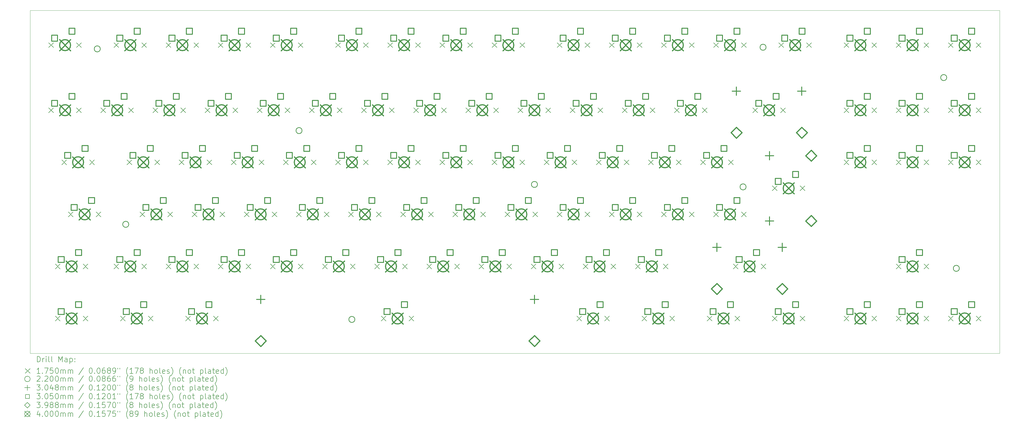
<source format=gbr>
%TF.GenerationSoftware,KiCad,Pcbnew,8.0.6*%
%TF.CreationDate,2024-12-17T01:07:59+01:00*%
%TF.ProjectId,wxKeyboard,77784b65-7962-46f6-9172-642e6b696361,rev?*%
%TF.SameCoordinates,Original*%
%TF.FileFunction,Drillmap*%
%TF.FilePolarity,Positive*%
%FSLAX45Y45*%
G04 Gerber Fmt 4.5, Leading zero omitted, Abs format (unit mm)*
G04 Created by KiCad (PCBNEW 8.0.6) date 2024-12-17 01:07:59*
%MOMM*%
%LPD*%
G01*
G04 APERTURE LIST*
%ADD10C,0.050000*%
%ADD11C,0.200000*%
%ADD12C,0.175000*%
%ADD13C,0.220000*%
%ADD14C,0.304800*%
%ADD15C,0.305000*%
%ADD16C,0.398780*%
%ADD17C,0.400000*%
G04 APERTURE END LIST*
D10*
X17300000Y-31350000D02*
X52710000Y-31350000D01*
X52710000Y-43900000D01*
X17300000Y-43900000D01*
X17300000Y-31350000D01*
D11*
D12*
X17978250Y-32535625D02*
X18153250Y-32710625D01*
X18153250Y-32535625D02*
X17978250Y-32710625D01*
X17978250Y-34916875D02*
X18153250Y-35091875D01*
X18153250Y-34916875D02*
X17978250Y-35091875D01*
X18216375Y-40631875D02*
X18391375Y-40806875D01*
X18391375Y-40631875D02*
X18216375Y-40806875D01*
X18216375Y-42536875D02*
X18391375Y-42711875D01*
X18391375Y-42536875D02*
X18216375Y-42711875D01*
X18454500Y-36821875D02*
X18629500Y-36996875D01*
X18629500Y-36821875D02*
X18454500Y-36996875D01*
X18692625Y-38726875D02*
X18867625Y-38901875D01*
X18867625Y-38726875D02*
X18692625Y-38901875D01*
X18994250Y-32535625D02*
X19169250Y-32710625D01*
X19169250Y-32535625D02*
X18994250Y-32710625D01*
X18994250Y-34916875D02*
X19169250Y-35091875D01*
X19169250Y-34916875D02*
X18994250Y-35091875D01*
X19232375Y-40631875D02*
X19407375Y-40806875D01*
X19407375Y-40631875D02*
X19232375Y-40806875D01*
X19232375Y-42536875D02*
X19407375Y-42711875D01*
X19407375Y-42536875D02*
X19232375Y-42711875D01*
X19470500Y-36821875D02*
X19645500Y-36996875D01*
X19645500Y-36821875D02*
X19470500Y-36996875D01*
X19708625Y-38726875D02*
X19883625Y-38901875D01*
X19883625Y-38726875D02*
X19708625Y-38901875D01*
X19883250Y-34916875D02*
X20058250Y-35091875D01*
X20058250Y-34916875D02*
X19883250Y-35091875D01*
X20359500Y-32535625D02*
X20534500Y-32710625D01*
X20534500Y-32535625D02*
X20359500Y-32710625D01*
X20359500Y-40631875D02*
X20534500Y-40806875D01*
X20534500Y-40631875D02*
X20359500Y-40806875D01*
X20597625Y-42536875D02*
X20772625Y-42711875D01*
X20772625Y-42536875D02*
X20597625Y-42711875D01*
X20835750Y-36821875D02*
X21010750Y-36996875D01*
X21010750Y-36821875D02*
X20835750Y-36996875D01*
X20899250Y-34916875D02*
X21074250Y-35091875D01*
X21074250Y-34916875D02*
X20899250Y-35091875D01*
X21312000Y-38726875D02*
X21487000Y-38901875D01*
X21487000Y-38726875D02*
X21312000Y-38901875D01*
X21375500Y-32535625D02*
X21550500Y-32710625D01*
X21550500Y-32535625D02*
X21375500Y-32710625D01*
X21375500Y-40631875D02*
X21550500Y-40806875D01*
X21550500Y-40631875D02*
X21375500Y-40806875D01*
X21613625Y-42536875D02*
X21788625Y-42711875D01*
X21788625Y-42536875D02*
X21613625Y-42711875D01*
X21788250Y-34916875D02*
X21963250Y-35091875D01*
X21963250Y-34916875D02*
X21788250Y-35091875D01*
X21851750Y-36821875D02*
X22026750Y-36996875D01*
X22026750Y-36821875D02*
X21851750Y-36996875D01*
X22264500Y-32535625D02*
X22439500Y-32710625D01*
X22439500Y-32535625D02*
X22264500Y-32710625D01*
X22264500Y-40631875D02*
X22439500Y-40806875D01*
X22439500Y-40631875D02*
X22264500Y-40806875D01*
X22328000Y-38726875D02*
X22503000Y-38901875D01*
X22503000Y-38726875D02*
X22328000Y-38901875D01*
X22740750Y-36821875D02*
X22915750Y-36996875D01*
X22915750Y-36821875D02*
X22740750Y-36996875D01*
X22804250Y-34916875D02*
X22979250Y-35091875D01*
X22979250Y-34916875D02*
X22804250Y-35091875D01*
X22978875Y-42536875D02*
X23153875Y-42711875D01*
X23153875Y-42536875D02*
X22978875Y-42711875D01*
X23217000Y-38726875D02*
X23392000Y-38901875D01*
X23392000Y-38726875D02*
X23217000Y-38901875D01*
X23280500Y-32535625D02*
X23455500Y-32710625D01*
X23455500Y-32535625D02*
X23280500Y-32710625D01*
X23280500Y-40631875D02*
X23455500Y-40806875D01*
X23455500Y-40631875D02*
X23280500Y-40806875D01*
X23693250Y-34916875D02*
X23868250Y-35091875D01*
X23868250Y-34916875D02*
X23693250Y-35091875D01*
X23756750Y-36821875D02*
X23931750Y-36996875D01*
X23931750Y-36821875D02*
X23756750Y-36996875D01*
X23994875Y-42536875D02*
X24169875Y-42711875D01*
X24169875Y-42536875D02*
X23994875Y-42711875D01*
X24169500Y-32535625D02*
X24344500Y-32710625D01*
X24344500Y-32535625D02*
X24169500Y-32710625D01*
X24169500Y-40631875D02*
X24344500Y-40806875D01*
X24344500Y-40631875D02*
X24169500Y-40806875D01*
X24233000Y-38726875D02*
X24408000Y-38901875D01*
X24408000Y-38726875D02*
X24233000Y-38901875D01*
X24645750Y-36821875D02*
X24820750Y-36996875D01*
X24820750Y-36821875D02*
X24645750Y-36996875D01*
X24709250Y-34916875D02*
X24884250Y-35091875D01*
X24884250Y-34916875D02*
X24709250Y-35091875D01*
X25122000Y-38726875D02*
X25297000Y-38901875D01*
X25297000Y-38726875D02*
X25122000Y-38901875D01*
X25185500Y-32535625D02*
X25360500Y-32710625D01*
X25360500Y-32535625D02*
X25185500Y-32710625D01*
X25185500Y-40631875D02*
X25360500Y-40806875D01*
X25360500Y-40631875D02*
X25185500Y-40806875D01*
X25598250Y-34916875D02*
X25773250Y-35091875D01*
X25773250Y-34916875D02*
X25598250Y-35091875D01*
X25661750Y-36821875D02*
X25836750Y-36996875D01*
X25836750Y-36821875D02*
X25661750Y-36996875D01*
X26074500Y-32535625D02*
X26249500Y-32710625D01*
X26249500Y-32535625D02*
X26074500Y-32710625D01*
X26074500Y-40631875D02*
X26249500Y-40806875D01*
X26249500Y-40631875D02*
X26074500Y-40806875D01*
X26138000Y-38726875D02*
X26313000Y-38901875D01*
X26313000Y-38726875D02*
X26138000Y-38901875D01*
X26550750Y-36821875D02*
X26725750Y-36996875D01*
X26725750Y-36821875D02*
X26550750Y-36996875D01*
X26614250Y-34916875D02*
X26789250Y-35091875D01*
X26789250Y-34916875D02*
X26614250Y-35091875D01*
X27027000Y-38726875D02*
X27202000Y-38901875D01*
X27202000Y-38726875D02*
X27027000Y-38901875D01*
X27090500Y-32535625D02*
X27265500Y-32710625D01*
X27265500Y-32535625D02*
X27090500Y-32710625D01*
X27090500Y-40631875D02*
X27265500Y-40806875D01*
X27265500Y-40631875D02*
X27090500Y-40806875D01*
X27503250Y-34916875D02*
X27678250Y-35091875D01*
X27678250Y-34916875D02*
X27503250Y-35091875D01*
X27566750Y-36821875D02*
X27741750Y-36996875D01*
X27741750Y-36821875D02*
X27566750Y-36996875D01*
X27979500Y-40631875D02*
X28154500Y-40806875D01*
X28154500Y-40631875D02*
X27979500Y-40806875D01*
X28043000Y-38726875D02*
X28218000Y-38901875D01*
X28218000Y-38726875D02*
X28043000Y-38901875D01*
X28455750Y-32535625D02*
X28630750Y-32710625D01*
X28630750Y-32535625D02*
X28455750Y-32710625D01*
X28455750Y-36821875D02*
X28630750Y-36996875D01*
X28630750Y-36821875D02*
X28455750Y-36996875D01*
X28519250Y-34916875D02*
X28694250Y-35091875D01*
X28694250Y-34916875D02*
X28519250Y-35091875D01*
X28932000Y-38726875D02*
X29107000Y-38901875D01*
X29107000Y-38726875D02*
X28932000Y-38901875D01*
X28995500Y-40631875D02*
X29170500Y-40806875D01*
X29170500Y-40631875D02*
X28995500Y-40806875D01*
X29408250Y-34916875D02*
X29583250Y-35091875D01*
X29583250Y-34916875D02*
X29408250Y-35091875D01*
X29471750Y-32535625D02*
X29646750Y-32710625D01*
X29646750Y-32535625D02*
X29471750Y-32710625D01*
X29471750Y-36821875D02*
X29646750Y-36996875D01*
X29646750Y-36821875D02*
X29471750Y-36996875D01*
X29884500Y-40631875D02*
X30059500Y-40806875D01*
X30059500Y-40631875D02*
X29884500Y-40806875D01*
X29948000Y-38726875D02*
X30123000Y-38901875D01*
X30123000Y-38726875D02*
X29948000Y-38901875D01*
X30122625Y-42536875D02*
X30297625Y-42711875D01*
X30297625Y-42536875D02*
X30122625Y-42711875D01*
X30360750Y-32535625D02*
X30535750Y-32710625D01*
X30535750Y-32535625D02*
X30360750Y-32710625D01*
X30360750Y-36821875D02*
X30535750Y-36996875D01*
X30535750Y-36821875D02*
X30360750Y-36996875D01*
X30424250Y-34916875D02*
X30599250Y-35091875D01*
X30599250Y-34916875D02*
X30424250Y-35091875D01*
X30837000Y-38726875D02*
X31012000Y-38901875D01*
X31012000Y-38726875D02*
X30837000Y-38901875D01*
X30900500Y-40631875D02*
X31075500Y-40806875D01*
X31075500Y-40631875D02*
X30900500Y-40806875D01*
X31138625Y-42536875D02*
X31313625Y-42711875D01*
X31313625Y-42536875D02*
X31138625Y-42711875D01*
X31313250Y-34916875D02*
X31488250Y-35091875D01*
X31488250Y-34916875D02*
X31313250Y-35091875D01*
X31376750Y-32535625D02*
X31551750Y-32710625D01*
X31551750Y-32535625D02*
X31376750Y-32710625D01*
X31376750Y-36821875D02*
X31551750Y-36996875D01*
X31551750Y-36821875D02*
X31376750Y-36996875D01*
X31789500Y-40631875D02*
X31964500Y-40806875D01*
X31964500Y-40631875D02*
X31789500Y-40806875D01*
X31853000Y-38726875D02*
X32028000Y-38901875D01*
X32028000Y-38726875D02*
X31853000Y-38901875D01*
X32265750Y-32535625D02*
X32440750Y-32710625D01*
X32440750Y-32535625D02*
X32265750Y-32710625D01*
X32265750Y-36821875D02*
X32440750Y-36996875D01*
X32440750Y-36821875D02*
X32265750Y-36996875D01*
X32329250Y-34916875D02*
X32504250Y-35091875D01*
X32504250Y-34916875D02*
X32329250Y-35091875D01*
X32742000Y-38726875D02*
X32917000Y-38901875D01*
X32917000Y-38726875D02*
X32742000Y-38901875D01*
X32805500Y-40631875D02*
X32980500Y-40806875D01*
X32980500Y-40631875D02*
X32805500Y-40806875D01*
X33218250Y-34916875D02*
X33393250Y-35091875D01*
X33393250Y-34916875D02*
X33218250Y-35091875D01*
X33281750Y-32535625D02*
X33456750Y-32710625D01*
X33456750Y-32535625D02*
X33281750Y-32710625D01*
X33281750Y-36821875D02*
X33456750Y-36996875D01*
X33456750Y-36821875D02*
X33281750Y-36996875D01*
X33694500Y-40631875D02*
X33869500Y-40806875D01*
X33869500Y-40631875D02*
X33694500Y-40806875D01*
X33758000Y-38726875D02*
X33933000Y-38901875D01*
X33933000Y-38726875D02*
X33758000Y-38901875D01*
X34170750Y-32535625D02*
X34345750Y-32710625D01*
X34345750Y-32535625D02*
X34170750Y-32710625D01*
X34170750Y-36821875D02*
X34345750Y-36996875D01*
X34345750Y-36821875D02*
X34170750Y-36996875D01*
X34234250Y-34916875D02*
X34409250Y-35091875D01*
X34409250Y-34916875D02*
X34234250Y-35091875D01*
X34647000Y-38726875D02*
X34822000Y-38901875D01*
X34822000Y-38726875D02*
X34647000Y-38901875D01*
X34710500Y-40631875D02*
X34885500Y-40806875D01*
X34885500Y-40631875D02*
X34710500Y-40806875D01*
X35123250Y-34916875D02*
X35298250Y-35091875D01*
X35298250Y-34916875D02*
X35123250Y-35091875D01*
X35186750Y-32535625D02*
X35361750Y-32710625D01*
X35361750Y-32535625D02*
X35186750Y-32710625D01*
X35186750Y-36821875D02*
X35361750Y-36996875D01*
X35361750Y-36821875D02*
X35186750Y-36996875D01*
X35599500Y-40631875D02*
X35774500Y-40806875D01*
X35774500Y-40631875D02*
X35599500Y-40806875D01*
X35663000Y-38726875D02*
X35838000Y-38901875D01*
X35838000Y-38726875D02*
X35663000Y-38901875D01*
X36076250Y-36821875D02*
X36251250Y-36996875D01*
X36251250Y-36821875D02*
X36076250Y-36996875D01*
X36139250Y-34916875D02*
X36314250Y-35091875D01*
X36314250Y-34916875D02*
X36139250Y-35091875D01*
X36552000Y-32535625D02*
X36727000Y-32710625D01*
X36727000Y-32535625D02*
X36552000Y-32710625D01*
X36552000Y-38726875D02*
X36727000Y-38901875D01*
X36727000Y-38726875D02*
X36552000Y-38901875D01*
X36615500Y-40631875D02*
X36790500Y-40806875D01*
X36790500Y-40631875D02*
X36615500Y-40806875D01*
X37028250Y-34916875D02*
X37203250Y-35091875D01*
X37203250Y-34916875D02*
X37028250Y-35091875D01*
X37092250Y-36821875D02*
X37267250Y-36996875D01*
X37267250Y-36821875D02*
X37092250Y-36996875D01*
X37266375Y-42536875D02*
X37441375Y-42711875D01*
X37441375Y-42536875D02*
X37266375Y-42711875D01*
X37501250Y-40631875D02*
X37676250Y-40806875D01*
X37676250Y-40631875D02*
X37501250Y-40806875D01*
X37568000Y-32535625D02*
X37743000Y-32710625D01*
X37743000Y-32535625D02*
X37568000Y-32710625D01*
X37568000Y-38726875D02*
X37743000Y-38901875D01*
X37743000Y-38726875D02*
X37568000Y-38901875D01*
X37980750Y-36821875D02*
X38155750Y-36996875D01*
X38155750Y-36821875D02*
X37980750Y-36996875D01*
X38044250Y-34916875D02*
X38219250Y-35091875D01*
X38219250Y-34916875D02*
X38044250Y-35091875D01*
X38282375Y-42536875D02*
X38457375Y-42711875D01*
X38457375Y-42536875D02*
X38282375Y-42711875D01*
X38457000Y-32535625D02*
X38632000Y-32710625D01*
X38632000Y-32535625D02*
X38457000Y-32710625D01*
X38457000Y-38726875D02*
X38632000Y-38901875D01*
X38632000Y-38726875D02*
X38457000Y-38901875D01*
X38517250Y-40631875D02*
X38692250Y-40806875D01*
X38692250Y-40631875D02*
X38517250Y-40806875D01*
X38933250Y-34916875D02*
X39108250Y-35091875D01*
X39108250Y-34916875D02*
X38933250Y-35091875D01*
X38996750Y-36821875D02*
X39171750Y-36996875D01*
X39171750Y-36821875D02*
X38996750Y-36996875D01*
X39409500Y-40631875D02*
X39584500Y-40806875D01*
X39584500Y-40631875D02*
X39409500Y-40806875D01*
X39473000Y-32535625D02*
X39648000Y-32710625D01*
X39648000Y-32535625D02*
X39473000Y-32710625D01*
X39473000Y-38726875D02*
X39648000Y-38901875D01*
X39648000Y-38726875D02*
X39473000Y-38901875D01*
X39647625Y-42536875D02*
X39822625Y-42711875D01*
X39822625Y-42536875D02*
X39647625Y-42711875D01*
X39885750Y-36821875D02*
X40060750Y-36996875D01*
X40060750Y-36821875D02*
X39885750Y-36996875D01*
X39949250Y-34916875D02*
X40124250Y-35091875D01*
X40124250Y-34916875D02*
X39949250Y-35091875D01*
X40362000Y-32535625D02*
X40537000Y-32710625D01*
X40537000Y-32535625D02*
X40362000Y-32710625D01*
X40362000Y-38726875D02*
X40537000Y-38901875D01*
X40537000Y-38726875D02*
X40362000Y-38901875D01*
X40425500Y-40631875D02*
X40600500Y-40806875D01*
X40600500Y-40631875D02*
X40425500Y-40806875D01*
X40663625Y-42536875D02*
X40838625Y-42711875D01*
X40838625Y-42536875D02*
X40663625Y-42711875D01*
X40838250Y-34916875D02*
X41013250Y-35091875D01*
X41013250Y-34916875D02*
X40838250Y-35091875D01*
X40901750Y-36821875D02*
X41076750Y-36996875D01*
X41076750Y-36821875D02*
X40901750Y-36996875D01*
X41378000Y-32535625D02*
X41553000Y-32710625D01*
X41553000Y-32535625D02*
X41378000Y-32710625D01*
X41378000Y-38726875D02*
X41553000Y-38901875D01*
X41553000Y-38726875D02*
X41378000Y-38901875D01*
X41790750Y-36821875D02*
X41965750Y-36996875D01*
X41965750Y-36821875D02*
X41790750Y-36996875D01*
X41854250Y-34916875D02*
X42029250Y-35091875D01*
X42029250Y-34916875D02*
X41854250Y-35091875D01*
X42028875Y-42536875D02*
X42203875Y-42711875D01*
X42203875Y-42536875D02*
X42028875Y-42711875D01*
X42267000Y-32535625D02*
X42442000Y-32710625D01*
X42442000Y-32535625D02*
X42267000Y-32710625D01*
X42267000Y-38726875D02*
X42442000Y-38901875D01*
X42442000Y-38726875D02*
X42267000Y-38901875D01*
X42806750Y-36821875D02*
X42981750Y-36996875D01*
X42981750Y-36821875D02*
X42806750Y-36996875D01*
X42981375Y-40631875D02*
X43156375Y-40806875D01*
X43156375Y-40631875D02*
X42981375Y-40806875D01*
X43044875Y-42536875D02*
X43219875Y-42711875D01*
X43219875Y-42536875D02*
X43044875Y-42711875D01*
X43283000Y-32535625D02*
X43458000Y-32710625D01*
X43458000Y-32535625D02*
X43283000Y-32710625D01*
X43283000Y-38726875D02*
X43458000Y-38901875D01*
X43458000Y-38726875D02*
X43283000Y-38901875D01*
X43695750Y-34916875D02*
X43870750Y-35091875D01*
X43870750Y-34916875D02*
X43695750Y-35091875D01*
X43997375Y-40631875D02*
X44172375Y-40806875D01*
X44172375Y-40631875D02*
X43997375Y-40806875D01*
X44410125Y-37774375D02*
X44585125Y-37949375D01*
X44585125Y-37774375D02*
X44410125Y-37949375D01*
X44410125Y-42536875D02*
X44585125Y-42711875D01*
X44585125Y-42536875D02*
X44410125Y-42711875D01*
X44648250Y-32535625D02*
X44823250Y-32710625D01*
X44823250Y-32535625D02*
X44648250Y-32710625D01*
X44711750Y-34916875D02*
X44886750Y-35091875D01*
X44886750Y-34916875D02*
X44711750Y-35091875D01*
X45426125Y-37774375D02*
X45601125Y-37949375D01*
X45601125Y-37774375D02*
X45426125Y-37949375D01*
X45426125Y-42536875D02*
X45601125Y-42711875D01*
X45601125Y-42536875D02*
X45426125Y-42711875D01*
X45664250Y-32535625D02*
X45839250Y-32710625D01*
X45839250Y-32535625D02*
X45664250Y-32710625D01*
X47029500Y-32535625D02*
X47204500Y-32710625D01*
X47204500Y-32535625D02*
X47029500Y-32710625D01*
X47029500Y-34916875D02*
X47204500Y-35091875D01*
X47204500Y-34916875D02*
X47029500Y-35091875D01*
X47029500Y-36821875D02*
X47204500Y-36996875D01*
X47204500Y-36821875D02*
X47029500Y-36996875D01*
X47029500Y-42536875D02*
X47204500Y-42711875D01*
X47204500Y-42536875D02*
X47029500Y-42711875D01*
X48045500Y-32535625D02*
X48220500Y-32710625D01*
X48220500Y-32535625D02*
X48045500Y-32710625D01*
X48045500Y-34916875D02*
X48220500Y-35091875D01*
X48220500Y-34916875D02*
X48045500Y-35091875D01*
X48045500Y-36821875D02*
X48220500Y-36996875D01*
X48220500Y-36821875D02*
X48045500Y-36996875D01*
X48045500Y-42536875D02*
X48220500Y-42711875D01*
X48220500Y-42536875D02*
X48045500Y-42711875D01*
X48934500Y-32535625D02*
X49109500Y-32710625D01*
X49109500Y-32535625D02*
X48934500Y-32710625D01*
X48934500Y-34916875D02*
X49109500Y-35091875D01*
X49109500Y-34916875D02*
X48934500Y-35091875D01*
X48934500Y-36821875D02*
X49109500Y-36996875D01*
X49109500Y-36821875D02*
X48934500Y-36996875D01*
X48934500Y-40631875D02*
X49109500Y-40806875D01*
X49109500Y-40631875D02*
X48934500Y-40806875D01*
X48934500Y-42536875D02*
X49109500Y-42711875D01*
X49109500Y-42536875D02*
X48934500Y-42711875D01*
X49950500Y-32535625D02*
X50125500Y-32710625D01*
X50125500Y-32535625D02*
X49950500Y-32710625D01*
X49950500Y-34916875D02*
X50125500Y-35091875D01*
X50125500Y-34916875D02*
X49950500Y-35091875D01*
X49950500Y-36821875D02*
X50125500Y-36996875D01*
X50125500Y-36821875D02*
X49950500Y-36996875D01*
X49950500Y-40631875D02*
X50125500Y-40806875D01*
X50125500Y-40631875D02*
X49950500Y-40806875D01*
X49950500Y-42536875D02*
X50125500Y-42711875D01*
X50125500Y-42536875D02*
X49950500Y-42711875D01*
X50839500Y-32535625D02*
X51014500Y-32710625D01*
X51014500Y-32535625D02*
X50839500Y-32710625D01*
X50839500Y-34916875D02*
X51014500Y-35091875D01*
X51014500Y-34916875D02*
X50839500Y-35091875D01*
X50839500Y-36821875D02*
X51014500Y-36996875D01*
X51014500Y-36821875D02*
X50839500Y-36996875D01*
X50839500Y-42536875D02*
X51014500Y-42711875D01*
X51014500Y-42536875D02*
X50839500Y-42711875D01*
X51855500Y-32535625D02*
X52030500Y-32710625D01*
X52030500Y-32535625D02*
X51855500Y-32710625D01*
X51855500Y-34916875D02*
X52030500Y-35091875D01*
X52030500Y-34916875D02*
X51855500Y-35091875D01*
X51855500Y-36821875D02*
X52030500Y-36996875D01*
X52030500Y-36821875D02*
X51855500Y-36996875D01*
X51855500Y-42536875D02*
X52030500Y-42711875D01*
X52030500Y-42536875D02*
X51855500Y-42711875D01*
D13*
X19860000Y-32760000D02*
G75*
G02*
X19640000Y-32760000I-110000J0D01*
G01*
X19640000Y-32760000D02*
G75*
G02*
X19860000Y-32760000I110000J0D01*
G01*
X20900000Y-39180000D02*
G75*
G02*
X20680000Y-39180000I-110000J0D01*
G01*
X20680000Y-39180000D02*
G75*
G02*
X20900000Y-39180000I110000J0D01*
G01*
X27230000Y-35750000D02*
G75*
G02*
X27010000Y-35750000I-110000J0D01*
G01*
X27010000Y-35750000D02*
G75*
G02*
X27230000Y-35750000I110000J0D01*
G01*
X29160000Y-42660000D02*
G75*
G02*
X28940000Y-42660000I-110000J0D01*
G01*
X28940000Y-42660000D02*
G75*
G02*
X29160000Y-42660000I110000J0D01*
G01*
X35830000Y-37720000D02*
G75*
G02*
X35610000Y-37720000I-110000J0D01*
G01*
X35610000Y-37720000D02*
G75*
G02*
X35830000Y-37720000I110000J0D01*
G01*
X43450000Y-37810000D02*
G75*
G02*
X43230000Y-37810000I-110000J0D01*
G01*
X43230000Y-37810000D02*
G75*
G02*
X43450000Y-37810000I110000J0D01*
G01*
X44180000Y-32700000D02*
G75*
G02*
X43960000Y-32700000I-110000J0D01*
G01*
X43960000Y-32700000D02*
G75*
G02*
X44180000Y-32700000I110000J0D01*
G01*
X50780000Y-33810000D02*
G75*
G02*
X50560000Y-33810000I-110000J0D01*
G01*
X50560000Y-33810000D02*
G75*
G02*
X50780000Y-33810000I110000J0D01*
G01*
X51240000Y-40790000D02*
G75*
G02*
X51020000Y-40790000I-110000J0D01*
G01*
X51020000Y-40790000D02*
G75*
G02*
X51240000Y-40790000I110000J0D01*
G01*
D14*
X25718125Y-41773475D02*
X25718125Y-42078275D01*
X25565725Y-41925875D02*
X25870525Y-41925875D01*
X35718125Y-41773475D02*
X35718125Y-42078275D01*
X35565725Y-41925875D02*
X35870525Y-41925875D01*
X42383075Y-39868475D02*
X42383075Y-40173275D01*
X42230675Y-40020875D02*
X42535475Y-40020875D01*
X43097450Y-34153475D02*
X43097450Y-34458275D01*
X42945050Y-34305875D02*
X43249850Y-34305875D01*
X44307125Y-36515675D02*
X44307125Y-36820475D01*
X44154725Y-36668075D02*
X44459525Y-36668075D01*
X44307125Y-38903275D02*
X44307125Y-39208075D01*
X44154725Y-39055675D02*
X44459525Y-39055675D01*
X44770675Y-39868475D02*
X44770675Y-40173275D01*
X44618275Y-40020875D02*
X44923075Y-40020875D01*
X45485050Y-34153475D02*
X45485050Y-34458275D01*
X45332650Y-34305875D02*
X45637450Y-34305875D01*
D15*
X18300585Y-32476960D02*
X18300585Y-32261290D01*
X18084915Y-32261290D01*
X18084915Y-32476960D01*
X18300585Y-32476960D01*
X18300585Y-34858210D02*
X18300585Y-34642540D01*
X18084915Y-34642540D01*
X18084915Y-34858210D01*
X18300585Y-34858210D01*
X18538710Y-40573210D02*
X18538710Y-40357540D01*
X18323040Y-40357540D01*
X18323040Y-40573210D01*
X18538710Y-40573210D01*
X18538710Y-42478210D02*
X18538710Y-42262540D01*
X18323040Y-42262540D01*
X18323040Y-42478210D01*
X18538710Y-42478210D01*
X18776835Y-36763210D02*
X18776835Y-36547540D01*
X18561165Y-36547540D01*
X18561165Y-36763210D01*
X18776835Y-36763210D01*
X18935585Y-32222960D02*
X18935585Y-32007290D01*
X18719915Y-32007290D01*
X18719915Y-32222960D01*
X18935585Y-32222960D01*
X18935585Y-34604210D02*
X18935585Y-34388540D01*
X18719915Y-34388540D01*
X18719915Y-34604210D01*
X18935585Y-34604210D01*
X19014960Y-38668210D02*
X19014960Y-38452540D01*
X18799290Y-38452540D01*
X18799290Y-38668210D01*
X19014960Y-38668210D01*
X19173710Y-40319210D02*
X19173710Y-40103540D01*
X18958040Y-40103540D01*
X18958040Y-40319210D01*
X19173710Y-40319210D01*
X19173710Y-42224210D02*
X19173710Y-42008540D01*
X18958040Y-42008540D01*
X18958040Y-42224210D01*
X19173710Y-42224210D01*
X19411835Y-36509210D02*
X19411835Y-36293540D01*
X19196165Y-36293540D01*
X19196165Y-36509210D01*
X19411835Y-36509210D01*
X19649960Y-38414210D02*
X19649960Y-38198540D01*
X19434290Y-38198540D01*
X19434290Y-38414210D01*
X19649960Y-38414210D01*
X20205585Y-34858210D02*
X20205585Y-34642540D01*
X19989915Y-34642540D01*
X19989915Y-34858210D01*
X20205585Y-34858210D01*
X20681835Y-32476960D02*
X20681835Y-32261290D01*
X20466165Y-32261290D01*
X20466165Y-32476960D01*
X20681835Y-32476960D01*
X20681835Y-40573210D02*
X20681835Y-40357540D01*
X20466165Y-40357540D01*
X20466165Y-40573210D01*
X20681835Y-40573210D01*
X20840585Y-34604210D02*
X20840585Y-34388540D01*
X20624915Y-34388540D01*
X20624915Y-34604210D01*
X20840585Y-34604210D01*
X20919960Y-42478210D02*
X20919960Y-42262540D01*
X20704290Y-42262540D01*
X20704290Y-42478210D01*
X20919960Y-42478210D01*
X21158085Y-36763210D02*
X21158085Y-36547540D01*
X20942415Y-36547540D01*
X20942415Y-36763210D01*
X21158085Y-36763210D01*
X21316835Y-32222960D02*
X21316835Y-32007290D01*
X21101165Y-32007290D01*
X21101165Y-32222960D01*
X21316835Y-32222960D01*
X21316835Y-40319210D02*
X21316835Y-40103540D01*
X21101165Y-40103540D01*
X21101165Y-40319210D01*
X21316835Y-40319210D01*
X21554960Y-42224210D02*
X21554960Y-42008540D01*
X21339290Y-42008540D01*
X21339290Y-42224210D01*
X21554960Y-42224210D01*
X21634335Y-38668210D02*
X21634335Y-38452540D01*
X21418665Y-38452540D01*
X21418665Y-38668210D01*
X21634335Y-38668210D01*
X21793085Y-36509210D02*
X21793085Y-36293540D01*
X21577415Y-36293540D01*
X21577415Y-36509210D01*
X21793085Y-36509210D01*
X22110585Y-34858210D02*
X22110585Y-34642540D01*
X21894915Y-34642540D01*
X21894915Y-34858210D01*
X22110585Y-34858210D01*
X22269335Y-38414210D02*
X22269335Y-38198540D01*
X22053665Y-38198540D01*
X22053665Y-38414210D01*
X22269335Y-38414210D01*
X22586835Y-32476960D02*
X22586835Y-32261290D01*
X22371165Y-32261290D01*
X22371165Y-32476960D01*
X22586835Y-32476960D01*
X22586835Y-40573210D02*
X22586835Y-40357540D01*
X22371165Y-40357540D01*
X22371165Y-40573210D01*
X22586835Y-40573210D01*
X22745585Y-34604210D02*
X22745585Y-34388540D01*
X22529915Y-34388540D01*
X22529915Y-34604210D01*
X22745585Y-34604210D01*
X23063085Y-36763210D02*
X23063085Y-36547540D01*
X22847415Y-36547540D01*
X22847415Y-36763210D01*
X23063085Y-36763210D01*
X23221835Y-32222960D02*
X23221835Y-32007290D01*
X23006165Y-32007290D01*
X23006165Y-32222960D01*
X23221835Y-32222960D01*
X23221835Y-40319210D02*
X23221835Y-40103540D01*
X23006165Y-40103540D01*
X23006165Y-40319210D01*
X23221835Y-40319210D01*
X23301210Y-42478210D02*
X23301210Y-42262540D01*
X23085540Y-42262540D01*
X23085540Y-42478210D01*
X23301210Y-42478210D01*
X23539335Y-38668210D02*
X23539335Y-38452540D01*
X23323665Y-38452540D01*
X23323665Y-38668210D01*
X23539335Y-38668210D01*
X23698085Y-36509210D02*
X23698085Y-36293540D01*
X23482415Y-36293540D01*
X23482415Y-36509210D01*
X23698085Y-36509210D01*
X23936210Y-42224210D02*
X23936210Y-42008540D01*
X23720540Y-42008540D01*
X23720540Y-42224210D01*
X23936210Y-42224210D01*
X24015585Y-34858210D02*
X24015585Y-34642540D01*
X23799915Y-34642540D01*
X23799915Y-34858210D01*
X24015585Y-34858210D01*
X24174335Y-38414210D02*
X24174335Y-38198540D01*
X23958665Y-38198540D01*
X23958665Y-38414210D01*
X24174335Y-38414210D01*
X24491835Y-32476960D02*
X24491835Y-32261290D01*
X24276165Y-32261290D01*
X24276165Y-32476960D01*
X24491835Y-32476960D01*
X24491835Y-40573210D02*
X24491835Y-40357540D01*
X24276165Y-40357540D01*
X24276165Y-40573210D01*
X24491835Y-40573210D01*
X24650585Y-34604210D02*
X24650585Y-34388540D01*
X24434915Y-34388540D01*
X24434915Y-34604210D01*
X24650585Y-34604210D01*
X24968085Y-36763210D02*
X24968085Y-36547540D01*
X24752415Y-36547540D01*
X24752415Y-36763210D01*
X24968085Y-36763210D01*
X25126835Y-32222960D02*
X25126835Y-32007290D01*
X24911165Y-32007290D01*
X24911165Y-32222960D01*
X25126835Y-32222960D01*
X25126835Y-40319210D02*
X25126835Y-40103540D01*
X24911165Y-40103540D01*
X24911165Y-40319210D01*
X25126835Y-40319210D01*
X25444335Y-38668210D02*
X25444335Y-38452540D01*
X25228665Y-38452540D01*
X25228665Y-38668210D01*
X25444335Y-38668210D01*
X25603085Y-36509210D02*
X25603085Y-36293540D01*
X25387415Y-36293540D01*
X25387415Y-36509210D01*
X25603085Y-36509210D01*
X25920585Y-34858210D02*
X25920585Y-34642540D01*
X25704915Y-34642540D01*
X25704915Y-34858210D01*
X25920585Y-34858210D01*
X26079335Y-38414210D02*
X26079335Y-38198540D01*
X25863665Y-38198540D01*
X25863665Y-38414210D01*
X26079335Y-38414210D01*
X26396835Y-32476960D02*
X26396835Y-32261290D01*
X26181165Y-32261290D01*
X26181165Y-32476960D01*
X26396835Y-32476960D01*
X26396835Y-40573210D02*
X26396835Y-40357540D01*
X26181165Y-40357540D01*
X26181165Y-40573210D01*
X26396835Y-40573210D01*
X26555585Y-34604210D02*
X26555585Y-34388540D01*
X26339915Y-34388540D01*
X26339915Y-34604210D01*
X26555585Y-34604210D01*
X26873085Y-36763210D02*
X26873085Y-36547540D01*
X26657415Y-36547540D01*
X26657415Y-36763210D01*
X26873085Y-36763210D01*
X27031835Y-32222960D02*
X27031835Y-32007290D01*
X26816165Y-32007290D01*
X26816165Y-32222960D01*
X27031835Y-32222960D01*
X27031835Y-40319210D02*
X27031835Y-40103540D01*
X26816165Y-40103540D01*
X26816165Y-40319210D01*
X27031835Y-40319210D01*
X27349335Y-38668210D02*
X27349335Y-38452540D01*
X27133665Y-38452540D01*
X27133665Y-38668210D01*
X27349335Y-38668210D01*
X27508085Y-36509210D02*
X27508085Y-36293540D01*
X27292415Y-36293540D01*
X27292415Y-36509210D01*
X27508085Y-36509210D01*
X27825585Y-34858210D02*
X27825585Y-34642540D01*
X27609915Y-34642540D01*
X27609915Y-34858210D01*
X27825585Y-34858210D01*
X27984335Y-38414210D02*
X27984335Y-38198540D01*
X27768665Y-38198540D01*
X27768665Y-38414210D01*
X27984335Y-38414210D01*
X28301835Y-40573210D02*
X28301835Y-40357540D01*
X28086165Y-40357540D01*
X28086165Y-40573210D01*
X28301835Y-40573210D01*
X28460585Y-34604210D02*
X28460585Y-34388540D01*
X28244915Y-34388540D01*
X28244915Y-34604210D01*
X28460585Y-34604210D01*
X28778085Y-32476960D02*
X28778085Y-32261290D01*
X28562415Y-32261290D01*
X28562415Y-32476960D01*
X28778085Y-32476960D01*
X28778085Y-36763210D02*
X28778085Y-36547540D01*
X28562415Y-36547540D01*
X28562415Y-36763210D01*
X28778085Y-36763210D01*
X28936835Y-40319210D02*
X28936835Y-40103540D01*
X28721165Y-40103540D01*
X28721165Y-40319210D01*
X28936835Y-40319210D01*
X29254335Y-38668210D02*
X29254335Y-38452540D01*
X29038665Y-38452540D01*
X29038665Y-38668210D01*
X29254335Y-38668210D01*
X29413085Y-32222960D02*
X29413085Y-32007290D01*
X29197415Y-32007290D01*
X29197415Y-32222960D01*
X29413085Y-32222960D01*
X29413085Y-36509210D02*
X29413085Y-36293540D01*
X29197415Y-36293540D01*
X29197415Y-36509210D01*
X29413085Y-36509210D01*
X29730585Y-34858210D02*
X29730585Y-34642540D01*
X29514915Y-34642540D01*
X29514915Y-34858210D01*
X29730585Y-34858210D01*
X29889335Y-38414210D02*
X29889335Y-38198540D01*
X29673665Y-38198540D01*
X29673665Y-38414210D01*
X29889335Y-38414210D01*
X30206835Y-40573210D02*
X30206835Y-40357540D01*
X29991165Y-40357540D01*
X29991165Y-40573210D01*
X30206835Y-40573210D01*
X30365585Y-34604210D02*
X30365585Y-34388540D01*
X30149915Y-34388540D01*
X30149915Y-34604210D01*
X30365585Y-34604210D01*
X30444960Y-42478210D02*
X30444960Y-42262540D01*
X30229290Y-42262540D01*
X30229290Y-42478210D01*
X30444960Y-42478210D01*
X30683085Y-32476960D02*
X30683085Y-32261290D01*
X30467415Y-32261290D01*
X30467415Y-32476960D01*
X30683085Y-32476960D01*
X30683085Y-36763210D02*
X30683085Y-36547540D01*
X30467415Y-36547540D01*
X30467415Y-36763210D01*
X30683085Y-36763210D01*
X30841835Y-40319210D02*
X30841835Y-40103540D01*
X30626165Y-40103540D01*
X30626165Y-40319210D01*
X30841835Y-40319210D01*
X31079960Y-42224210D02*
X31079960Y-42008540D01*
X30864290Y-42008540D01*
X30864290Y-42224210D01*
X31079960Y-42224210D01*
X31159335Y-38668210D02*
X31159335Y-38452540D01*
X30943665Y-38452540D01*
X30943665Y-38668210D01*
X31159335Y-38668210D01*
X31318085Y-32222960D02*
X31318085Y-32007290D01*
X31102415Y-32007290D01*
X31102415Y-32222960D01*
X31318085Y-32222960D01*
X31318085Y-36509210D02*
X31318085Y-36293540D01*
X31102415Y-36293540D01*
X31102415Y-36509210D01*
X31318085Y-36509210D01*
X31635585Y-34858210D02*
X31635585Y-34642540D01*
X31419915Y-34642540D01*
X31419915Y-34858210D01*
X31635585Y-34858210D01*
X31794335Y-38414210D02*
X31794335Y-38198540D01*
X31578665Y-38198540D01*
X31578665Y-38414210D01*
X31794335Y-38414210D01*
X32111835Y-40573210D02*
X32111835Y-40357540D01*
X31896165Y-40357540D01*
X31896165Y-40573210D01*
X32111835Y-40573210D01*
X32270585Y-34604210D02*
X32270585Y-34388540D01*
X32054915Y-34388540D01*
X32054915Y-34604210D01*
X32270585Y-34604210D01*
X32588085Y-32476960D02*
X32588085Y-32261290D01*
X32372415Y-32261290D01*
X32372415Y-32476960D01*
X32588085Y-32476960D01*
X32588085Y-36763210D02*
X32588085Y-36547540D01*
X32372415Y-36547540D01*
X32372415Y-36763210D01*
X32588085Y-36763210D01*
X32746835Y-40319210D02*
X32746835Y-40103540D01*
X32531165Y-40103540D01*
X32531165Y-40319210D01*
X32746835Y-40319210D01*
X33064335Y-38668210D02*
X33064335Y-38452540D01*
X32848665Y-38452540D01*
X32848665Y-38668210D01*
X33064335Y-38668210D01*
X33223085Y-32222960D02*
X33223085Y-32007290D01*
X33007415Y-32007290D01*
X33007415Y-32222960D01*
X33223085Y-32222960D01*
X33223085Y-36509210D02*
X33223085Y-36293540D01*
X33007415Y-36293540D01*
X33007415Y-36509210D01*
X33223085Y-36509210D01*
X33540585Y-34858210D02*
X33540585Y-34642540D01*
X33324915Y-34642540D01*
X33324915Y-34858210D01*
X33540585Y-34858210D01*
X33699335Y-38414210D02*
X33699335Y-38198540D01*
X33483665Y-38198540D01*
X33483665Y-38414210D01*
X33699335Y-38414210D01*
X34016835Y-40573210D02*
X34016835Y-40357540D01*
X33801165Y-40357540D01*
X33801165Y-40573210D01*
X34016835Y-40573210D01*
X34175585Y-34604210D02*
X34175585Y-34388540D01*
X33959915Y-34388540D01*
X33959915Y-34604210D01*
X34175585Y-34604210D01*
X34493085Y-32476960D02*
X34493085Y-32261290D01*
X34277415Y-32261290D01*
X34277415Y-32476960D01*
X34493085Y-32476960D01*
X34493085Y-36763210D02*
X34493085Y-36547540D01*
X34277415Y-36547540D01*
X34277415Y-36763210D01*
X34493085Y-36763210D01*
X34651835Y-40319210D02*
X34651835Y-40103540D01*
X34436165Y-40103540D01*
X34436165Y-40319210D01*
X34651835Y-40319210D01*
X34969335Y-38668210D02*
X34969335Y-38452540D01*
X34753665Y-38452540D01*
X34753665Y-38668210D01*
X34969335Y-38668210D01*
X35128085Y-32222960D02*
X35128085Y-32007290D01*
X34912415Y-32007290D01*
X34912415Y-32222960D01*
X35128085Y-32222960D01*
X35128085Y-36509210D02*
X35128085Y-36293540D01*
X34912415Y-36293540D01*
X34912415Y-36509210D01*
X35128085Y-36509210D01*
X35445585Y-34858210D02*
X35445585Y-34642540D01*
X35229915Y-34642540D01*
X35229915Y-34858210D01*
X35445585Y-34858210D01*
X35604335Y-38414210D02*
X35604335Y-38198540D01*
X35388665Y-38198540D01*
X35388665Y-38414210D01*
X35604335Y-38414210D01*
X35921835Y-40573210D02*
X35921835Y-40357540D01*
X35706165Y-40357540D01*
X35706165Y-40573210D01*
X35921835Y-40573210D01*
X36080585Y-34604210D02*
X36080585Y-34388540D01*
X35864915Y-34388540D01*
X35864915Y-34604210D01*
X36080585Y-34604210D01*
X36398585Y-36763210D02*
X36398585Y-36547540D01*
X36182915Y-36547540D01*
X36182915Y-36763210D01*
X36398585Y-36763210D01*
X36556835Y-40319210D02*
X36556835Y-40103540D01*
X36341165Y-40103540D01*
X36341165Y-40319210D01*
X36556835Y-40319210D01*
X36874335Y-32476960D02*
X36874335Y-32261290D01*
X36658665Y-32261290D01*
X36658665Y-32476960D01*
X36874335Y-32476960D01*
X36874335Y-38668210D02*
X36874335Y-38452540D01*
X36658665Y-38452540D01*
X36658665Y-38668210D01*
X36874335Y-38668210D01*
X37033585Y-36509210D02*
X37033585Y-36293540D01*
X36817915Y-36293540D01*
X36817915Y-36509210D01*
X37033585Y-36509210D01*
X37350585Y-34858210D02*
X37350585Y-34642540D01*
X37134915Y-34642540D01*
X37134915Y-34858210D01*
X37350585Y-34858210D01*
X37509335Y-32222960D02*
X37509335Y-32007290D01*
X37293665Y-32007290D01*
X37293665Y-32222960D01*
X37509335Y-32222960D01*
X37509335Y-38414210D02*
X37509335Y-38198540D01*
X37293665Y-38198540D01*
X37293665Y-38414210D01*
X37509335Y-38414210D01*
X37588710Y-42478210D02*
X37588710Y-42262540D01*
X37373040Y-42262540D01*
X37373040Y-42478210D01*
X37588710Y-42478210D01*
X37823585Y-40573210D02*
X37823585Y-40357540D01*
X37607915Y-40357540D01*
X37607915Y-40573210D01*
X37823585Y-40573210D01*
X37985585Y-34604210D02*
X37985585Y-34388540D01*
X37769915Y-34388540D01*
X37769915Y-34604210D01*
X37985585Y-34604210D01*
X38223710Y-42224210D02*
X38223710Y-42008540D01*
X38008040Y-42008540D01*
X38008040Y-42224210D01*
X38223710Y-42224210D01*
X38303085Y-36763210D02*
X38303085Y-36547540D01*
X38087415Y-36547540D01*
X38087415Y-36763210D01*
X38303085Y-36763210D01*
X38458585Y-40319210D02*
X38458585Y-40103540D01*
X38242915Y-40103540D01*
X38242915Y-40319210D01*
X38458585Y-40319210D01*
X38779335Y-32476960D02*
X38779335Y-32261290D01*
X38563665Y-32261290D01*
X38563665Y-32476960D01*
X38779335Y-32476960D01*
X38779335Y-38668210D02*
X38779335Y-38452540D01*
X38563665Y-38452540D01*
X38563665Y-38668210D01*
X38779335Y-38668210D01*
X38938085Y-36509210D02*
X38938085Y-36293540D01*
X38722415Y-36293540D01*
X38722415Y-36509210D01*
X38938085Y-36509210D01*
X39255585Y-34858210D02*
X39255585Y-34642540D01*
X39039915Y-34642540D01*
X39039915Y-34858210D01*
X39255585Y-34858210D01*
X39414335Y-32222960D02*
X39414335Y-32007290D01*
X39198665Y-32007290D01*
X39198665Y-32222960D01*
X39414335Y-32222960D01*
X39414335Y-38414210D02*
X39414335Y-38198540D01*
X39198665Y-38198540D01*
X39198665Y-38414210D01*
X39414335Y-38414210D01*
X39731835Y-40573210D02*
X39731835Y-40357540D01*
X39516165Y-40357540D01*
X39516165Y-40573210D01*
X39731835Y-40573210D01*
X39890585Y-34604210D02*
X39890585Y-34388540D01*
X39674915Y-34388540D01*
X39674915Y-34604210D01*
X39890585Y-34604210D01*
X39969960Y-42478210D02*
X39969960Y-42262540D01*
X39754290Y-42262540D01*
X39754290Y-42478210D01*
X39969960Y-42478210D01*
X40208085Y-36763210D02*
X40208085Y-36547540D01*
X39992415Y-36547540D01*
X39992415Y-36763210D01*
X40208085Y-36763210D01*
X40366835Y-40319210D02*
X40366835Y-40103540D01*
X40151165Y-40103540D01*
X40151165Y-40319210D01*
X40366835Y-40319210D01*
X40604960Y-42224210D02*
X40604960Y-42008540D01*
X40389290Y-42008540D01*
X40389290Y-42224210D01*
X40604960Y-42224210D01*
X40684335Y-32476960D02*
X40684335Y-32261290D01*
X40468665Y-32261290D01*
X40468665Y-32476960D01*
X40684335Y-32476960D01*
X40684335Y-38668210D02*
X40684335Y-38452540D01*
X40468665Y-38452540D01*
X40468665Y-38668210D01*
X40684335Y-38668210D01*
X40843085Y-36509210D02*
X40843085Y-36293540D01*
X40627415Y-36293540D01*
X40627415Y-36509210D01*
X40843085Y-36509210D01*
X41160585Y-34858210D02*
X41160585Y-34642540D01*
X40944915Y-34642540D01*
X40944915Y-34858210D01*
X41160585Y-34858210D01*
X41319335Y-32222960D02*
X41319335Y-32007290D01*
X41103665Y-32007290D01*
X41103665Y-32222960D01*
X41319335Y-32222960D01*
X41319335Y-38414210D02*
X41319335Y-38198540D01*
X41103665Y-38198540D01*
X41103665Y-38414210D01*
X41319335Y-38414210D01*
X41795585Y-34604210D02*
X41795585Y-34388540D01*
X41579915Y-34388540D01*
X41579915Y-34604210D01*
X41795585Y-34604210D01*
X42113085Y-36763210D02*
X42113085Y-36547540D01*
X41897415Y-36547540D01*
X41897415Y-36763210D01*
X42113085Y-36763210D01*
X42351210Y-42478210D02*
X42351210Y-42262540D01*
X42135540Y-42262540D01*
X42135540Y-42478210D01*
X42351210Y-42478210D01*
X42589335Y-32476960D02*
X42589335Y-32261290D01*
X42373665Y-32261290D01*
X42373665Y-32476960D01*
X42589335Y-32476960D01*
X42589335Y-38668210D02*
X42589335Y-38452540D01*
X42373665Y-38452540D01*
X42373665Y-38668210D01*
X42589335Y-38668210D01*
X42748085Y-36509210D02*
X42748085Y-36293540D01*
X42532415Y-36293540D01*
X42532415Y-36509210D01*
X42748085Y-36509210D01*
X42986210Y-42224210D02*
X42986210Y-42008540D01*
X42770540Y-42008540D01*
X42770540Y-42224210D01*
X42986210Y-42224210D01*
X43224335Y-32222960D02*
X43224335Y-32007290D01*
X43008665Y-32007290D01*
X43008665Y-32222960D01*
X43224335Y-32222960D01*
X43224335Y-38414210D02*
X43224335Y-38198540D01*
X43008665Y-38198540D01*
X43008665Y-38414210D01*
X43224335Y-38414210D01*
X43303710Y-40573210D02*
X43303710Y-40357540D01*
X43088040Y-40357540D01*
X43088040Y-40573210D01*
X43303710Y-40573210D01*
X43938710Y-40319210D02*
X43938710Y-40103540D01*
X43723040Y-40103540D01*
X43723040Y-40319210D01*
X43938710Y-40319210D01*
X44018085Y-34858210D02*
X44018085Y-34642540D01*
X43802415Y-34642540D01*
X43802415Y-34858210D01*
X44018085Y-34858210D01*
X44653085Y-34604210D02*
X44653085Y-34388540D01*
X44437415Y-34388540D01*
X44437415Y-34604210D01*
X44653085Y-34604210D01*
X44732460Y-37715710D02*
X44732460Y-37500040D01*
X44516790Y-37500040D01*
X44516790Y-37715710D01*
X44732460Y-37715710D01*
X44732460Y-42478210D02*
X44732460Y-42262540D01*
X44516790Y-42262540D01*
X44516790Y-42478210D01*
X44732460Y-42478210D01*
X44970585Y-32476960D02*
X44970585Y-32261290D01*
X44754915Y-32261290D01*
X44754915Y-32476960D01*
X44970585Y-32476960D01*
X45367460Y-37461710D02*
X45367460Y-37246040D01*
X45151790Y-37246040D01*
X45151790Y-37461710D01*
X45367460Y-37461710D01*
X45367460Y-42224210D02*
X45367460Y-42008540D01*
X45151790Y-42008540D01*
X45151790Y-42224210D01*
X45367460Y-42224210D01*
X45605585Y-32222960D02*
X45605585Y-32007290D01*
X45389915Y-32007290D01*
X45389915Y-32222960D01*
X45605585Y-32222960D01*
X47351835Y-32476960D02*
X47351835Y-32261290D01*
X47136165Y-32261290D01*
X47136165Y-32476960D01*
X47351835Y-32476960D01*
X47351835Y-34858210D02*
X47351835Y-34642540D01*
X47136165Y-34642540D01*
X47136165Y-34858210D01*
X47351835Y-34858210D01*
X47351835Y-36763210D02*
X47351835Y-36547540D01*
X47136165Y-36547540D01*
X47136165Y-36763210D01*
X47351835Y-36763210D01*
X47351835Y-42478210D02*
X47351835Y-42262540D01*
X47136165Y-42262540D01*
X47136165Y-42478210D01*
X47351835Y-42478210D01*
X47986835Y-32222960D02*
X47986835Y-32007290D01*
X47771165Y-32007290D01*
X47771165Y-32222960D01*
X47986835Y-32222960D01*
X47986835Y-34604210D02*
X47986835Y-34388540D01*
X47771165Y-34388540D01*
X47771165Y-34604210D01*
X47986835Y-34604210D01*
X47986835Y-36509210D02*
X47986835Y-36293540D01*
X47771165Y-36293540D01*
X47771165Y-36509210D01*
X47986835Y-36509210D01*
X47986835Y-42224210D02*
X47986835Y-42008540D01*
X47771165Y-42008540D01*
X47771165Y-42224210D01*
X47986835Y-42224210D01*
X49256835Y-32476960D02*
X49256835Y-32261290D01*
X49041165Y-32261290D01*
X49041165Y-32476960D01*
X49256835Y-32476960D01*
X49256835Y-34858210D02*
X49256835Y-34642540D01*
X49041165Y-34642540D01*
X49041165Y-34858210D01*
X49256835Y-34858210D01*
X49256835Y-36763210D02*
X49256835Y-36547540D01*
X49041165Y-36547540D01*
X49041165Y-36763210D01*
X49256835Y-36763210D01*
X49256835Y-40573210D02*
X49256835Y-40357540D01*
X49041165Y-40357540D01*
X49041165Y-40573210D01*
X49256835Y-40573210D01*
X49256835Y-42478210D02*
X49256835Y-42262540D01*
X49041165Y-42262540D01*
X49041165Y-42478210D01*
X49256835Y-42478210D01*
X49891835Y-32222960D02*
X49891835Y-32007290D01*
X49676165Y-32007290D01*
X49676165Y-32222960D01*
X49891835Y-32222960D01*
X49891835Y-34604210D02*
X49891835Y-34388540D01*
X49676165Y-34388540D01*
X49676165Y-34604210D01*
X49891835Y-34604210D01*
X49891835Y-36509210D02*
X49891835Y-36293540D01*
X49676165Y-36293540D01*
X49676165Y-36509210D01*
X49891835Y-36509210D01*
X49891835Y-40319210D02*
X49891835Y-40103540D01*
X49676165Y-40103540D01*
X49676165Y-40319210D01*
X49891835Y-40319210D01*
X49891835Y-42224210D02*
X49891835Y-42008540D01*
X49676165Y-42008540D01*
X49676165Y-42224210D01*
X49891835Y-42224210D01*
X51161835Y-32476960D02*
X51161835Y-32261290D01*
X50946165Y-32261290D01*
X50946165Y-32476960D01*
X51161835Y-32476960D01*
X51161835Y-34858210D02*
X51161835Y-34642540D01*
X50946165Y-34642540D01*
X50946165Y-34858210D01*
X51161835Y-34858210D01*
X51161835Y-36763210D02*
X51161835Y-36547540D01*
X50946165Y-36547540D01*
X50946165Y-36763210D01*
X51161835Y-36763210D01*
X51161835Y-42478210D02*
X51161835Y-42262540D01*
X50946165Y-42262540D01*
X50946165Y-42478210D01*
X51161835Y-42478210D01*
X51796835Y-32222960D02*
X51796835Y-32007290D01*
X51581165Y-32007290D01*
X51581165Y-32222960D01*
X51796835Y-32222960D01*
X51796835Y-34604210D02*
X51796835Y-34388540D01*
X51581165Y-34388540D01*
X51581165Y-34604210D01*
X51796835Y-34604210D01*
X51796835Y-36509210D02*
X51796835Y-36293540D01*
X51581165Y-36293540D01*
X51581165Y-36509210D01*
X51796835Y-36509210D01*
X51796835Y-42224210D02*
X51796835Y-42008540D01*
X51581165Y-42008540D01*
X51581165Y-42224210D01*
X51796835Y-42224210D01*
D16*
X25718125Y-43646265D02*
X25917515Y-43446875D01*
X25718125Y-43247485D01*
X25518735Y-43446875D01*
X25718125Y-43646265D01*
X35718125Y-43646265D02*
X35917515Y-43446875D01*
X35718125Y-43247485D01*
X35518735Y-43446875D01*
X35718125Y-43646265D01*
X42383075Y-41741265D02*
X42582465Y-41541875D01*
X42383075Y-41342485D01*
X42183685Y-41541875D01*
X42383075Y-41741265D01*
X43097450Y-36026265D02*
X43296840Y-35826875D01*
X43097450Y-35627485D01*
X42898060Y-35826875D01*
X43097450Y-36026265D01*
X44770675Y-41741265D02*
X44970065Y-41541875D01*
X44770675Y-41342485D01*
X44571285Y-41541875D01*
X44770675Y-41741265D01*
X45485050Y-36026265D02*
X45684440Y-35826875D01*
X45485050Y-35627485D01*
X45285660Y-35826875D01*
X45485050Y-36026265D01*
X45828125Y-36867465D02*
X46027515Y-36668075D01*
X45828125Y-36468685D01*
X45628735Y-36668075D01*
X45828125Y-36867465D01*
X45828125Y-39255065D02*
X46027515Y-39055675D01*
X45828125Y-38856285D01*
X45628735Y-39055675D01*
X45828125Y-39255065D01*
D17*
X18373750Y-32423125D02*
X18773750Y-32823125D01*
X18773750Y-32423125D02*
X18373750Y-32823125D01*
X18773750Y-32623125D02*
G75*
G02*
X18373750Y-32623125I-200000J0D01*
G01*
X18373750Y-32623125D02*
G75*
G02*
X18773750Y-32623125I200000J0D01*
G01*
X18373750Y-34804375D02*
X18773750Y-35204375D01*
X18773750Y-34804375D02*
X18373750Y-35204375D01*
X18773750Y-35004375D02*
G75*
G02*
X18373750Y-35004375I-200000J0D01*
G01*
X18373750Y-35004375D02*
G75*
G02*
X18773750Y-35004375I200000J0D01*
G01*
X18611875Y-40519375D02*
X19011875Y-40919375D01*
X19011875Y-40519375D02*
X18611875Y-40919375D01*
X19011875Y-40719375D02*
G75*
G02*
X18611875Y-40719375I-200000J0D01*
G01*
X18611875Y-40719375D02*
G75*
G02*
X19011875Y-40719375I200000J0D01*
G01*
X18611875Y-42424375D02*
X19011875Y-42824375D01*
X19011875Y-42424375D02*
X18611875Y-42824375D01*
X19011875Y-42624375D02*
G75*
G02*
X18611875Y-42624375I-200000J0D01*
G01*
X18611875Y-42624375D02*
G75*
G02*
X19011875Y-42624375I200000J0D01*
G01*
X18850000Y-36709375D02*
X19250000Y-37109375D01*
X19250000Y-36709375D02*
X18850000Y-37109375D01*
X19250000Y-36909375D02*
G75*
G02*
X18850000Y-36909375I-200000J0D01*
G01*
X18850000Y-36909375D02*
G75*
G02*
X19250000Y-36909375I200000J0D01*
G01*
X19088125Y-38614375D02*
X19488125Y-39014375D01*
X19488125Y-38614375D02*
X19088125Y-39014375D01*
X19488125Y-38814375D02*
G75*
G02*
X19088125Y-38814375I-200000J0D01*
G01*
X19088125Y-38814375D02*
G75*
G02*
X19488125Y-38814375I200000J0D01*
G01*
X20278750Y-34804375D02*
X20678750Y-35204375D01*
X20678750Y-34804375D02*
X20278750Y-35204375D01*
X20678750Y-35004375D02*
G75*
G02*
X20278750Y-35004375I-200000J0D01*
G01*
X20278750Y-35004375D02*
G75*
G02*
X20678750Y-35004375I200000J0D01*
G01*
X20755000Y-32423125D02*
X21155000Y-32823125D01*
X21155000Y-32423125D02*
X20755000Y-32823125D01*
X21155000Y-32623125D02*
G75*
G02*
X20755000Y-32623125I-200000J0D01*
G01*
X20755000Y-32623125D02*
G75*
G02*
X21155000Y-32623125I200000J0D01*
G01*
X20755000Y-40519375D02*
X21155000Y-40919375D01*
X21155000Y-40519375D02*
X20755000Y-40919375D01*
X21155000Y-40719375D02*
G75*
G02*
X20755000Y-40719375I-200000J0D01*
G01*
X20755000Y-40719375D02*
G75*
G02*
X21155000Y-40719375I200000J0D01*
G01*
X20993125Y-42424375D02*
X21393125Y-42824375D01*
X21393125Y-42424375D02*
X20993125Y-42824375D01*
X21393125Y-42624375D02*
G75*
G02*
X20993125Y-42624375I-200000J0D01*
G01*
X20993125Y-42624375D02*
G75*
G02*
X21393125Y-42624375I200000J0D01*
G01*
X21231250Y-36709375D02*
X21631250Y-37109375D01*
X21631250Y-36709375D02*
X21231250Y-37109375D01*
X21631250Y-36909375D02*
G75*
G02*
X21231250Y-36909375I-200000J0D01*
G01*
X21231250Y-36909375D02*
G75*
G02*
X21631250Y-36909375I200000J0D01*
G01*
X21707500Y-38614375D02*
X22107500Y-39014375D01*
X22107500Y-38614375D02*
X21707500Y-39014375D01*
X22107500Y-38814375D02*
G75*
G02*
X21707500Y-38814375I-200000J0D01*
G01*
X21707500Y-38814375D02*
G75*
G02*
X22107500Y-38814375I200000J0D01*
G01*
X22183750Y-34804375D02*
X22583750Y-35204375D01*
X22583750Y-34804375D02*
X22183750Y-35204375D01*
X22583750Y-35004375D02*
G75*
G02*
X22183750Y-35004375I-200000J0D01*
G01*
X22183750Y-35004375D02*
G75*
G02*
X22583750Y-35004375I200000J0D01*
G01*
X22660000Y-32423125D02*
X23060000Y-32823125D01*
X23060000Y-32423125D02*
X22660000Y-32823125D01*
X23060000Y-32623125D02*
G75*
G02*
X22660000Y-32623125I-200000J0D01*
G01*
X22660000Y-32623125D02*
G75*
G02*
X23060000Y-32623125I200000J0D01*
G01*
X22660000Y-40519375D02*
X23060000Y-40919375D01*
X23060000Y-40519375D02*
X22660000Y-40919375D01*
X23060000Y-40719375D02*
G75*
G02*
X22660000Y-40719375I-200000J0D01*
G01*
X22660000Y-40719375D02*
G75*
G02*
X23060000Y-40719375I200000J0D01*
G01*
X23136250Y-36709375D02*
X23536250Y-37109375D01*
X23536250Y-36709375D02*
X23136250Y-37109375D01*
X23536250Y-36909375D02*
G75*
G02*
X23136250Y-36909375I-200000J0D01*
G01*
X23136250Y-36909375D02*
G75*
G02*
X23536250Y-36909375I200000J0D01*
G01*
X23374375Y-42424375D02*
X23774375Y-42824375D01*
X23774375Y-42424375D02*
X23374375Y-42824375D01*
X23774375Y-42624375D02*
G75*
G02*
X23374375Y-42624375I-200000J0D01*
G01*
X23374375Y-42624375D02*
G75*
G02*
X23774375Y-42624375I200000J0D01*
G01*
X23612500Y-38614375D02*
X24012500Y-39014375D01*
X24012500Y-38614375D02*
X23612500Y-39014375D01*
X24012500Y-38814375D02*
G75*
G02*
X23612500Y-38814375I-200000J0D01*
G01*
X23612500Y-38814375D02*
G75*
G02*
X24012500Y-38814375I200000J0D01*
G01*
X24088750Y-34804375D02*
X24488750Y-35204375D01*
X24488750Y-34804375D02*
X24088750Y-35204375D01*
X24488750Y-35004375D02*
G75*
G02*
X24088750Y-35004375I-200000J0D01*
G01*
X24088750Y-35004375D02*
G75*
G02*
X24488750Y-35004375I200000J0D01*
G01*
X24565000Y-32423125D02*
X24965000Y-32823125D01*
X24965000Y-32423125D02*
X24565000Y-32823125D01*
X24965000Y-32623125D02*
G75*
G02*
X24565000Y-32623125I-200000J0D01*
G01*
X24565000Y-32623125D02*
G75*
G02*
X24965000Y-32623125I200000J0D01*
G01*
X24565000Y-40519375D02*
X24965000Y-40919375D01*
X24965000Y-40519375D02*
X24565000Y-40919375D01*
X24965000Y-40719375D02*
G75*
G02*
X24565000Y-40719375I-200000J0D01*
G01*
X24565000Y-40719375D02*
G75*
G02*
X24965000Y-40719375I200000J0D01*
G01*
X25041250Y-36709375D02*
X25441250Y-37109375D01*
X25441250Y-36709375D02*
X25041250Y-37109375D01*
X25441250Y-36909375D02*
G75*
G02*
X25041250Y-36909375I-200000J0D01*
G01*
X25041250Y-36909375D02*
G75*
G02*
X25441250Y-36909375I200000J0D01*
G01*
X25517500Y-38614375D02*
X25917500Y-39014375D01*
X25917500Y-38614375D02*
X25517500Y-39014375D01*
X25917500Y-38814375D02*
G75*
G02*
X25517500Y-38814375I-200000J0D01*
G01*
X25517500Y-38814375D02*
G75*
G02*
X25917500Y-38814375I200000J0D01*
G01*
X25993750Y-34804375D02*
X26393750Y-35204375D01*
X26393750Y-34804375D02*
X25993750Y-35204375D01*
X26393750Y-35004375D02*
G75*
G02*
X25993750Y-35004375I-200000J0D01*
G01*
X25993750Y-35004375D02*
G75*
G02*
X26393750Y-35004375I200000J0D01*
G01*
X26470000Y-32423125D02*
X26870000Y-32823125D01*
X26870000Y-32423125D02*
X26470000Y-32823125D01*
X26870000Y-32623125D02*
G75*
G02*
X26470000Y-32623125I-200000J0D01*
G01*
X26470000Y-32623125D02*
G75*
G02*
X26870000Y-32623125I200000J0D01*
G01*
X26470000Y-40519375D02*
X26870000Y-40919375D01*
X26870000Y-40519375D02*
X26470000Y-40919375D01*
X26870000Y-40719375D02*
G75*
G02*
X26470000Y-40719375I-200000J0D01*
G01*
X26470000Y-40719375D02*
G75*
G02*
X26870000Y-40719375I200000J0D01*
G01*
X26946250Y-36709375D02*
X27346250Y-37109375D01*
X27346250Y-36709375D02*
X26946250Y-37109375D01*
X27346250Y-36909375D02*
G75*
G02*
X26946250Y-36909375I-200000J0D01*
G01*
X26946250Y-36909375D02*
G75*
G02*
X27346250Y-36909375I200000J0D01*
G01*
X27422500Y-38614375D02*
X27822500Y-39014375D01*
X27822500Y-38614375D02*
X27422500Y-39014375D01*
X27822500Y-38814375D02*
G75*
G02*
X27422500Y-38814375I-200000J0D01*
G01*
X27422500Y-38814375D02*
G75*
G02*
X27822500Y-38814375I200000J0D01*
G01*
X27898750Y-34804375D02*
X28298750Y-35204375D01*
X28298750Y-34804375D02*
X27898750Y-35204375D01*
X28298750Y-35004375D02*
G75*
G02*
X27898750Y-35004375I-200000J0D01*
G01*
X27898750Y-35004375D02*
G75*
G02*
X28298750Y-35004375I200000J0D01*
G01*
X28375000Y-40519375D02*
X28775000Y-40919375D01*
X28775000Y-40519375D02*
X28375000Y-40919375D01*
X28775000Y-40719375D02*
G75*
G02*
X28375000Y-40719375I-200000J0D01*
G01*
X28375000Y-40719375D02*
G75*
G02*
X28775000Y-40719375I200000J0D01*
G01*
X28851250Y-32423125D02*
X29251250Y-32823125D01*
X29251250Y-32423125D02*
X28851250Y-32823125D01*
X29251250Y-32623125D02*
G75*
G02*
X28851250Y-32623125I-200000J0D01*
G01*
X28851250Y-32623125D02*
G75*
G02*
X29251250Y-32623125I200000J0D01*
G01*
X28851250Y-36709375D02*
X29251250Y-37109375D01*
X29251250Y-36709375D02*
X28851250Y-37109375D01*
X29251250Y-36909375D02*
G75*
G02*
X28851250Y-36909375I-200000J0D01*
G01*
X28851250Y-36909375D02*
G75*
G02*
X29251250Y-36909375I200000J0D01*
G01*
X29327500Y-38614375D02*
X29727500Y-39014375D01*
X29727500Y-38614375D02*
X29327500Y-39014375D01*
X29727500Y-38814375D02*
G75*
G02*
X29327500Y-38814375I-200000J0D01*
G01*
X29327500Y-38814375D02*
G75*
G02*
X29727500Y-38814375I200000J0D01*
G01*
X29803750Y-34804375D02*
X30203750Y-35204375D01*
X30203750Y-34804375D02*
X29803750Y-35204375D01*
X30203750Y-35004375D02*
G75*
G02*
X29803750Y-35004375I-200000J0D01*
G01*
X29803750Y-35004375D02*
G75*
G02*
X30203750Y-35004375I200000J0D01*
G01*
X30280000Y-40519375D02*
X30680000Y-40919375D01*
X30680000Y-40519375D02*
X30280000Y-40919375D01*
X30680000Y-40719375D02*
G75*
G02*
X30280000Y-40719375I-200000J0D01*
G01*
X30280000Y-40719375D02*
G75*
G02*
X30680000Y-40719375I200000J0D01*
G01*
X30518125Y-42424375D02*
X30918125Y-42824375D01*
X30918125Y-42424375D02*
X30518125Y-42824375D01*
X30918125Y-42624375D02*
G75*
G02*
X30518125Y-42624375I-200000J0D01*
G01*
X30518125Y-42624375D02*
G75*
G02*
X30918125Y-42624375I200000J0D01*
G01*
X30756250Y-32423125D02*
X31156250Y-32823125D01*
X31156250Y-32423125D02*
X30756250Y-32823125D01*
X31156250Y-32623125D02*
G75*
G02*
X30756250Y-32623125I-200000J0D01*
G01*
X30756250Y-32623125D02*
G75*
G02*
X31156250Y-32623125I200000J0D01*
G01*
X30756250Y-36709375D02*
X31156250Y-37109375D01*
X31156250Y-36709375D02*
X30756250Y-37109375D01*
X31156250Y-36909375D02*
G75*
G02*
X30756250Y-36909375I-200000J0D01*
G01*
X30756250Y-36909375D02*
G75*
G02*
X31156250Y-36909375I200000J0D01*
G01*
X31232500Y-38614375D02*
X31632500Y-39014375D01*
X31632500Y-38614375D02*
X31232500Y-39014375D01*
X31632500Y-38814375D02*
G75*
G02*
X31232500Y-38814375I-200000J0D01*
G01*
X31232500Y-38814375D02*
G75*
G02*
X31632500Y-38814375I200000J0D01*
G01*
X31708750Y-34804375D02*
X32108750Y-35204375D01*
X32108750Y-34804375D02*
X31708750Y-35204375D01*
X32108750Y-35004375D02*
G75*
G02*
X31708750Y-35004375I-200000J0D01*
G01*
X31708750Y-35004375D02*
G75*
G02*
X32108750Y-35004375I200000J0D01*
G01*
X32185000Y-40519375D02*
X32585000Y-40919375D01*
X32585000Y-40519375D02*
X32185000Y-40919375D01*
X32585000Y-40719375D02*
G75*
G02*
X32185000Y-40719375I-200000J0D01*
G01*
X32185000Y-40719375D02*
G75*
G02*
X32585000Y-40719375I200000J0D01*
G01*
X32661250Y-32423125D02*
X33061250Y-32823125D01*
X33061250Y-32423125D02*
X32661250Y-32823125D01*
X33061250Y-32623125D02*
G75*
G02*
X32661250Y-32623125I-200000J0D01*
G01*
X32661250Y-32623125D02*
G75*
G02*
X33061250Y-32623125I200000J0D01*
G01*
X32661250Y-36709375D02*
X33061250Y-37109375D01*
X33061250Y-36709375D02*
X32661250Y-37109375D01*
X33061250Y-36909375D02*
G75*
G02*
X32661250Y-36909375I-200000J0D01*
G01*
X32661250Y-36909375D02*
G75*
G02*
X33061250Y-36909375I200000J0D01*
G01*
X33137500Y-38614375D02*
X33537500Y-39014375D01*
X33537500Y-38614375D02*
X33137500Y-39014375D01*
X33537500Y-38814375D02*
G75*
G02*
X33137500Y-38814375I-200000J0D01*
G01*
X33137500Y-38814375D02*
G75*
G02*
X33537500Y-38814375I200000J0D01*
G01*
X33613750Y-34804375D02*
X34013750Y-35204375D01*
X34013750Y-34804375D02*
X33613750Y-35204375D01*
X34013750Y-35004375D02*
G75*
G02*
X33613750Y-35004375I-200000J0D01*
G01*
X33613750Y-35004375D02*
G75*
G02*
X34013750Y-35004375I200000J0D01*
G01*
X34090000Y-40519375D02*
X34490000Y-40919375D01*
X34490000Y-40519375D02*
X34090000Y-40919375D01*
X34490000Y-40719375D02*
G75*
G02*
X34090000Y-40719375I-200000J0D01*
G01*
X34090000Y-40719375D02*
G75*
G02*
X34490000Y-40719375I200000J0D01*
G01*
X34566250Y-32423125D02*
X34966250Y-32823125D01*
X34966250Y-32423125D02*
X34566250Y-32823125D01*
X34966250Y-32623125D02*
G75*
G02*
X34566250Y-32623125I-200000J0D01*
G01*
X34566250Y-32623125D02*
G75*
G02*
X34966250Y-32623125I200000J0D01*
G01*
X34566250Y-36709375D02*
X34966250Y-37109375D01*
X34966250Y-36709375D02*
X34566250Y-37109375D01*
X34966250Y-36909375D02*
G75*
G02*
X34566250Y-36909375I-200000J0D01*
G01*
X34566250Y-36909375D02*
G75*
G02*
X34966250Y-36909375I200000J0D01*
G01*
X35042500Y-38614375D02*
X35442500Y-39014375D01*
X35442500Y-38614375D02*
X35042500Y-39014375D01*
X35442500Y-38814375D02*
G75*
G02*
X35042500Y-38814375I-200000J0D01*
G01*
X35042500Y-38814375D02*
G75*
G02*
X35442500Y-38814375I200000J0D01*
G01*
X35518750Y-34804375D02*
X35918750Y-35204375D01*
X35918750Y-34804375D02*
X35518750Y-35204375D01*
X35918750Y-35004375D02*
G75*
G02*
X35518750Y-35004375I-200000J0D01*
G01*
X35518750Y-35004375D02*
G75*
G02*
X35918750Y-35004375I200000J0D01*
G01*
X35995000Y-40519375D02*
X36395000Y-40919375D01*
X36395000Y-40519375D02*
X35995000Y-40919375D01*
X36395000Y-40719375D02*
G75*
G02*
X35995000Y-40719375I-200000J0D01*
G01*
X35995000Y-40719375D02*
G75*
G02*
X36395000Y-40719375I200000J0D01*
G01*
X36471750Y-36709375D02*
X36871750Y-37109375D01*
X36871750Y-36709375D02*
X36471750Y-37109375D01*
X36871750Y-36909375D02*
G75*
G02*
X36471750Y-36909375I-200000J0D01*
G01*
X36471750Y-36909375D02*
G75*
G02*
X36871750Y-36909375I200000J0D01*
G01*
X36947500Y-32423125D02*
X37347500Y-32823125D01*
X37347500Y-32423125D02*
X36947500Y-32823125D01*
X37347500Y-32623125D02*
G75*
G02*
X36947500Y-32623125I-200000J0D01*
G01*
X36947500Y-32623125D02*
G75*
G02*
X37347500Y-32623125I200000J0D01*
G01*
X36947500Y-38614375D02*
X37347500Y-39014375D01*
X37347500Y-38614375D02*
X36947500Y-39014375D01*
X37347500Y-38814375D02*
G75*
G02*
X36947500Y-38814375I-200000J0D01*
G01*
X36947500Y-38814375D02*
G75*
G02*
X37347500Y-38814375I200000J0D01*
G01*
X37423750Y-34804375D02*
X37823750Y-35204375D01*
X37823750Y-34804375D02*
X37423750Y-35204375D01*
X37823750Y-35004375D02*
G75*
G02*
X37423750Y-35004375I-200000J0D01*
G01*
X37423750Y-35004375D02*
G75*
G02*
X37823750Y-35004375I200000J0D01*
G01*
X37661875Y-42424375D02*
X38061875Y-42824375D01*
X38061875Y-42424375D02*
X37661875Y-42824375D01*
X38061875Y-42624375D02*
G75*
G02*
X37661875Y-42624375I-200000J0D01*
G01*
X37661875Y-42624375D02*
G75*
G02*
X38061875Y-42624375I200000J0D01*
G01*
X37896750Y-40519375D02*
X38296750Y-40919375D01*
X38296750Y-40519375D02*
X37896750Y-40919375D01*
X38296750Y-40719375D02*
G75*
G02*
X37896750Y-40719375I-200000J0D01*
G01*
X37896750Y-40719375D02*
G75*
G02*
X38296750Y-40719375I200000J0D01*
G01*
X38376250Y-36709375D02*
X38776250Y-37109375D01*
X38776250Y-36709375D02*
X38376250Y-37109375D01*
X38776250Y-36909375D02*
G75*
G02*
X38376250Y-36909375I-200000J0D01*
G01*
X38376250Y-36909375D02*
G75*
G02*
X38776250Y-36909375I200000J0D01*
G01*
X38852500Y-32423125D02*
X39252500Y-32823125D01*
X39252500Y-32423125D02*
X38852500Y-32823125D01*
X39252500Y-32623125D02*
G75*
G02*
X38852500Y-32623125I-200000J0D01*
G01*
X38852500Y-32623125D02*
G75*
G02*
X39252500Y-32623125I200000J0D01*
G01*
X38852500Y-38614375D02*
X39252500Y-39014375D01*
X39252500Y-38614375D02*
X38852500Y-39014375D01*
X39252500Y-38814375D02*
G75*
G02*
X38852500Y-38814375I-200000J0D01*
G01*
X38852500Y-38814375D02*
G75*
G02*
X39252500Y-38814375I200000J0D01*
G01*
X39328750Y-34804375D02*
X39728750Y-35204375D01*
X39728750Y-34804375D02*
X39328750Y-35204375D01*
X39728750Y-35004375D02*
G75*
G02*
X39328750Y-35004375I-200000J0D01*
G01*
X39328750Y-35004375D02*
G75*
G02*
X39728750Y-35004375I200000J0D01*
G01*
X39805000Y-40519375D02*
X40205000Y-40919375D01*
X40205000Y-40519375D02*
X39805000Y-40919375D01*
X40205000Y-40719375D02*
G75*
G02*
X39805000Y-40719375I-200000J0D01*
G01*
X39805000Y-40719375D02*
G75*
G02*
X40205000Y-40719375I200000J0D01*
G01*
X40043125Y-42424375D02*
X40443125Y-42824375D01*
X40443125Y-42424375D02*
X40043125Y-42824375D01*
X40443125Y-42624375D02*
G75*
G02*
X40043125Y-42624375I-200000J0D01*
G01*
X40043125Y-42624375D02*
G75*
G02*
X40443125Y-42624375I200000J0D01*
G01*
X40281250Y-36709375D02*
X40681250Y-37109375D01*
X40681250Y-36709375D02*
X40281250Y-37109375D01*
X40681250Y-36909375D02*
G75*
G02*
X40281250Y-36909375I-200000J0D01*
G01*
X40281250Y-36909375D02*
G75*
G02*
X40681250Y-36909375I200000J0D01*
G01*
X40757500Y-32423125D02*
X41157500Y-32823125D01*
X41157500Y-32423125D02*
X40757500Y-32823125D01*
X41157500Y-32623125D02*
G75*
G02*
X40757500Y-32623125I-200000J0D01*
G01*
X40757500Y-32623125D02*
G75*
G02*
X41157500Y-32623125I200000J0D01*
G01*
X40757500Y-38614375D02*
X41157500Y-39014375D01*
X41157500Y-38614375D02*
X40757500Y-39014375D01*
X41157500Y-38814375D02*
G75*
G02*
X40757500Y-38814375I-200000J0D01*
G01*
X40757500Y-38814375D02*
G75*
G02*
X41157500Y-38814375I200000J0D01*
G01*
X41233750Y-34804375D02*
X41633750Y-35204375D01*
X41633750Y-34804375D02*
X41233750Y-35204375D01*
X41633750Y-35004375D02*
G75*
G02*
X41233750Y-35004375I-200000J0D01*
G01*
X41233750Y-35004375D02*
G75*
G02*
X41633750Y-35004375I200000J0D01*
G01*
X42186250Y-36709375D02*
X42586250Y-37109375D01*
X42586250Y-36709375D02*
X42186250Y-37109375D01*
X42586250Y-36909375D02*
G75*
G02*
X42186250Y-36909375I-200000J0D01*
G01*
X42186250Y-36909375D02*
G75*
G02*
X42586250Y-36909375I200000J0D01*
G01*
X42424375Y-42424375D02*
X42824375Y-42824375D01*
X42824375Y-42424375D02*
X42424375Y-42824375D01*
X42824375Y-42624375D02*
G75*
G02*
X42424375Y-42624375I-200000J0D01*
G01*
X42424375Y-42624375D02*
G75*
G02*
X42824375Y-42624375I200000J0D01*
G01*
X42662500Y-32423125D02*
X43062500Y-32823125D01*
X43062500Y-32423125D02*
X42662500Y-32823125D01*
X43062500Y-32623125D02*
G75*
G02*
X42662500Y-32623125I-200000J0D01*
G01*
X42662500Y-32623125D02*
G75*
G02*
X43062500Y-32623125I200000J0D01*
G01*
X42662500Y-38614375D02*
X43062500Y-39014375D01*
X43062500Y-38614375D02*
X42662500Y-39014375D01*
X43062500Y-38814375D02*
G75*
G02*
X42662500Y-38814375I-200000J0D01*
G01*
X42662500Y-38814375D02*
G75*
G02*
X43062500Y-38814375I200000J0D01*
G01*
X43376875Y-40519375D02*
X43776875Y-40919375D01*
X43776875Y-40519375D02*
X43376875Y-40919375D01*
X43776875Y-40719375D02*
G75*
G02*
X43376875Y-40719375I-200000J0D01*
G01*
X43376875Y-40719375D02*
G75*
G02*
X43776875Y-40719375I200000J0D01*
G01*
X44091250Y-34804375D02*
X44491250Y-35204375D01*
X44491250Y-34804375D02*
X44091250Y-35204375D01*
X44491250Y-35004375D02*
G75*
G02*
X44091250Y-35004375I-200000J0D01*
G01*
X44091250Y-35004375D02*
G75*
G02*
X44491250Y-35004375I200000J0D01*
G01*
X44805625Y-37661875D02*
X45205625Y-38061875D01*
X45205625Y-37661875D02*
X44805625Y-38061875D01*
X45205625Y-37861875D02*
G75*
G02*
X44805625Y-37861875I-200000J0D01*
G01*
X44805625Y-37861875D02*
G75*
G02*
X45205625Y-37861875I200000J0D01*
G01*
X44805625Y-42424375D02*
X45205625Y-42824375D01*
X45205625Y-42424375D02*
X44805625Y-42824375D01*
X45205625Y-42624375D02*
G75*
G02*
X44805625Y-42624375I-200000J0D01*
G01*
X44805625Y-42624375D02*
G75*
G02*
X45205625Y-42624375I200000J0D01*
G01*
X45043750Y-32423125D02*
X45443750Y-32823125D01*
X45443750Y-32423125D02*
X45043750Y-32823125D01*
X45443750Y-32623125D02*
G75*
G02*
X45043750Y-32623125I-200000J0D01*
G01*
X45043750Y-32623125D02*
G75*
G02*
X45443750Y-32623125I200000J0D01*
G01*
X47425000Y-32423125D02*
X47825000Y-32823125D01*
X47825000Y-32423125D02*
X47425000Y-32823125D01*
X47825000Y-32623125D02*
G75*
G02*
X47425000Y-32623125I-200000J0D01*
G01*
X47425000Y-32623125D02*
G75*
G02*
X47825000Y-32623125I200000J0D01*
G01*
X47425000Y-34804375D02*
X47825000Y-35204375D01*
X47825000Y-34804375D02*
X47425000Y-35204375D01*
X47825000Y-35004375D02*
G75*
G02*
X47425000Y-35004375I-200000J0D01*
G01*
X47425000Y-35004375D02*
G75*
G02*
X47825000Y-35004375I200000J0D01*
G01*
X47425000Y-36709375D02*
X47825000Y-37109375D01*
X47825000Y-36709375D02*
X47425000Y-37109375D01*
X47825000Y-36909375D02*
G75*
G02*
X47425000Y-36909375I-200000J0D01*
G01*
X47425000Y-36909375D02*
G75*
G02*
X47825000Y-36909375I200000J0D01*
G01*
X47425000Y-42424375D02*
X47825000Y-42824375D01*
X47825000Y-42424375D02*
X47425000Y-42824375D01*
X47825000Y-42624375D02*
G75*
G02*
X47425000Y-42624375I-200000J0D01*
G01*
X47425000Y-42624375D02*
G75*
G02*
X47825000Y-42624375I200000J0D01*
G01*
X49330000Y-32423125D02*
X49730000Y-32823125D01*
X49730000Y-32423125D02*
X49330000Y-32823125D01*
X49730000Y-32623125D02*
G75*
G02*
X49330000Y-32623125I-200000J0D01*
G01*
X49330000Y-32623125D02*
G75*
G02*
X49730000Y-32623125I200000J0D01*
G01*
X49330000Y-34804375D02*
X49730000Y-35204375D01*
X49730000Y-34804375D02*
X49330000Y-35204375D01*
X49730000Y-35004375D02*
G75*
G02*
X49330000Y-35004375I-200000J0D01*
G01*
X49330000Y-35004375D02*
G75*
G02*
X49730000Y-35004375I200000J0D01*
G01*
X49330000Y-36709375D02*
X49730000Y-37109375D01*
X49730000Y-36709375D02*
X49330000Y-37109375D01*
X49730000Y-36909375D02*
G75*
G02*
X49330000Y-36909375I-200000J0D01*
G01*
X49330000Y-36909375D02*
G75*
G02*
X49730000Y-36909375I200000J0D01*
G01*
X49330000Y-40519375D02*
X49730000Y-40919375D01*
X49730000Y-40519375D02*
X49330000Y-40919375D01*
X49730000Y-40719375D02*
G75*
G02*
X49330000Y-40719375I-200000J0D01*
G01*
X49330000Y-40719375D02*
G75*
G02*
X49730000Y-40719375I200000J0D01*
G01*
X49330000Y-42424375D02*
X49730000Y-42824375D01*
X49730000Y-42424375D02*
X49330000Y-42824375D01*
X49730000Y-42624375D02*
G75*
G02*
X49330000Y-42624375I-200000J0D01*
G01*
X49330000Y-42624375D02*
G75*
G02*
X49730000Y-42624375I200000J0D01*
G01*
X51235000Y-32423125D02*
X51635000Y-32823125D01*
X51635000Y-32423125D02*
X51235000Y-32823125D01*
X51635000Y-32623125D02*
G75*
G02*
X51235000Y-32623125I-200000J0D01*
G01*
X51235000Y-32623125D02*
G75*
G02*
X51635000Y-32623125I200000J0D01*
G01*
X51235000Y-34804375D02*
X51635000Y-35204375D01*
X51635000Y-34804375D02*
X51235000Y-35204375D01*
X51635000Y-35004375D02*
G75*
G02*
X51235000Y-35004375I-200000J0D01*
G01*
X51235000Y-35004375D02*
G75*
G02*
X51635000Y-35004375I200000J0D01*
G01*
X51235000Y-36709375D02*
X51635000Y-37109375D01*
X51635000Y-36709375D02*
X51235000Y-37109375D01*
X51635000Y-36909375D02*
G75*
G02*
X51235000Y-36909375I-200000J0D01*
G01*
X51235000Y-36909375D02*
G75*
G02*
X51635000Y-36909375I200000J0D01*
G01*
X51235000Y-42424375D02*
X51635000Y-42824375D01*
X51635000Y-42424375D02*
X51235000Y-42824375D01*
X51635000Y-42624375D02*
G75*
G02*
X51235000Y-42624375I-200000J0D01*
G01*
X51235000Y-42624375D02*
G75*
G02*
X51635000Y-42624375I200000J0D01*
G01*
D11*
X17558277Y-44213984D02*
X17558277Y-44013984D01*
X17558277Y-44013984D02*
X17605896Y-44013984D01*
X17605896Y-44013984D02*
X17634467Y-44023508D01*
X17634467Y-44023508D02*
X17653515Y-44042555D01*
X17653515Y-44042555D02*
X17663039Y-44061603D01*
X17663039Y-44061603D02*
X17672563Y-44099698D01*
X17672563Y-44099698D02*
X17672563Y-44128270D01*
X17672563Y-44128270D02*
X17663039Y-44166365D01*
X17663039Y-44166365D02*
X17653515Y-44185412D01*
X17653515Y-44185412D02*
X17634467Y-44204460D01*
X17634467Y-44204460D02*
X17605896Y-44213984D01*
X17605896Y-44213984D02*
X17558277Y-44213984D01*
X17758277Y-44213984D02*
X17758277Y-44080650D01*
X17758277Y-44118746D02*
X17767801Y-44099698D01*
X17767801Y-44099698D02*
X17777324Y-44090174D01*
X17777324Y-44090174D02*
X17796372Y-44080650D01*
X17796372Y-44080650D02*
X17815420Y-44080650D01*
X17882086Y-44213984D02*
X17882086Y-44080650D01*
X17882086Y-44013984D02*
X17872563Y-44023508D01*
X17872563Y-44023508D02*
X17882086Y-44033031D01*
X17882086Y-44033031D02*
X17891610Y-44023508D01*
X17891610Y-44023508D02*
X17882086Y-44013984D01*
X17882086Y-44013984D02*
X17882086Y-44033031D01*
X18005896Y-44213984D02*
X17986848Y-44204460D01*
X17986848Y-44204460D02*
X17977324Y-44185412D01*
X17977324Y-44185412D02*
X17977324Y-44013984D01*
X18110658Y-44213984D02*
X18091610Y-44204460D01*
X18091610Y-44204460D02*
X18082086Y-44185412D01*
X18082086Y-44185412D02*
X18082086Y-44013984D01*
X18339229Y-44213984D02*
X18339229Y-44013984D01*
X18339229Y-44013984D02*
X18405896Y-44156841D01*
X18405896Y-44156841D02*
X18472563Y-44013984D01*
X18472563Y-44013984D02*
X18472563Y-44213984D01*
X18653515Y-44213984D02*
X18653515Y-44109222D01*
X18653515Y-44109222D02*
X18643991Y-44090174D01*
X18643991Y-44090174D02*
X18624944Y-44080650D01*
X18624944Y-44080650D02*
X18586848Y-44080650D01*
X18586848Y-44080650D02*
X18567801Y-44090174D01*
X18653515Y-44204460D02*
X18634467Y-44213984D01*
X18634467Y-44213984D02*
X18586848Y-44213984D01*
X18586848Y-44213984D02*
X18567801Y-44204460D01*
X18567801Y-44204460D02*
X18558277Y-44185412D01*
X18558277Y-44185412D02*
X18558277Y-44166365D01*
X18558277Y-44166365D02*
X18567801Y-44147317D01*
X18567801Y-44147317D02*
X18586848Y-44137793D01*
X18586848Y-44137793D02*
X18634467Y-44137793D01*
X18634467Y-44137793D02*
X18653515Y-44128270D01*
X18748753Y-44080650D02*
X18748753Y-44280650D01*
X18748753Y-44090174D02*
X18767801Y-44080650D01*
X18767801Y-44080650D02*
X18805896Y-44080650D01*
X18805896Y-44080650D02*
X18824944Y-44090174D01*
X18824944Y-44090174D02*
X18834467Y-44099698D01*
X18834467Y-44099698D02*
X18843991Y-44118746D01*
X18843991Y-44118746D02*
X18843991Y-44175889D01*
X18843991Y-44175889D02*
X18834467Y-44194936D01*
X18834467Y-44194936D02*
X18824944Y-44204460D01*
X18824944Y-44204460D02*
X18805896Y-44213984D01*
X18805896Y-44213984D02*
X18767801Y-44213984D01*
X18767801Y-44213984D02*
X18748753Y-44204460D01*
X18929705Y-44194936D02*
X18939229Y-44204460D01*
X18939229Y-44204460D02*
X18929705Y-44213984D01*
X18929705Y-44213984D02*
X18920182Y-44204460D01*
X18920182Y-44204460D02*
X18929705Y-44194936D01*
X18929705Y-44194936D02*
X18929705Y-44213984D01*
X18929705Y-44090174D02*
X18939229Y-44099698D01*
X18939229Y-44099698D02*
X18929705Y-44109222D01*
X18929705Y-44109222D02*
X18920182Y-44099698D01*
X18920182Y-44099698D02*
X18929705Y-44090174D01*
X18929705Y-44090174D02*
X18929705Y-44109222D01*
D12*
X17122500Y-44455000D02*
X17297500Y-44630000D01*
X17297500Y-44455000D02*
X17122500Y-44630000D01*
D11*
X17663039Y-44633984D02*
X17548753Y-44633984D01*
X17605896Y-44633984D02*
X17605896Y-44433984D01*
X17605896Y-44433984D02*
X17586848Y-44462555D01*
X17586848Y-44462555D02*
X17567801Y-44481603D01*
X17567801Y-44481603D02*
X17548753Y-44491127D01*
X17748753Y-44614936D02*
X17758277Y-44624460D01*
X17758277Y-44624460D02*
X17748753Y-44633984D01*
X17748753Y-44633984D02*
X17739229Y-44624460D01*
X17739229Y-44624460D02*
X17748753Y-44614936D01*
X17748753Y-44614936D02*
X17748753Y-44633984D01*
X17824944Y-44433984D02*
X17958277Y-44433984D01*
X17958277Y-44433984D02*
X17872563Y-44633984D01*
X18129705Y-44433984D02*
X18034467Y-44433984D01*
X18034467Y-44433984D02*
X18024944Y-44529222D01*
X18024944Y-44529222D02*
X18034467Y-44519698D01*
X18034467Y-44519698D02*
X18053515Y-44510174D01*
X18053515Y-44510174D02*
X18101134Y-44510174D01*
X18101134Y-44510174D02*
X18120182Y-44519698D01*
X18120182Y-44519698D02*
X18129705Y-44529222D01*
X18129705Y-44529222D02*
X18139229Y-44548270D01*
X18139229Y-44548270D02*
X18139229Y-44595889D01*
X18139229Y-44595889D02*
X18129705Y-44614936D01*
X18129705Y-44614936D02*
X18120182Y-44624460D01*
X18120182Y-44624460D02*
X18101134Y-44633984D01*
X18101134Y-44633984D02*
X18053515Y-44633984D01*
X18053515Y-44633984D02*
X18034467Y-44624460D01*
X18034467Y-44624460D02*
X18024944Y-44614936D01*
X18263039Y-44433984D02*
X18282086Y-44433984D01*
X18282086Y-44433984D02*
X18301134Y-44443508D01*
X18301134Y-44443508D02*
X18310658Y-44453031D01*
X18310658Y-44453031D02*
X18320182Y-44472079D01*
X18320182Y-44472079D02*
X18329705Y-44510174D01*
X18329705Y-44510174D02*
X18329705Y-44557793D01*
X18329705Y-44557793D02*
X18320182Y-44595889D01*
X18320182Y-44595889D02*
X18310658Y-44614936D01*
X18310658Y-44614936D02*
X18301134Y-44624460D01*
X18301134Y-44624460D02*
X18282086Y-44633984D01*
X18282086Y-44633984D02*
X18263039Y-44633984D01*
X18263039Y-44633984D02*
X18243991Y-44624460D01*
X18243991Y-44624460D02*
X18234467Y-44614936D01*
X18234467Y-44614936D02*
X18224944Y-44595889D01*
X18224944Y-44595889D02*
X18215420Y-44557793D01*
X18215420Y-44557793D02*
X18215420Y-44510174D01*
X18215420Y-44510174D02*
X18224944Y-44472079D01*
X18224944Y-44472079D02*
X18234467Y-44453031D01*
X18234467Y-44453031D02*
X18243991Y-44443508D01*
X18243991Y-44443508D02*
X18263039Y-44433984D01*
X18415420Y-44633984D02*
X18415420Y-44500650D01*
X18415420Y-44519698D02*
X18424944Y-44510174D01*
X18424944Y-44510174D02*
X18443991Y-44500650D01*
X18443991Y-44500650D02*
X18472563Y-44500650D01*
X18472563Y-44500650D02*
X18491610Y-44510174D01*
X18491610Y-44510174D02*
X18501134Y-44529222D01*
X18501134Y-44529222D02*
X18501134Y-44633984D01*
X18501134Y-44529222D02*
X18510658Y-44510174D01*
X18510658Y-44510174D02*
X18529705Y-44500650D01*
X18529705Y-44500650D02*
X18558277Y-44500650D01*
X18558277Y-44500650D02*
X18577325Y-44510174D01*
X18577325Y-44510174D02*
X18586848Y-44529222D01*
X18586848Y-44529222D02*
X18586848Y-44633984D01*
X18682086Y-44633984D02*
X18682086Y-44500650D01*
X18682086Y-44519698D02*
X18691610Y-44510174D01*
X18691610Y-44510174D02*
X18710658Y-44500650D01*
X18710658Y-44500650D02*
X18739229Y-44500650D01*
X18739229Y-44500650D02*
X18758277Y-44510174D01*
X18758277Y-44510174D02*
X18767801Y-44529222D01*
X18767801Y-44529222D02*
X18767801Y-44633984D01*
X18767801Y-44529222D02*
X18777325Y-44510174D01*
X18777325Y-44510174D02*
X18796372Y-44500650D01*
X18796372Y-44500650D02*
X18824944Y-44500650D01*
X18824944Y-44500650D02*
X18843991Y-44510174D01*
X18843991Y-44510174D02*
X18853515Y-44529222D01*
X18853515Y-44529222D02*
X18853515Y-44633984D01*
X19243991Y-44424460D02*
X19072563Y-44681603D01*
X19501134Y-44433984D02*
X19520182Y-44433984D01*
X19520182Y-44433984D02*
X19539229Y-44443508D01*
X19539229Y-44443508D02*
X19548753Y-44453031D01*
X19548753Y-44453031D02*
X19558277Y-44472079D01*
X19558277Y-44472079D02*
X19567801Y-44510174D01*
X19567801Y-44510174D02*
X19567801Y-44557793D01*
X19567801Y-44557793D02*
X19558277Y-44595889D01*
X19558277Y-44595889D02*
X19548753Y-44614936D01*
X19548753Y-44614936D02*
X19539229Y-44624460D01*
X19539229Y-44624460D02*
X19520182Y-44633984D01*
X19520182Y-44633984D02*
X19501134Y-44633984D01*
X19501134Y-44633984D02*
X19482087Y-44624460D01*
X19482087Y-44624460D02*
X19472563Y-44614936D01*
X19472563Y-44614936D02*
X19463039Y-44595889D01*
X19463039Y-44595889D02*
X19453515Y-44557793D01*
X19453515Y-44557793D02*
X19453515Y-44510174D01*
X19453515Y-44510174D02*
X19463039Y-44472079D01*
X19463039Y-44472079D02*
X19472563Y-44453031D01*
X19472563Y-44453031D02*
X19482087Y-44443508D01*
X19482087Y-44443508D02*
X19501134Y-44433984D01*
X19653515Y-44614936D02*
X19663039Y-44624460D01*
X19663039Y-44624460D02*
X19653515Y-44633984D01*
X19653515Y-44633984D02*
X19643991Y-44624460D01*
X19643991Y-44624460D02*
X19653515Y-44614936D01*
X19653515Y-44614936D02*
X19653515Y-44633984D01*
X19786848Y-44433984D02*
X19805896Y-44433984D01*
X19805896Y-44433984D02*
X19824944Y-44443508D01*
X19824944Y-44443508D02*
X19834468Y-44453031D01*
X19834468Y-44453031D02*
X19843991Y-44472079D01*
X19843991Y-44472079D02*
X19853515Y-44510174D01*
X19853515Y-44510174D02*
X19853515Y-44557793D01*
X19853515Y-44557793D02*
X19843991Y-44595889D01*
X19843991Y-44595889D02*
X19834468Y-44614936D01*
X19834468Y-44614936D02*
X19824944Y-44624460D01*
X19824944Y-44624460D02*
X19805896Y-44633984D01*
X19805896Y-44633984D02*
X19786848Y-44633984D01*
X19786848Y-44633984D02*
X19767801Y-44624460D01*
X19767801Y-44624460D02*
X19758277Y-44614936D01*
X19758277Y-44614936D02*
X19748753Y-44595889D01*
X19748753Y-44595889D02*
X19739229Y-44557793D01*
X19739229Y-44557793D02*
X19739229Y-44510174D01*
X19739229Y-44510174D02*
X19748753Y-44472079D01*
X19748753Y-44472079D02*
X19758277Y-44453031D01*
X19758277Y-44453031D02*
X19767801Y-44443508D01*
X19767801Y-44443508D02*
X19786848Y-44433984D01*
X20024944Y-44433984D02*
X19986848Y-44433984D01*
X19986848Y-44433984D02*
X19967801Y-44443508D01*
X19967801Y-44443508D02*
X19958277Y-44453031D01*
X19958277Y-44453031D02*
X19939229Y-44481603D01*
X19939229Y-44481603D02*
X19929706Y-44519698D01*
X19929706Y-44519698D02*
X19929706Y-44595889D01*
X19929706Y-44595889D02*
X19939229Y-44614936D01*
X19939229Y-44614936D02*
X19948753Y-44624460D01*
X19948753Y-44624460D02*
X19967801Y-44633984D01*
X19967801Y-44633984D02*
X20005896Y-44633984D01*
X20005896Y-44633984D02*
X20024944Y-44624460D01*
X20024944Y-44624460D02*
X20034468Y-44614936D01*
X20034468Y-44614936D02*
X20043991Y-44595889D01*
X20043991Y-44595889D02*
X20043991Y-44548270D01*
X20043991Y-44548270D02*
X20034468Y-44529222D01*
X20034468Y-44529222D02*
X20024944Y-44519698D01*
X20024944Y-44519698D02*
X20005896Y-44510174D01*
X20005896Y-44510174D02*
X19967801Y-44510174D01*
X19967801Y-44510174D02*
X19948753Y-44519698D01*
X19948753Y-44519698D02*
X19939229Y-44529222D01*
X19939229Y-44529222D02*
X19929706Y-44548270D01*
X20158277Y-44519698D02*
X20139229Y-44510174D01*
X20139229Y-44510174D02*
X20129706Y-44500650D01*
X20129706Y-44500650D02*
X20120182Y-44481603D01*
X20120182Y-44481603D02*
X20120182Y-44472079D01*
X20120182Y-44472079D02*
X20129706Y-44453031D01*
X20129706Y-44453031D02*
X20139229Y-44443508D01*
X20139229Y-44443508D02*
X20158277Y-44433984D01*
X20158277Y-44433984D02*
X20196372Y-44433984D01*
X20196372Y-44433984D02*
X20215420Y-44443508D01*
X20215420Y-44443508D02*
X20224944Y-44453031D01*
X20224944Y-44453031D02*
X20234468Y-44472079D01*
X20234468Y-44472079D02*
X20234468Y-44481603D01*
X20234468Y-44481603D02*
X20224944Y-44500650D01*
X20224944Y-44500650D02*
X20215420Y-44510174D01*
X20215420Y-44510174D02*
X20196372Y-44519698D01*
X20196372Y-44519698D02*
X20158277Y-44519698D01*
X20158277Y-44519698D02*
X20139229Y-44529222D01*
X20139229Y-44529222D02*
X20129706Y-44538746D01*
X20129706Y-44538746D02*
X20120182Y-44557793D01*
X20120182Y-44557793D02*
X20120182Y-44595889D01*
X20120182Y-44595889D02*
X20129706Y-44614936D01*
X20129706Y-44614936D02*
X20139229Y-44624460D01*
X20139229Y-44624460D02*
X20158277Y-44633984D01*
X20158277Y-44633984D02*
X20196372Y-44633984D01*
X20196372Y-44633984D02*
X20215420Y-44624460D01*
X20215420Y-44624460D02*
X20224944Y-44614936D01*
X20224944Y-44614936D02*
X20234468Y-44595889D01*
X20234468Y-44595889D02*
X20234468Y-44557793D01*
X20234468Y-44557793D02*
X20224944Y-44538746D01*
X20224944Y-44538746D02*
X20215420Y-44529222D01*
X20215420Y-44529222D02*
X20196372Y-44519698D01*
X20329706Y-44633984D02*
X20367801Y-44633984D01*
X20367801Y-44633984D02*
X20386849Y-44624460D01*
X20386849Y-44624460D02*
X20396372Y-44614936D01*
X20396372Y-44614936D02*
X20415420Y-44586365D01*
X20415420Y-44586365D02*
X20424944Y-44548270D01*
X20424944Y-44548270D02*
X20424944Y-44472079D01*
X20424944Y-44472079D02*
X20415420Y-44453031D01*
X20415420Y-44453031D02*
X20405896Y-44443508D01*
X20405896Y-44443508D02*
X20386849Y-44433984D01*
X20386849Y-44433984D02*
X20348753Y-44433984D01*
X20348753Y-44433984D02*
X20329706Y-44443508D01*
X20329706Y-44443508D02*
X20320182Y-44453031D01*
X20320182Y-44453031D02*
X20310658Y-44472079D01*
X20310658Y-44472079D02*
X20310658Y-44519698D01*
X20310658Y-44519698D02*
X20320182Y-44538746D01*
X20320182Y-44538746D02*
X20329706Y-44548270D01*
X20329706Y-44548270D02*
X20348753Y-44557793D01*
X20348753Y-44557793D02*
X20386849Y-44557793D01*
X20386849Y-44557793D02*
X20405896Y-44548270D01*
X20405896Y-44548270D02*
X20415420Y-44538746D01*
X20415420Y-44538746D02*
X20424944Y-44519698D01*
X20501134Y-44433984D02*
X20501134Y-44472079D01*
X20577325Y-44433984D02*
X20577325Y-44472079D01*
X20872563Y-44710174D02*
X20863039Y-44700650D01*
X20863039Y-44700650D02*
X20843991Y-44672079D01*
X20843991Y-44672079D02*
X20834468Y-44653031D01*
X20834468Y-44653031D02*
X20824944Y-44624460D01*
X20824944Y-44624460D02*
X20815420Y-44576841D01*
X20815420Y-44576841D02*
X20815420Y-44538746D01*
X20815420Y-44538746D02*
X20824944Y-44491127D01*
X20824944Y-44491127D02*
X20834468Y-44462555D01*
X20834468Y-44462555D02*
X20843991Y-44443508D01*
X20843991Y-44443508D02*
X20863039Y-44414936D01*
X20863039Y-44414936D02*
X20872563Y-44405412D01*
X21053515Y-44633984D02*
X20939230Y-44633984D01*
X20996372Y-44633984D02*
X20996372Y-44433984D01*
X20996372Y-44433984D02*
X20977325Y-44462555D01*
X20977325Y-44462555D02*
X20958277Y-44481603D01*
X20958277Y-44481603D02*
X20939230Y-44491127D01*
X21120182Y-44433984D02*
X21253515Y-44433984D01*
X21253515Y-44433984D02*
X21167801Y-44633984D01*
X21358277Y-44519698D02*
X21339230Y-44510174D01*
X21339230Y-44510174D02*
X21329706Y-44500650D01*
X21329706Y-44500650D02*
X21320182Y-44481603D01*
X21320182Y-44481603D02*
X21320182Y-44472079D01*
X21320182Y-44472079D02*
X21329706Y-44453031D01*
X21329706Y-44453031D02*
X21339230Y-44443508D01*
X21339230Y-44443508D02*
X21358277Y-44433984D01*
X21358277Y-44433984D02*
X21396372Y-44433984D01*
X21396372Y-44433984D02*
X21415420Y-44443508D01*
X21415420Y-44443508D02*
X21424944Y-44453031D01*
X21424944Y-44453031D02*
X21434468Y-44472079D01*
X21434468Y-44472079D02*
X21434468Y-44481603D01*
X21434468Y-44481603D02*
X21424944Y-44500650D01*
X21424944Y-44500650D02*
X21415420Y-44510174D01*
X21415420Y-44510174D02*
X21396372Y-44519698D01*
X21396372Y-44519698D02*
X21358277Y-44519698D01*
X21358277Y-44519698D02*
X21339230Y-44529222D01*
X21339230Y-44529222D02*
X21329706Y-44538746D01*
X21329706Y-44538746D02*
X21320182Y-44557793D01*
X21320182Y-44557793D02*
X21320182Y-44595889D01*
X21320182Y-44595889D02*
X21329706Y-44614936D01*
X21329706Y-44614936D02*
X21339230Y-44624460D01*
X21339230Y-44624460D02*
X21358277Y-44633984D01*
X21358277Y-44633984D02*
X21396372Y-44633984D01*
X21396372Y-44633984D02*
X21415420Y-44624460D01*
X21415420Y-44624460D02*
X21424944Y-44614936D01*
X21424944Y-44614936D02*
X21434468Y-44595889D01*
X21434468Y-44595889D02*
X21434468Y-44557793D01*
X21434468Y-44557793D02*
X21424944Y-44538746D01*
X21424944Y-44538746D02*
X21415420Y-44529222D01*
X21415420Y-44529222D02*
X21396372Y-44519698D01*
X21672563Y-44633984D02*
X21672563Y-44433984D01*
X21758277Y-44633984D02*
X21758277Y-44529222D01*
X21758277Y-44529222D02*
X21748753Y-44510174D01*
X21748753Y-44510174D02*
X21729706Y-44500650D01*
X21729706Y-44500650D02*
X21701134Y-44500650D01*
X21701134Y-44500650D02*
X21682087Y-44510174D01*
X21682087Y-44510174D02*
X21672563Y-44519698D01*
X21882087Y-44633984D02*
X21863039Y-44624460D01*
X21863039Y-44624460D02*
X21853515Y-44614936D01*
X21853515Y-44614936D02*
X21843992Y-44595889D01*
X21843992Y-44595889D02*
X21843992Y-44538746D01*
X21843992Y-44538746D02*
X21853515Y-44519698D01*
X21853515Y-44519698D02*
X21863039Y-44510174D01*
X21863039Y-44510174D02*
X21882087Y-44500650D01*
X21882087Y-44500650D02*
X21910658Y-44500650D01*
X21910658Y-44500650D02*
X21929706Y-44510174D01*
X21929706Y-44510174D02*
X21939230Y-44519698D01*
X21939230Y-44519698D02*
X21948753Y-44538746D01*
X21948753Y-44538746D02*
X21948753Y-44595889D01*
X21948753Y-44595889D02*
X21939230Y-44614936D01*
X21939230Y-44614936D02*
X21929706Y-44624460D01*
X21929706Y-44624460D02*
X21910658Y-44633984D01*
X21910658Y-44633984D02*
X21882087Y-44633984D01*
X22063039Y-44633984D02*
X22043992Y-44624460D01*
X22043992Y-44624460D02*
X22034468Y-44605412D01*
X22034468Y-44605412D02*
X22034468Y-44433984D01*
X22215420Y-44624460D02*
X22196373Y-44633984D01*
X22196373Y-44633984D02*
X22158277Y-44633984D01*
X22158277Y-44633984D02*
X22139230Y-44624460D01*
X22139230Y-44624460D02*
X22129706Y-44605412D01*
X22129706Y-44605412D02*
X22129706Y-44529222D01*
X22129706Y-44529222D02*
X22139230Y-44510174D01*
X22139230Y-44510174D02*
X22158277Y-44500650D01*
X22158277Y-44500650D02*
X22196373Y-44500650D01*
X22196373Y-44500650D02*
X22215420Y-44510174D01*
X22215420Y-44510174D02*
X22224944Y-44529222D01*
X22224944Y-44529222D02*
X22224944Y-44548270D01*
X22224944Y-44548270D02*
X22129706Y-44567317D01*
X22301134Y-44624460D02*
X22320182Y-44633984D01*
X22320182Y-44633984D02*
X22358277Y-44633984D01*
X22358277Y-44633984D02*
X22377325Y-44624460D01*
X22377325Y-44624460D02*
X22386849Y-44605412D01*
X22386849Y-44605412D02*
X22386849Y-44595889D01*
X22386849Y-44595889D02*
X22377325Y-44576841D01*
X22377325Y-44576841D02*
X22358277Y-44567317D01*
X22358277Y-44567317D02*
X22329706Y-44567317D01*
X22329706Y-44567317D02*
X22310658Y-44557793D01*
X22310658Y-44557793D02*
X22301134Y-44538746D01*
X22301134Y-44538746D02*
X22301134Y-44529222D01*
X22301134Y-44529222D02*
X22310658Y-44510174D01*
X22310658Y-44510174D02*
X22329706Y-44500650D01*
X22329706Y-44500650D02*
X22358277Y-44500650D01*
X22358277Y-44500650D02*
X22377325Y-44510174D01*
X22453515Y-44710174D02*
X22463039Y-44700650D01*
X22463039Y-44700650D02*
X22482087Y-44672079D01*
X22482087Y-44672079D02*
X22491611Y-44653031D01*
X22491611Y-44653031D02*
X22501134Y-44624460D01*
X22501134Y-44624460D02*
X22510658Y-44576841D01*
X22510658Y-44576841D02*
X22510658Y-44538746D01*
X22510658Y-44538746D02*
X22501134Y-44491127D01*
X22501134Y-44491127D02*
X22491611Y-44462555D01*
X22491611Y-44462555D02*
X22482087Y-44443508D01*
X22482087Y-44443508D02*
X22463039Y-44414936D01*
X22463039Y-44414936D02*
X22453515Y-44405412D01*
X22815420Y-44710174D02*
X22805896Y-44700650D01*
X22805896Y-44700650D02*
X22786849Y-44672079D01*
X22786849Y-44672079D02*
X22777325Y-44653031D01*
X22777325Y-44653031D02*
X22767801Y-44624460D01*
X22767801Y-44624460D02*
X22758277Y-44576841D01*
X22758277Y-44576841D02*
X22758277Y-44538746D01*
X22758277Y-44538746D02*
X22767801Y-44491127D01*
X22767801Y-44491127D02*
X22777325Y-44462555D01*
X22777325Y-44462555D02*
X22786849Y-44443508D01*
X22786849Y-44443508D02*
X22805896Y-44414936D01*
X22805896Y-44414936D02*
X22815420Y-44405412D01*
X22891611Y-44500650D02*
X22891611Y-44633984D01*
X22891611Y-44519698D02*
X22901134Y-44510174D01*
X22901134Y-44510174D02*
X22920182Y-44500650D01*
X22920182Y-44500650D02*
X22948753Y-44500650D01*
X22948753Y-44500650D02*
X22967801Y-44510174D01*
X22967801Y-44510174D02*
X22977325Y-44529222D01*
X22977325Y-44529222D02*
X22977325Y-44633984D01*
X23101134Y-44633984D02*
X23082087Y-44624460D01*
X23082087Y-44624460D02*
X23072563Y-44614936D01*
X23072563Y-44614936D02*
X23063039Y-44595889D01*
X23063039Y-44595889D02*
X23063039Y-44538746D01*
X23063039Y-44538746D02*
X23072563Y-44519698D01*
X23072563Y-44519698D02*
X23082087Y-44510174D01*
X23082087Y-44510174D02*
X23101134Y-44500650D01*
X23101134Y-44500650D02*
X23129706Y-44500650D01*
X23129706Y-44500650D02*
X23148753Y-44510174D01*
X23148753Y-44510174D02*
X23158277Y-44519698D01*
X23158277Y-44519698D02*
X23167801Y-44538746D01*
X23167801Y-44538746D02*
X23167801Y-44595889D01*
X23167801Y-44595889D02*
X23158277Y-44614936D01*
X23158277Y-44614936D02*
X23148753Y-44624460D01*
X23148753Y-44624460D02*
X23129706Y-44633984D01*
X23129706Y-44633984D02*
X23101134Y-44633984D01*
X23224944Y-44500650D02*
X23301134Y-44500650D01*
X23253515Y-44433984D02*
X23253515Y-44605412D01*
X23253515Y-44605412D02*
X23263039Y-44624460D01*
X23263039Y-44624460D02*
X23282087Y-44633984D01*
X23282087Y-44633984D02*
X23301134Y-44633984D01*
X23520182Y-44500650D02*
X23520182Y-44700650D01*
X23520182Y-44510174D02*
X23539230Y-44500650D01*
X23539230Y-44500650D02*
X23577325Y-44500650D01*
X23577325Y-44500650D02*
X23596373Y-44510174D01*
X23596373Y-44510174D02*
X23605896Y-44519698D01*
X23605896Y-44519698D02*
X23615420Y-44538746D01*
X23615420Y-44538746D02*
X23615420Y-44595889D01*
X23615420Y-44595889D02*
X23605896Y-44614936D01*
X23605896Y-44614936D02*
X23596373Y-44624460D01*
X23596373Y-44624460D02*
X23577325Y-44633984D01*
X23577325Y-44633984D02*
X23539230Y-44633984D01*
X23539230Y-44633984D02*
X23520182Y-44624460D01*
X23729706Y-44633984D02*
X23710658Y-44624460D01*
X23710658Y-44624460D02*
X23701134Y-44605412D01*
X23701134Y-44605412D02*
X23701134Y-44433984D01*
X23891611Y-44633984D02*
X23891611Y-44529222D01*
X23891611Y-44529222D02*
X23882087Y-44510174D01*
X23882087Y-44510174D02*
X23863039Y-44500650D01*
X23863039Y-44500650D02*
X23824944Y-44500650D01*
X23824944Y-44500650D02*
X23805896Y-44510174D01*
X23891611Y-44624460D02*
X23872563Y-44633984D01*
X23872563Y-44633984D02*
X23824944Y-44633984D01*
X23824944Y-44633984D02*
X23805896Y-44624460D01*
X23805896Y-44624460D02*
X23796373Y-44605412D01*
X23796373Y-44605412D02*
X23796373Y-44586365D01*
X23796373Y-44586365D02*
X23805896Y-44567317D01*
X23805896Y-44567317D02*
X23824944Y-44557793D01*
X23824944Y-44557793D02*
X23872563Y-44557793D01*
X23872563Y-44557793D02*
X23891611Y-44548270D01*
X23958277Y-44500650D02*
X24034468Y-44500650D01*
X23986849Y-44433984D02*
X23986849Y-44605412D01*
X23986849Y-44605412D02*
X23996373Y-44624460D01*
X23996373Y-44624460D02*
X24015420Y-44633984D01*
X24015420Y-44633984D02*
X24034468Y-44633984D01*
X24177325Y-44624460D02*
X24158277Y-44633984D01*
X24158277Y-44633984D02*
X24120182Y-44633984D01*
X24120182Y-44633984D02*
X24101134Y-44624460D01*
X24101134Y-44624460D02*
X24091611Y-44605412D01*
X24091611Y-44605412D02*
X24091611Y-44529222D01*
X24091611Y-44529222D02*
X24101134Y-44510174D01*
X24101134Y-44510174D02*
X24120182Y-44500650D01*
X24120182Y-44500650D02*
X24158277Y-44500650D01*
X24158277Y-44500650D02*
X24177325Y-44510174D01*
X24177325Y-44510174D02*
X24186849Y-44529222D01*
X24186849Y-44529222D02*
X24186849Y-44548270D01*
X24186849Y-44548270D02*
X24091611Y-44567317D01*
X24358277Y-44633984D02*
X24358277Y-44433984D01*
X24358277Y-44624460D02*
X24339230Y-44633984D01*
X24339230Y-44633984D02*
X24301134Y-44633984D01*
X24301134Y-44633984D02*
X24282087Y-44624460D01*
X24282087Y-44624460D02*
X24272563Y-44614936D01*
X24272563Y-44614936D02*
X24263039Y-44595889D01*
X24263039Y-44595889D02*
X24263039Y-44538746D01*
X24263039Y-44538746D02*
X24272563Y-44519698D01*
X24272563Y-44519698D02*
X24282087Y-44510174D01*
X24282087Y-44510174D02*
X24301134Y-44500650D01*
X24301134Y-44500650D02*
X24339230Y-44500650D01*
X24339230Y-44500650D02*
X24358277Y-44510174D01*
X24434468Y-44710174D02*
X24443992Y-44700650D01*
X24443992Y-44700650D02*
X24463039Y-44672079D01*
X24463039Y-44672079D02*
X24472563Y-44653031D01*
X24472563Y-44653031D02*
X24482087Y-44624460D01*
X24482087Y-44624460D02*
X24491611Y-44576841D01*
X24491611Y-44576841D02*
X24491611Y-44538746D01*
X24491611Y-44538746D02*
X24482087Y-44491127D01*
X24482087Y-44491127D02*
X24472563Y-44462555D01*
X24472563Y-44462555D02*
X24463039Y-44443508D01*
X24463039Y-44443508D02*
X24443992Y-44414936D01*
X24443992Y-44414936D02*
X24434468Y-44405412D01*
X17297500Y-44837500D02*
G75*
G02*
X17097500Y-44837500I-100000J0D01*
G01*
X17097500Y-44837500D02*
G75*
G02*
X17297500Y-44837500I100000J0D01*
G01*
X17548753Y-44748031D02*
X17558277Y-44738508D01*
X17558277Y-44738508D02*
X17577324Y-44728984D01*
X17577324Y-44728984D02*
X17624944Y-44728984D01*
X17624944Y-44728984D02*
X17643991Y-44738508D01*
X17643991Y-44738508D02*
X17653515Y-44748031D01*
X17653515Y-44748031D02*
X17663039Y-44767079D01*
X17663039Y-44767079D02*
X17663039Y-44786127D01*
X17663039Y-44786127D02*
X17653515Y-44814698D01*
X17653515Y-44814698D02*
X17539229Y-44928984D01*
X17539229Y-44928984D02*
X17663039Y-44928984D01*
X17748753Y-44909936D02*
X17758277Y-44919460D01*
X17758277Y-44919460D02*
X17748753Y-44928984D01*
X17748753Y-44928984D02*
X17739229Y-44919460D01*
X17739229Y-44919460D02*
X17748753Y-44909936D01*
X17748753Y-44909936D02*
X17748753Y-44928984D01*
X17834467Y-44748031D02*
X17843991Y-44738508D01*
X17843991Y-44738508D02*
X17863039Y-44728984D01*
X17863039Y-44728984D02*
X17910658Y-44728984D01*
X17910658Y-44728984D02*
X17929705Y-44738508D01*
X17929705Y-44738508D02*
X17939229Y-44748031D01*
X17939229Y-44748031D02*
X17948753Y-44767079D01*
X17948753Y-44767079D02*
X17948753Y-44786127D01*
X17948753Y-44786127D02*
X17939229Y-44814698D01*
X17939229Y-44814698D02*
X17824944Y-44928984D01*
X17824944Y-44928984D02*
X17948753Y-44928984D01*
X18072563Y-44728984D02*
X18091610Y-44728984D01*
X18091610Y-44728984D02*
X18110658Y-44738508D01*
X18110658Y-44738508D02*
X18120182Y-44748031D01*
X18120182Y-44748031D02*
X18129705Y-44767079D01*
X18129705Y-44767079D02*
X18139229Y-44805174D01*
X18139229Y-44805174D02*
X18139229Y-44852793D01*
X18139229Y-44852793D02*
X18129705Y-44890888D01*
X18129705Y-44890888D02*
X18120182Y-44909936D01*
X18120182Y-44909936D02*
X18110658Y-44919460D01*
X18110658Y-44919460D02*
X18091610Y-44928984D01*
X18091610Y-44928984D02*
X18072563Y-44928984D01*
X18072563Y-44928984D02*
X18053515Y-44919460D01*
X18053515Y-44919460D02*
X18043991Y-44909936D01*
X18043991Y-44909936D02*
X18034467Y-44890888D01*
X18034467Y-44890888D02*
X18024944Y-44852793D01*
X18024944Y-44852793D02*
X18024944Y-44805174D01*
X18024944Y-44805174D02*
X18034467Y-44767079D01*
X18034467Y-44767079D02*
X18043991Y-44748031D01*
X18043991Y-44748031D02*
X18053515Y-44738508D01*
X18053515Y-44738508D02*
X18072563Y-44728984D01*
X18263039Y-44728984D02*
X18282086Y-44728984D01*
X18282086Y-44728984D02*
X18301134Y-44738508D01*
X18301134Y-44738508D02*
X18310658Y-44748031D01*
X18310658Y-44748031D02*
X18320182Y-44767079D01*
X18320182Y-44767079D02*
X18329705Y-44805174D01*
X18329705Y-44805174D02*
X18329705Y-44852793D01*
X18329705Y-44852793D02*
X18320182Y-44890888D01*
X18320182Y-44890888D02*
X18310658Y-44909936D01*
X18310658Y-44909936D02*
X18301134Y-44919460D01*
X18301134Y-44919460D02*
X18282086Y-44928984D01*
X18282086Y-44928984D02*
X18263039Y-44928984D01*
X18263039Y-44928984D02*
X18243991Y-44919460D01*
X18243991Y-44919460D02*
X18234467Y-44909936D01*
X18234467Y-44909936D02*
X18224944Y-44890888D01*
X18224944Y-44890888D02*
X18215420Y-44852793D01*
X18215420Y-44852793D02*
X18215420Y-44805174D01*
X18215420Y-44805174D02*
X18224944Y-44767079D01*
X18224944Y-44767079D02*
X18234467Y-44748031D01*
X18234467Y-44748031D02*
X18243991Y-44738508D01*
X18243991Y-44738508D02*
X18263039Y-44728984D01*
X18415420Y-44928984D02*
X18415420Y-44795650D01*
X18415420Y-44814698D02*
X18424944Y-44805174D01*
X18424944Y-44805174D02*
X18443991Y-44795650D01*
X18443991Y-44795650D02*
X18472563Y-44795650D01*
X18472563Y-44795650D02*
X18491610Y-44805174D01*
X18491610Y-44805174D02*
X18501134Y-44824222D01*
X18501134Y-44824222D02*
X18501134Y-44928984D01*
X18501134Y-44824222D02*
X18510658Y-44805174D01*
X18510658Y-44805174D02*
X18529705Y-44795650D01*
X18529705Y-44795650D02*
X18558277Y-44795650D01*
X18558277Y-44795650D02*
X18577325Y-44805174D01*
X18577325Y-44805174D02*
X18586848Y-44824222D01*
X18586848Y-44824222D02*
X18586848Y-44928984D01*
X18682086Y-44928984D02*
X18682086Y-44795650D01*
X18682086Y-44814698D02*
X18691610Y-44805174D01*
X18691610Y-44805174D02*
X18710658Y-44795650D01*
X18710658Y-44795650D02*
X18739229Y-44795650D01*
X18739229Y-44795650D02*
X18758277Y-44805174D01*
X18758277Y-44805174D02*
X18767801Y-44824222D01*
X18767801Y-44824222D02*
X18767801Y-44928984D01*
X18767801Y-44824222D02*
X18777325Y-44805174D01*
X18777325Y-44805174D02*
X18796372Y-44795650D01*
X18796372Y-44795650D02*
X18824944Y-44795650D01*
X18824944Y-44795650D02*
X18843991Y-44805174D01*
X18843991Y-44805174D02*
X18853515Y-44824222D01*
X18853515Y-44824222D02*
X18853515Y-44928984D01*
X19243991Y-44719460D02*
X19072563Y-44976603D01*
X19501134Y-44728984D02*
X19520182Y-44728984D01*
X19520182Y-44728984D02*
X19539229Y-44738508D01*
X19539229Y-44738508D02*
X19548753Y-44748031D01*
X19548753Y-44748031D02*
X19558277Y-44767079D01*
X19558277Y-44767079D02*
X19567801Y-44805174D01*
X19567801Y-44805174D02*
X19567801Y-44852793D01*
X19567801Y-44852793D02*
X19558277Y-44890888D01*
X19558277Y-44890888D02*
X19548753Y-44909936D01*
X19548753Y-44909936D02*
X19539229Y-44919460D01*
X19539229Y-44919460D02*
X19520182Y-44928984D01*
X19520182Y-44928984D02*
X19501134Y-44928984D01*
X19501134Y-44928984D02*
X19482087Y-44919460D01*
X19482087Y-44919460D02*
X19472563Y-44909936D01*
X19472563Y-44909936D02*
X19463039Y-44890888D01*
X19463039Y-44890888D02*
X19453515Y-44852793D01*
X19453515Y-44852793D02*
X19453515Y-44805174D01*
X19453515Y-44805174D02*
X19463039Y-44767079D01*
X19463039Y-44767079D02*
X19472563Y-44748031D01*
X19472563Y-44748031D02*
X19482087Y-44738508D01*
X19482087Y-44738508D02*
X19501134Y-44728984D01*
X19653515Y-44909936D02*
X19663039Y-44919460D01*
X19663039Y-44919460D02*
X19653515Y-44928984D01*
X19653515Y-44928984D02*
X19643991Y-44919460D01*
X19643991Y-44919460D02*
X19653515Y-44909936D01*
X19653515Y-44909936D02*
X19653515Y-44928984D01*
X19786848Y-44728984D02*
X19805896Y-44728984D01*
X19805896Y-44728984D02*
X19824944Y-44738508D01*
X19824944Y-44738508D02*
X19834468Y-44748031D01*
X19834468Y-44748031D02*
X19843991Y-44767079D01*
X19843991Y-44767079D02*
X19853515Y-44805174D01*
X19853515Y-44805174D02*
X19853515Y-44852793D01*
X19853515Y-44852793D02*
X19843991Y-44890888D01*
X19843991Y-44890888D02*
X19834468Y-44909936D01*
X19834468Y-44909936D02*
X19824944Y-44919460D01*
X19824944Y-44919460D02*
X19805896Y-44928984D01*
X19805896Y-44928984D02*
X19786848Y-44928984D01*
X19786848Y-44928984D02*
X19767801Y-44919460D01*
X19767801Y-44919460D02*
X19758277Y-44909936D01*
X19758277Y-44909936D02*
X19748753Y-44890888D01*
X19748753Y-44890888D02*
X19739229Y-44852793D01*
X19739229Y-44852793D02*
X19739229Y-44805174D01*
X19739229Y-44805174D02*
X19748753Y-44767079D01*
X19748753Y-44767079D02*
X19758277Y-44748031D01*
X19758277Y-44748031D02*
X19767801Y-44738508D01*
X19767801Y-44738508D02*
X19786848Y-44728984D01*
X19967801Y-44814698D02*
X19948753Y-44805174D01*
X19948753Y-44805174D02*
X19939229Y-44795650D01*
X19939229Y-44795650D02*
X19929706Y-44776603D01*
X19929706Y-44776603D02*
X19929706Y-44767079D01*
X19929706Y-44767079D02*
X19939229Y-44748031D01*
X19939229Y-44748031D02*
X19948753Y-44738508D01*
X19948753Y-44738508D02*
X19967801Y-44728984D01*
X19967801Y-44728984D02*
X20005896Y-44728984D01*
X20005896Y-44728984D02*
X20024944Y-44738508D01*
X20024944Y-44738508D02*
X20034468Y-44748031D01*
X20034468Y-44748031D02*
X20043991Y-44767079D01*
X20043991Y-44767079D02*
X20043991Y-44776603D01*
X20043991Y-44776603D02*
X20034468Y-44795650D01*
X20034468Y-44795650D02*
X20024944Y-44805174D01*
X20024944Y-44805174D02*
X20005896Y-44814698D01*
X20005896Y-44814698D02*
X19967801Y-44814698D01*
X19967801Y-44814698D02*
X19948753Y-44824222D01*
X19948753Y-44824222D02*
X19939229Y-44833746D01*
X19939229Y-44833746D02*
X19929706Y-44852793D01*
X19929706Y-44852793D02*
X19929706Y-44890888D01*
X19929706Y-44890888D02*
X19939229Y-44909936D01*
X19939229Y-44909936D02*
X19948753Y-44919460D01*
X19948753Y-44919460D02*
X19967801Y-44928984D01*
X19967801Y-44928984D02*
X20005896Y-44928984D01*
X20005896Y-44928984D02*
X20024944Y-44919460D01*
X20024944Y-44919460D02*
X20034468Y-44909936D01*
X20034468Y-44909936D02*
X20043991Y-44890888D01*
X20043991Y-44890888D02*
X20043991Y-44852793D01*
X20043991Y-44852793D02*
X20034468Y-44833746D01*
X20034468Y-44833746D02*
X20024944Y-44824222D01*
X20024944Y-44824222D02*
X20005896Y-44814698D01*
X20215420Y-44728984D02*
X20177325Y-44728984D01*
X20177325Y-44728984D02*
X20158277Y-44738508D01*
X20158277Y-44738508D02*
X20148753Y-44748031D01*
X20148753Y-44748031D02*
X20129706Y-44776603D01*
X20129706Y-44776603D02*
X20120182Y-44814698D01*
X20120182Y-44814698D02*
X20120182Y-44890888D01*
X20120182Y-44890888D02*
X20129706Y-44909936D01*
X20129706Y-44909936D02*
X20139229Y-44919460D01*
X20139229Y-44919460D02*
X20158277Y-44928984D01*
X20158277Y-44928984D02*
X20196372Y-44928984D01*
X20196372Y-44928984D02*
X20215420Y-44919460D01*
X20215420Y-44919460D02*
X20224944Y-44909936D01*
X20224944Y-44909936D02*
X20234468Y-44890888D01*
X20234468Y-44890888D02*
X20234468Y-44843269D01*
X20234468Y-44843269D02*
X20224944Y-44824222D01*
X20224944Y-44824222D02*
X20215420Y-44814698D01*
X20215420Y-44814698D02*
X20196372Y-44805174D01*
X20196372Y-44805174D02*
X20158277Y-44805174D01*
X20158277Y-44805174D02*
X20139229Y-44814698D01*
X20139229Y-44814698D02*
X20129706Y-44824222D01*
X20129706Y-44824222D02*
X20120182Y-44843269D01*
X20405896Y-44728984D02*
X20367801Y-44728984D01*
X20367801Y-44728984D02*
X20348753Y-44738508D01*
X20348753Y-44738508D02*
X20339229Y-44748031D01*
X20339229Y-44748031D02*
X20320182Y-44776603D01*
X20320182Y-44776603D02*
X20310658Y-44814698D01*
X20310658Y-44814698D02*
X20310658Y-44890888D01*
X20310658Y-44890888D02*
X20320182Y-44909936D01*
X20320182Y-44909936D02*
X20329706Y-44919460D01*
X20329706Y-44919460D02*
X20348753Y-44928984D01*
X20348753Y-44928984D02*
X20386849Y-44928984D01*
X20386849Y-44928984D02*
X20405896Y-44919460D01*
X20405896Y-44919460D02*
X20415420Y-44909936D01*
X20415420Y-44909936D02*
X20424944Y-44890888D01*
X20424944Y-44890888D02*
X20424944Y-44843269D01*
X20424944Y-44843269D02*
X20415420Y-44824222D01*
X20415420Y-44824222D02*
X20405896Y-44814698D01*
X20405896Y-44814698D02*
X20386849Y-44805174D01*
X20386849Y-44805174D02*
X20348753Y-44805174D01*
X20348753Y-44805174D02*
X20329706Y-44814698D01*
X20329706Y-44814698D02*
X20320182Y-44824222D01*
X20320182Y-44824222D02*
X20310658Y-44843269D01*
X20501134Y-44728984D02*
X20501134Y-44767079D01*
X20577325Y-44728984D02*
X20577325Y-44767079D01*
X20872563Y-45005174D02*
X20863039Y-44995650D01*
X20863039Y-44995650D02*
X20843991Y-44967079D01*
X20843991Y-44967079D02*
X20834468Y-44948031D01*
X20834468Y-44948031D02*
X20824944Y-44919460D01*
X20824944Y-44919460D02*
X20815420Y-44871841D01*
X20815420Y-44871841D02*
X20815420Y-44833746D01*
X20815420Y-44833746D02*
X20824944Y-44786127D01*
X20824944Y-44786127D02*
X20834468Y-44757555D01*
X20834468Y-44757555D02*
X20843991Y-44738508D01*
X20843991Y-44738508D02*
X20863039Y-44709936D01*
X20863039Y-44709936D02*
X20872563Y-44700412D01*
X20958277Y-44928984D02*
X20996372Y-44928984D01*
X20996372Y-44928984D02*
X21015420Y-44919460D01*
X21015420Y-44919460D02*
X21024944Y-44909936D01*
X21024944Y-44909936D02*
X21043991Y-44881365D01*
X21043991Y-44881365D02*
X21053515Y-44843269D01*
X21053515Y-44843269D02*
X21053515Y-44767079D01*
X21053515Y-44767079D02*
X21043991Y-44748031D01*
X21043991Y-44748031D02*
X21034468Y-44738508D01*
X21034468Y-44738508D02*
X21015420Y-44728984D01*
X21015420Y-44728984D02*
X20977325Y-44728984D01*
X20977325Y-44728984D02*
X20958277Y-44738508D01*
X20958277Y-44738508D02*
X20948753Y-44748031D01*
X20948753Y-44748031D02*
X20939230Y-44767079D01*
X20939230Y-44767079D02*
X20939230Y-44814698D01*
X20939230Y-44814698D02*
X20948753Y-44833746D01*
X20948753Y-44833746D02*
X20958277Y-44843269D01*
X20958277Y-44843269D02*
X20977325Y-44852793D01*
X20977325Y-44852793D02*
X21015420Y-44852793D01*
X21015420Y-44852793D02*
X21034468Y-44843269D01*
X21034468Y-44843269D02*
X21043991Y-44833746D01*
X21043991Y-44833746D02*
X21053515Y-44814698D01*
X21291611Y-44928984D02*
X21291611Y-44728984D01*
X21377325Y-44928984D02*
X21377325Y-44824222D01*
X21377325Y-44824222D02*
X21367801Y-44805174D01*
X21367801Y-44805174D02*
X21348753Y-44795650D01*
X21348753Y-44795650D02*
X21320182Y-44795650D01*
X21320182Y-44795650D02*
X21301134Y-44805174D01*
X21301134Y-44805174D02*
X21291611Y-44814698D01*
X21501134Y-44928984D02*
X21482087Y-44919460D01*
X21482087Y-44919460D02*
X21472563Y-44909936D01*
X21472563Y-44909936D02*
X21463039Y-44890888D01*
X21463039Y-44890888D02*
X21463039Y-44833746D01*
X21463039Y-44833746D02*
X21472563Y-44814698D01*
X21472563Y-44814698D02*
X21482087Y-44805174D01*
X21482087Y-44805174D02*
X21501134Y-44795650D01*
X21501134Y-44795650D02*
X21529706Y-44795650D01*
X21529706Y-44795650D02*
X21548753Y-44805174D01*
X21548753Y-44805174D02*
X21558277Y-44814698D01*
X21558277Y-44814698D02*
X21567801Y-44833746D01*
X21567801Y-44833746D02*
X21567801Y-44890888D01*
X21567801Y-44890888D02*
X21558277Y-44909936D01*
X21558277Y-44909936D02*
X21548753Y-44919460D01*
X21548753Y-44919460D02*
X21529706Y-44928984D01*
X21529706Y-44928984D02*
X21501134Y-44928984D01*
X21682087Y-44928984D02*
X21663039Y-44919460D01*
X21663039Y-44919460D02*
X21653515Y-44900412D01*
X21653515Y-44900412D02*
X21653515Y-44728984D01*
X21834468Y-44919460D02*
X21815420Y-44928984D01*
X21815420Y-44928984D02*
X21777325Y-44928984D01*
X21777325Y-44928984D02*
X21758277Y-44919460D01*
X21758277Y-44919460D02*
X21748753Y-44900412D01*
X21748753Y-44900412D02*
X21748753Y-44824222D01*
X21748753Y-44824222D02*
X21758277Y-44805174D01*
X21758277Y-44805174D02*
X21777325Y-44795650D01*
X21777325Y-44795650D02*
X21815420Y-44795650D01*
X21815420Y-44795650D02*
X21834468Y-44805174D01*
X21834468Y-44805174D02*
X21843992Y-44824222D01*
X21843992Y-44824222D02*
X21843992Y-44843269D01*
X21843992Y-44843269D02*
X21748753Y-44862317D01*
X21920182Y-44919460D02*
X21939230Y-44928984D01*
X21939230Y-44928984D02*
X21977325Y-44928984D01*
X21977325Y-44928984D02*
X21996373Y-44919460D01*
X21996373Y-44919460D02*
X22005896Y-44900412D01*
X22005896Y-44900412D02*
X22005896Y-44890888D01*
X22005896Y-44890888D02*
X21996373Y-44871841D01*
X21996373Y-44871841D02*
X21977325Y-44862317D01*
X21977325Y-44862317D02*
X21948753Y-44862317D01*
X21948753Y-44862317D02*
X21929706Y-44852793D01*
X21929706Y-44852793D02*
X21920182Y-44833746D01*
X21920182Y-44833746D02*
X21920182Y-44824222D01*
X21920182Y-44824222D02*
X21929706Y-44805174D01*
X21929706Y-44805174D02*
X21948753Y-44795650D01*
X21948753Y-44795650D02*
X21977325Y-44795650D01*
X21977325Y-44795650D02*
X21996373Y-44805174D01*
X22072563Y-45005174D02*
X22082087Y-44995650D01*
X22082087Y-44995650D02*
X22101134Y-44967079D01*
X22101134Y-44967079D02*
X22110658Y-44948031D01*
X22110658Y-44948031D02*
X22120182Y-44919460D01*
X22120182Y-44919460D02*
X22129706Y-44871841D01*
X22129706Y-44871841D02*
X22129706Y-44833746D01*
X22129706Y-44833746D02*
X22120182Y-44786127D01*
X22120182Y-44786127D02*
X22110658Y-44757555D01*
X22110658Y-44757555D02*
X22101134Y-44738508D01*
X22101134Y-44738508D02*
X22082087Y-44709936D01*
X22082087Y-44709936D02*
X22072563Y-44700412D01*
X22434468Y-45005174D02*
X22424944Y-44995650D01*
X22424944Y-44995650D02*
X22405896Y-44967079D01*
X22405896Y-44967079D02*
X22396372Y-44948031D01*
X22396372Y-44948031D02*
X22386849Y-44919460D01*
X22386849Y-44919460D02*
X22377325Y-44871841D01*
X22377325Y-44871841D02*
X22377325Y-44833746D01*
X22377325Y-44833746D02*
X22386849Y-44786127D01*
X22386849Y-44786127D02*
X22396372Y-44757555D01*
X22396372Y-44757555D02*
X22405896Y-44738508D01*
X22405896Y-44738508D02*
X22424944Y-44709936D01*
X22424944Y-44709936D02*
X22434468Y-44700412D01*
X22510658Y-44795650D02*
X22510658Y-44928984D01*
X22510658Y-44814698D02*
X22520182Y-44805174D01*
X22520182Y-44805174D02*
X22539230Y-44795650D01*
X22539230Y-44795650D02*
X22567801Y-44795650D01*
X22567801Y-44795650D02*
X22586849Y-44805174D01*
X22586849Y-44805174D02*
X22596372Y-44824222D01*
X22596372Y-44824222D02*
X22596372Y-44928984D01*
X22720182Y-44928984D02*
X22701134Y-44919460D01*
X22701134Y-44919460D02*
X22691611Y-44909936D01*
X22691611Y-44909936D02*
X22682087Y-44890888D01*
X22682087Y-44890888D02*
X22682087Y-44833746D01*
X22682087Y-44833746D02*
X22691611Y-44814698D01*
X22691611Y-44814698D02*
X22701134Y-44805174D01*
X22701134Y-44805174D02*
X22720182Y-44795650D01*
X22720182Y-44795650D02*
X22748753Y-44795650D01*
X22748753Y-44795650D02*
X22767801Y-44805174D01*
X22767801Y-44805174D02*
X22777325Y-44814698D01*
X22777325Y-44814698D02*
X22786849Y-44833746D01*
X22786849Y-44833746D02*
X22786849Y-44890888D01*
X22786849Y-44890888D02*
X22777325Y-44909936D01*
X22777325Y-44909936D02*
X22767801Y-44919460D01*
X22767801Y-44919460D02*
X22748753Y-44928984D01*
X22748753Y-44928984D02*
X22720182Y-44928984D01*
X22843992Y-44795650D02*
X22920182Y-44795650D01*
X22872563Y-44728984D02*
X22872563Y-44900412D01*
X22872563Y-44900412D02*
X22882087Y-44919460D01*
X22882087Y-44919460D02*
X22901134Y-44928984D01*
X22901134Y-44928984D02*
X22920182Y-44928984D01*
X23139230Y-44795650D02*
X23139230Y-44995650D01*
X23139230Y-44805174D02*
X23158277Y-44795650D01*
X23158277Y-44795650D02*
X23196373Y-44795650D01*
X23196373Y-44795650D02*
X23215420Y-44805174D01*
X23215420Y-44805174D02*
X23224944Y-44814698D01*
X23224944Y-44814698D02*
X23234468Y-44833746D01*
X23234468Y-44833746D02*
X23234468Y-44890888D01*
X23234468Y-44890888D02*
X23224944Y-44909936D01*
X23224944Y-44909936D02*
X23215420Y-44919460D01*
X23215420Y-44919460D02*
X23196373Y-44928984D01*
X23196373Y-44928984D02*
X23158277Y-44928984D01*
X23158277Y-44928984D02*
X23139230Y-44919460D01*
X23348753Y-44928984D02*
X23329706Y-44919460D01*
X23329706Y-44919460D02*
X23320182Y-44900412D01*
X23320182Y-44900412D02*
X23320182Y-44728984D01*
X23510658Y-44928984D02*
X23510658Y-44824222D01*
X23510658Y-44824222D02*
X23501134Y-44805174D01*
X23501134Y-44805174D02*
X23482087Y-44795650D01*
X23482087Y-44795650D02*
X23443992Y-44795650D01*
X23443992Y-44795650D02*
X23424944Y-44805174D01*
X23510658Y-44919460D02*
X23491611Y-44928984D01*
X23491611Y-44928984D02*
X23443992Y-44928984D01*
X23443992Y-44928984D02*
X23424944Y-44919460D01*
X23424944Y-44919460D02*
X23415420Y-44900412D01*
X23415420Y-44900412D02*
X23415420Y-44881365D01*
X23415420Y-44881365D02*
X23424944Y-44862317D01*
X23424944Y-44862317D02*
X23443992Y-44852793D01*
X23443992Y-44852793D02*
X23491611Y-44852793D01*
X23491611Y-44852793D02*
X23510658Y-44843269D01*
X23577325Y-44795650D02*
X23653515Y-44795650D01*
X23605896Y-44728984D02*
X23605896Y-44900412D01*
X23605896Y-44900412D02*
X23615420Y-44919460D01*
X23615420Y-44919460D02*
X23634468Y-44928984D01*
X23634468Y-44928984D02*
X23653515Y-44928984D01*
X23796373Y-44919460D02*
X23777325Y-44928984D01*
X23777325Y-44928984D02*
X23739230Y-44928984D01*
X23739230Y-44928984D02*
X23720182Y-44919460D01*
X23720182Y-44919460D02*
X23710658Y-44900412D01*
X23710658Y-44900412D02*
X23710658Y-44824222D01*
X23710658Y-44824222D02*
X23720182Y-44805174D01*
X23720182Y-44805174D02*
X23739230Y-44795650D01*
X23739230Y-44795650D02*
X23777325Y-44795650D01*
X23777325Y-44795650D02*
X23796373Y-44805174D01*
X23796373Y-44805174D02*
X23805896Y-44824222D01*
X23805896Y-44824222D02*
X23805896Y-44843269D01*
X23805896Y-44843269D02*
X23710658Y-44862317D01*
X23977325Y-44928984D02*
X23977325Y-44728984D01*
X23977325Y-44919460D02*
X23958277Y-44928984D01*
X23958277Y-44928984D02*
X23920182Y-44928984D01*
X23920182Y-44928984D02*
X23901134Y-44919460D01*
X23901134Y-44919460D02*
X23891611Y-44909936D01*
X23891611Y-44909936D02*
X23882087Y-44890888D01*
X23882087Y-44890888D02*
X23882087Y-44833746D01*
X23882087Y-44833746D02*
X23891611Y-44814698D01*
X23891611Y-44814698D02*
X23901134Y-44805174D01*
X23901134Y-44805174D02*
X23920182Y-44795650D01*
X23920182Y-44795650D02*
X23958277Y-44795650D01*
X23958277Y-44795650D02*
X23977325Y-44805174D01*
X24053515Y-45005174D02*
X24063039Y-44995650D01*
X24063039Y-44995650D02*
X24082087Y-44967079D01*
X24082087Y-44967079D02*
X24091611Y-44948031D01*
X24091611Y-44948031D02*
X24101134Y-44919460D01*
X24101134Y-44919460D02*
X24110658Y-44871841D01*
X24110658Y-44871841D02*
X24110658Y-44833746D01*
X24110658Y-44833746D02*
X24101134Y-44786127D01*
X24101134Y-44786127D02*
X24091611Y-44757555D01*
X24091611Y-44757555D02*
X24082087Y-44738508D01*
X24082087Y-44738508D02*
X24063039Y-44709936D01*
X24063039Y-44709936D02*
X24053515Y-44700412D01*
X17197500Y-45057500D02*
X17197500Y-45257500D01*
X17097500Y-45157500D02*
X17297500Y-45157500D01*
X17539229Y-45048984D02*
X17663039Y-45048984D01*
X17663039Y-45048984D02*
X17596372Y-45125174D01*
X17596372Y-45125174D02*
X17624944Y-45125174D01*
X17624944Y-45125174D02*
X17643991Y-45134698D01*
X17643991Y-45134698D02*
X17653515Y-45144222D01*
X17653515Y-45144222D02*
X17663039Y-45163269D01*
X17663039Y-45163269D02*
X17663039Y-45210888D01*
X17663039Y-45210888D02*
X17653515Y-45229936D01*
X17653515Y-45229936D02*
X17643991Y-45239460D01*
X17643991Y-45239460D02*
X17624944Y-45248984D01*
X17624944Y-45248984D02*
X17567801Y-45248984D01*
X17567801Y-45248984D02*
X17548753Y-45239460D01*
X17548753Y-45239460D02*
X17539229Y-45229936D01*
X17748753Y-45229936D02*
X17758277Y-45239460D01*
X17758277Y-45239460D02*
X17748753Y-45248984D01*
X17748753Y-45248984D02*
X17739229Y-45239460D01*
X17739229Y-45239460D02*
X17748753Y-45229936D01*
X17748753Y-45229936D02*
X17748753Y-45248984D01*
X17882086Y-45048984D02*
X17901134Y-45048984D01*
X17901134Y-45048984D02*
X17920182Y-45058508D01*
X17920182Y-45058508D02*
X17929705Y-45068031D01*
X17929705Y-45068031D02*
X17939229Y-45087079D01*
X17939229Y-45087079D02*
X17948753Y-45125174D01*
X17948753Y-45125174D02*
X17948753Y-45172793D01*
X17948753Y-45172793D02*
X17939229Y-45210888D01*
X17939229Y-45210888D02*
X17929705Y-45229936D01*
X17929705Y-45229936D02*
X17920182Y-45239460D01*
X17920182Y-45239460D02*
X17901134Y-45248984D01*
X17901134Y-45248984D02*
X17882086Y-45248984D01*
X17882086Y-45248984D02*
X17863039Y-45239460D01*
X17863039Y-45239460D02*
X17853515Y-45229936D01*
X17853515Y-45229936D02*
X17843991Y-45210888D01*
X17843991Y-45210888D02*
X17834467Y-45172793D01*
X17834467Y-45172793D02*
X17834467Y-45125174D01*
X17834467Y-45125174D02*
X17843991Y-45087079D01*
X17843991Y-45087079D02*
X17853515Y-45068031D01*
X17853515Y-45068031D02*
X17863039Y-45058508D01*
X17863039Y-45058508D02*
X17882086Y-45048984D01*
X18120182Y-45115650D02*
X18120182Y-45248984D01*
X18072563Y-45039460D02*
X18024944Y-45182317D01*
X18024944Y-45182317D02*
X18148753Y-45182317D01*
X18253515Y-45134698D02*
X18234467Y-45125174D01*
X18234467Y-45125174D02*
X18224944Y-45115650D01*
X18224944Y-45115650D02*
X18215420Y-45096603D01*
X18215420Y-45096603D02*
X18215420Y-45087079D01*
X18215420Y-45087079D02*
X18224944Y-45068031D01*
X18224944Y-45068031D02*
X18234467Y-45058508D01*
X18234467Y-45058508D02*
X18253515Y-45048984D01*
X18253515Y-45048984D02*
X18291610Y-45048984D01*
X18291610Y-45048984D02*
X18310658Y-45058508D01*
X18310658Y-45058508D02*
X18320182Y-45068031D01*
X18320182Y-45068031D02*
X18329705Y-45087079D01*
X18329705Y-45087079D02*
X18329705Y-45096603D01*
X18329705Y-45096603D02*
X18320182Y-45115650D01*
X18320182Y-45115650D02*
X18310658Y-45125174D01*
X18310658Y-45125174D02*
X18291610Y-45134698D01*
X18291610Y-45134698D02*
X18253515Y-45134698D01*
X18253515Y-45134698D02*
X18234467Y-45144222D01*
X18234467Y-45144222D02*
X18224944Y-45153746D01*
X18224944Y-45153746D02*
X18215420Y-45172793D01*
X18215420Y-45172793D02*
X18215420Y-45210888D01*
X18215420Y-45210888D02*
X18224944Y-45229936D01*
X18224944Y-45229936D02*
X18234467Y-45239460D01*
X18234467Y-45239460D02*
X18253515Y-45248984D01*
X18253515Y-45248984D02*
X18291610Y-45248984D01*
X18291610Y-45248984D02*
X18310658Y-45239460D01*
X18310658Y-45239460D02*
X18320182Y-45229936D01*
X18320182Y-45229936D02*
X18329705Y-45210888D01*
X18329705Y-45210888D02*
X18329705Y-45172793D01*
X18329705Y-45172793D02*
X18320182Y-45153746D01*
X18320182Y-45153746D02*
X18310658Y-45144222D01*
X18310658Y-45144222D02*
X18291610Y-45134698D01*
X18415420Y-45248984D02*
X18415420Y-45115650D01*
X18415420Y-45134698D02*
X18424944Y-45125174D01*
X18424944Y-45125174D02*
X18443991Y-45115650D01*
X18443991Y-45115650D02*
X18472563Y-45115650D01*
X18472563Y-45115650D02*
X18491610Y-45125174D01*
X18491610Y-45125174D02*
X18501134Y-45144222D01*
X18501134Y-45144222D02*
X18501134Y-45248984D01*
X18501134Y-45144222D02*
X18510658Y-45125174D01*
X18510658Y-45125174D02*
X18529705Y-45115650D01*
X18529705Y-45115650D02*
X18558277Y-45115650D01*
X18558277Y-45115650D02*
X18577325Y-45125174D01*
X18577325Y-45125174D02*
X18586848Y-45144222D01*
X18586848Y-45144222D02*
X18586848Y-45248984D01*
X18682086Y-45248984D02*
X18682086Y-45115650D01*
X18682086Y-45134698D02*
X18691610Y-45125174D01*
X18691610Y-45125174D02*
X18710658Y-45115650D01*
X18710658Y-45115650D02*
X18739229Y-45115650D01*
X18739229Y-45115650D02*
X18758277Y-45125174D01*
X18758277Y-45125174D02*
X18767801Y-45144222D01*
X18767801Y-45144222D02*
X18767801Y-45248984D01*
X18767801Y-45144222D02*
X18777325Y-45125174D01*
X18777325Y-45125174D02*
X18796372Y-45115650D01*
X18796372Y-45115650D02*
X18824944Y-45115650D01*
X18824944Y-45115650D02*
X18843991Y-45125174D01*
X18843991Y-45125174D02*
X18853515Y-45144222D01*
X18853515Y-45144222D02*
X18853515Y-45248984D01*
X19243991Y-45039460D02*
X19072563Y-45296603D01*
X19501134Y-45048984D02*
X19520182Y-45048984D01*
X19520182Y-45048984D02*
X19539229Y-45058508D01*
X19539229Y-45058508D02*
X19548753Y-45068031D01*
X19548753Y-45068031D02*
X19558277Y-45087079D01*
X19558277Y-45087079D02*
X19567801Y-45125174D01*
X19567801Y-45125174D02*
X19567801Y-45172793D01*
X19567801Y-45172793D02*
X19558277Y-45210888D01*
X19558277Y-45210888D02*
X19548753Y-45229936D01*
X19548753Y-45229936D02*
X19539229Y-45239460D01*
X19539229Y-45239460D02*
X19520182Y-45248984D01*
X19520182Y-45248984D02*
X19501134Y-45248984D01*
X19501134Y-45248984D02*
X19482087Y-45239460D01*
X19482087Y-45239460D02*
X19472563Y-45229936D01*
X19472563Y-45229936D02*
X19463039Y-45210888D01*
X19463039Y-45210888D02*
X19453515Y-45172793D01*
X19453515Y-45172793D02*
X19453515Y-45125174D01*
X19453515Y-45125174D02*
X19463039Y-45087079D01*
X19463039Y-45087079D02*
X19472563Y-45068031D01*
X19472563Y-45068031D02*
X19482087Y-45058508D01*
X19482087Y-45058508D02*
X19501134Y-45048984D01*
X19653515Y-45229936D02*
X19663039Y-45239460D01*
X19663039Y-45239460D02*
X19653515Y-45248984D01*
X19653515Y-45248984D02*
X19643991Y-45239460D01*
X19643991Y-45239460D02*
X19653515Y-45229936D01*
X19653515Y-45229936D02*
X19653515Y-45248984D01*
X19853515Y-45248984D02*
X19739229Y-45248984D01*
X19796372Y-45248984D02*
X19796372Y-45048984D01*
X19796372Y-45048984D02*
X19777325Y-45077555D01*
X19777325Y-45077555D02*
X19758277Y-45096603D01*
X19758277Y-45096603D02*
X19739229Y-45106127D01*
X19929706Y-45068031D02*
X19939229Y-45058508D01*
X19939229Y-45058508D02*
X19958277Y-45048984D01*
X19958277Y-45048984D02*
X20005896Y-45048984D01*
X20005896Y-45048984D02*
X20024944Y-45058508D01*
X20024944Y-45058508D02*
X20034468Y-45068031D01*
X20034468Y-45068031D02*
X20043991Y-45087079D01*
X20043991Y-45087079D02*
X20043991Y-45106127D01*
X20043991Y-45106127D02*
X20034468Y-45134698D01*
X20034468Y-45134698D02*
X19920182Y-45248984D01*
X19920182Y-45248984D02*
X20043991Y-45248984D01*
X20167801Y-45048984D02*
X20186849Y-45048984D01*
X20186849Y-45048984D02*
X20205896Y-45058508D01*
X20205896Y-45058508D02*
X20215420Y-45068031D01*
X20215420Y-45068031D02*
X20224944Y-45087079D01*
X20224944Y-45087079D02*
X20234468Y-45125174D01*
X20234468Y-45125174D02*
X20234468Y-45172793D01*
X20234468Y-45172793D02*
X20224944Y-45210888D01*
X20224944Y-45210888D02*
X20215420Y-45229936D01*
X20215420Y-45229936D02*
X20205896Y-45239460D01*
X20205896Y-45239460D02*
X20186849Y-45248984D01*
X20186849Y-45248984D02*
X20167801Y-45248984D01*
X20167801Y-45248984D02*
X20148753Y-45239460D01*
X20148753Y-45239460D02*
X20139229Y-45229936D01*
X20139229Y-45229936D02*
X20129706Y-45210888D01*
X20129706Y-45210888D02*
X20120182Y-45172793D01*
X20120182Y-45172793D02*
X20120182Y-45125174D01*
X20120182Y-45125174D02*
X20129706Y-45087079D01*
X20129706Y-45087079D02*
X20139229Y-45068031D01*
X20139229Y-45068031D02*
X20148753Y-45058508D01*
X20148753Y-45058508D02*
X20167801Y-45048984D01*
X20358277Y-45048984D02*
X20377325Y-45048984D01*
X20377325Y-45048984D02*
X20396372Y-45058508D01*
X20396372Y-45058508D02*
X20405896Y-45068031D01*
X20405896Y-45068031D02*
X20415420Y-45087079D01*
X20415420Y-45087079D02*
X20424944Y-45125174D01*
X20424944Y-45125174D02*
X20424944Y-45172793D01*
X20424944Y-45172793D02*
X20415420Y-45210888D01*
X20415420Y-45210888D02*
X20405896Y-45229936D01*
X20405896Y-45229936D02*
X20396372Y-45239460D01*
X20396372Y-45239460D02*
X20377325Y-45248984D01*
X20377325Y-45248984D02*
X20358277Y-45248984D01*
X20358277Y-45248984D02*
X20339229Y-45239460D01*
X20339229Y-45239460D02*
X20329706Y-45229936D01*
X20329706Y-45229936D02*
X20320182Y-45210888D01*
X20320182Y-45210888D02*
X20310658Y-45172793D01*
X20310658Y-45172793D02*
X20310658Y-45125174D01*
X20310658Y-45125174D02*
X20320182Y-45087079D01*
X20320182Y-45087079D02*
X20329706Y-45068031D01*
X20329706Y-45068031D02*
X20339229Y-45058508D01*
X20339229Y-45058508D02*
X20358277Y-45048984D01*
X20501134Y-45048984D02*
X20501134Y-45087079D01*
X20577325Y-45048984D02*
X20577325Y-45087079D01*
X20872563Y-45325174D02*
X20863039Y-45315650D01*
X20863039Y-45315650D02*
X20843991Y-45287079D01*
X20843991Y-45287079D02*
X20834468Y-45268031D01*
X20834468Y-45268031D02*
X20824944Y-45239460D01*
X20824944Y-45239460D02*
X20815420Y-45191841D01*
X20815420Y-45191841D02*
X20815420Y-45153746D01*
X20815420Y-45153746D02*
X20824944Y-45106127D01*
X20824944Y-45106127D02*
X20834468Y-45077555D01*
X20834468Y-45077555D02*
X20843991Y-45058508D01*
X20843991Y-45058508D02*
X20863039Y-45029936D01*
X20863039Y-45029936D02*
X20872563Y-45020412D01*
X20977325Y-45134698D02*
X20958277Y-45125174D01*
X20958277Y-45125174D02*
X20948753Y-45115650D01*
X20948753Y-45115650D02*
X20939230Y-45096603D01*
X20939230Y-45096603D02*
X20939230Y-45087079D01*
X20939230Y-45087079D02*
X20948753Y-45068031D01*
X20948753Y-45068031D02*
X20958277Y-45058508D01*
X20958277Y-45058508D02*
X20977325Y-45048984D01*
X20977325Y-45048984D02*
X21015420Y-45048984D01*
X21015420Y-45048984D02*
X21034468Y-45058508D01*
X21034468Y-45058508D02*
X21043991Y-45068031D01*
X21043991Y-45068031D02*
X21053515Y-45087079D01*
X21053515Y-45087079D02*
X21053515Y-45096603D01*
X21053515Y-45096603D02*
X21043991Y-45115650D01*
X21043991Y-45115650D02*
X21034468Y-45125174D01*
X21034468Y-45125174D02*
X21015420Y-45134698D01*
X21015420Y-45134698D02*
X20977325Y-45134698D01*
X20977325Y-45134698D02*
X20958277Y-45144222D01*
X20958277Y-45144222D02*
X20948753Y-45153746D01*
X20948753Y-45153746D02*
X20939230Y-45172793D01*
X20939230Y-45172793D02*
X20939230Y-45210888D01*
X20939230Y-45210888D02*
X20948753Y-45229936D01*
X20948753Y-45229936D02*
X20958277Y-45239460D01*
X20958277Y-45239460D02*
X20977325Y-45248984D01*
X20977325Y-45248984D02*
X21015420Y-45248984D01*
X21015420Y-45248984D02*
X21034468Y-45239460D01*
X21034468Y-45239460D02*
X21043991Y-45229936D01*
X21043991Y-45229936D02*
X21053515Y-45210888D01*
X21053515Y-45210888D02*
X21053515Y-45172793D01*
X21053515Y-45172793D02*
X21043991Y-45153746D01*
X21043991Y-45153746D02*
X21034468Y-45144222D01*
X21034468Y-45144222D02*
X21015420Y-45134698D01*
X21291611Y-45248984D02*
X21291611Y-45048984D01*
X21377325Y-45248984D02*
X21377325Y-45144222D01*
X21377325Y-45144222D02*
X21367801Y-45125174D01*
X21367801Y-45125174D02*
X21348753Y-45115650D01*
X21348753Y-45115650D02*
X21320182Y-45115650D01*
X21320182Y-45115650D02*
X21301134Y-45125174D01*
X21301134Y-45125174D02*
X21291611Y-45134698D01*
X21501134Y-45248984D02*
X21482087Y-45239460D01*
X21482087Y-45239460D02*
X21472563Y-45229936D01*
X21472563Y-45229936D02*
X21463039Y-45210888D01*
X21463039Y-45210888D02*
X21463039Y-45153746D01*
X21463039Y-45153746D02*
X21472563Y-45134698D01*
X21472563Y-45134698D02*
X21482087Y-45125174D01*
X21482087Y-45125174D02*
X21501134Y-45115650D01*
X21501134Y-45115650D02*
X21529706Y-45115650D01*
X21529706Y-45115650D02*
X21548753Y-45125174D01*
X21548753Y-45125174D02*
X21558277Y-45134698D01*
X21558277Y-45134698D02*
X21567801Y-45153746D01*
X21567801Y-45153746D02*
X21567801Y-45210888D01*
X21567801Y-45210888D02*
X21558277Y-45229936D01*
X21558277Y-45229936D02*
X21548753Y-45239460D01*
X21548753Y-45239460D02*
X21529706Y-45248984D01*
X21529706Y-45248984D02*
X21501134Y-45248984D01*
X21682087Y-45248984D02*
X21663039Y-45239460D01*
X21663039Y-45239460D02*
X21653515Y-45220412D01*
X21653515Y-45220412D02*
X21653515Y-45048984D01*
X21834468Y-45239460D02*
X21815420Y-45248984D01*
X21815420Y-45248984D02*
X21777325Y-45248984D01*
X21777325Y-45248984D02*
X21758277Y-45239460D01*
X21758277Y-45239460D02*
X21748753Y-45220412D01*
X21748753Y-45220412D02*
X21748753Y-45144222D01*
X21748753Y-45144222D02*
X21758277Y-45125174D01*
X21758277Y-45125174D02*
X21777325Y-45115650D01*
X21777325Y-45115650D02*
X21815420Y-45115650D01*
X21815420Y-45115650D02*
X21834468Y-45125174D01*
X21834468Y-45125174D02*
X21843992Y-45144222D01*
X21843992Y-45144222D02*
X21843992Y-45163269D01*
X21843992Y-45163269D02*
X21748753Y-45182317D01*
X21920182Y-45239460D02*
X21939230Y-45248984D01*
X21939230Y-45248984D02*
X21977325Y-45248984D01*
X21977325Y-45248984D02*
X21996373Y-45239460D01*
X21996373Y-45239460D02*
X22005896Y-45220412D01*
X22005896Y-45220412D02*
X22005896Y-45210888D01*
X22005896Y-45210888D02*
X21996373Y-45191841D01*
X21996373Y-45191841D02*
X21977325Y-45182317D01*
X21977325Y-45182317D02*
X21948753Y-45182317D01*
X21948753Y-45182317D02*
X21929706Y-45172793D01*
X21929706Y-45172793D02*
X21920182Y-45153746D01*
X21920182Y-45153746D02*
X21920182Y-45144222D01*
X21920182Y-45144222D02*
X21929706Y-45125174D01*
X21929706Y-45125174D02*
X21948753Y-45115650D01*
X21948753Y-45115650D02*
X21977325Y-45115650D01*
X21977325Y-45115650D02*
X21996373Y-45125174D01*
X22072563Y-45325174D02*
X22082087Y-45315650D01*
X22082087Y-45315650D02*
X22101134Y-45287079D01*
X22101134Y-45287079D02*
X22110658Y-45268031D01*
X22110658Y-45268031D02*
X22120182Y-45239460D01*
X22120182Y-45239460D02*
X22129706Y-45191841D01*
X22129706Y-45191841D02*
X22129706Y-45153746D01*
X22129706Y-45153746D02*
X22120182Y-45106127D01*
X22120182Y-45106127D02*
X22110658Y-45077555D01*
X22110658Y-45077555D02*
X22101134Y-45058508D01*
X22101134Y-45058508D02*
X22082087Y-45029936D01*
X22082087Y-45029936D02*
X22072563Y-45020412D01*
X22434468Y-45325174D02*
X22424944Y-45315650D01*
X22424944Y-45315650D02*
X22405896Y-45287079D01*
X22405896Y-45287079D02*
X22396372Y-45268031D01*
X22396372Y-45268031D02*
X22386849Y-45239460D01*
X22386849Y-45239460D02*
X22377325Y-45191841D01*
X22377325Y-45191841D02*
X22377325Y-45153746D01*
X22377325Y-45153746D02*
X22386849Y-45106127D01*
X22386849Y-45106127D02*
X22396372Y-45077555D01*
X22396372Y-45077555D02*
X22405896Y-45058508D01*
X22405896Y-45058508D02*
X22424944Y-45029936D01*
X22424944Y-45029936D02*
X22434468Y-45020412D01*
X22510658Y-45115650D02*
X22510658Y-45248984D01*
X22510658Y-45134698D02*
X22520182Y-45125174D01*
X22520182Y-45125174D02*
X22539230Y-45115650D01*
X22539230Y-45115650D02*
X22567801Y-45115650D01*
X22567801Y-45115650D02*
X22586849Y-45125174D01*
X22586849Y-45125174D02*
X22596372Y-45144222D01*
X22596372Y-45144222D02*
X22596372Y-45248984D01*
X22720182Y-45248984D02*
X22701134Y-45239460D01*
X22701134Y-45239460D02*
X22691611Y-45229936D01*
X22691611Y-45229936D02*
X22682087Y-45210888D01*
X22682087Y-45210888D02*
X22682087Y-45153746D01*
X22682087Y-45153746D02*
X22691611Y-45134698D01*
X22691611Y-45134698D02*
X22701134Y-45125174D01*
X22701134Y-45125174D02*
X22720182Y-45115650D01*
X22720182Y-45115650D02*
X22748753Y-45115650D01*
X22748753Y-45115650D02*
X22767801Y-45125174D01*
X22767801Y-45125174D02*
X22777325Y-45134698D01*
X22777325Y-45134698D02*
X22786849Y-45153746D01*
X22786849Y-45153746D02*
X22786849Y-45210888D01*
X22786849Y-45210888D02*
X22777325Y-45229936D01*
X22777325Y-45229936D02*
X22767801Y-45239460D01*
X22767801Y-45239460D02*
X22748753Y-45248984D01*
X22748753Y-45248984D02*
X22720182Y-45248984D01*
X22843992Y-45115650D02*
X22920182Y-45115650D01*
X22872563Y-45048984D02*
X22872563Y-45220412D01*
X22872563Y-45220412D02*
X22882087Y-45239460D01*
X22882087Y-45239460D02*
X22901134Y-45248984D01*
X22901134Y-45248984D02*
X22920182Y-45248984D01*
X23139230Y-45115650D02*
X23139230Y-45315650D01*
X23139230Y-45125174D02*
X23158277Y-45115650D01*
X23158277Y-45115650D02*
X23196373Y-45115650D01*
X23196373Y-45115650D02*
X23215420Y-45125174D01*
X23215420Y-45125174D02*
X23224944Y-45134698D01*
X23224944Y-45134698D02*
X23234468Y-45153746D01*
X23234468Y-45153746D02*
X23234468Y-45210888D01*
X23234468Y-45210888D02*
X23224944Y-45229936D01*
X23224944Y-45229936D02*
X23215420Y-45239460D01*
X23215420Y-45239460D02*
X23196373Y-45248984D01*
X23196373Y-45248984D02*
X23158277Y-45248984D01*
X23158277Y-45248984D02*
X23139230Y-45239460D01*
X23348753Y-45248984D02*
X23329706Y-45239460D01*
X23329706Y-45239460D02*
X23320182Y-45220412D01*
X23320182Y-45220412D02*
X23320182Y-45048984D01*
X23510658Y-45248984D02*
X23510658Y-45144222D01*
X23510658Y-45144222D02*
X23501134Y-45125174D01*
X23501134Y-45125174D02*
X23482087Y-45115650D01*
X23482087Y-45115650D02*
X23443992Y-45115650D01*
X23443992Y-45115650D02*
X23424944Y-45125174D01*
X23510658Y-45239460D02*
X23491611Y-45248984D01*
X23491611Y-45248984D02*
X23443992Y-45248984D01*
X23443992Y-45248984D02*
X23424944Y-45239460D01*
X23424944Y-45239460D02*
X23415420Y-45220412D01*
X23415420Y-45220412D02*
X23415420Y-45201365D01*
X23415420Y-45201365D02*
X23424944Y-45182317D01*
X23424944Y-45182317D02*
X23443992Y-45172793D01*
X23443992Y-45172793D02*
X23491611Y-45172793D01*
X23491611Y-45172793D02*
X23510658Y-45163269D01*
X23577325Y-45115650D02*
X23653515Y-45115650D01*
X23605896Y-45048984D02*
X23605896Y-45220412D01*
X23605896Y-45220412D02*
X23615420Y-45239460D01*
X23615420Y-45239460D02*
X23634468Y-45248984D01*
X23634468Y-45248984D02*
X23653515Y-45248984D01*
X23796373Y-45239460D02*
X23777325Y-45248984D01*
X23777325Y-45248984D02*
X23739230Y-45248984D01*
X23739230Y-45248984D02*
X23720182Y-45239460D01*
X23720182Y-45239460D02*
X23710658Y-45220412D01*
X23710658Y-45220412D02*
X23710658Y-45144222D01*
X23710658Y-45144222D02*
X23720182Y-45125174D01*
X23720182Y-45125174D02*
X23739230Y-45115650D01*
X23739230Y-45115650D02*
X23777325Y-45115650D01*
X23777325Y-45115650D02*
X23796373Y-45125174D01*
X23796373Y-45125174D02*
X23805896Y-45144222D01*
X23805896Y-45144222D02*
X23805896Y-45163269D01*
X23805896Y-45163269D02*
X23710658Y-45182317D01*
X23977325Y-45248984D02*
X23977325Y-45048984D01*
X23977325Y-45239460D02*
X23958277Y-45248984D01*
X23958277Y-45248984D02*
X23920182Y-45248984D01*
X23920182Y-45248984D02*
X23901134Y-45239460D01*
X23901134Y-45239460D02*
X23891611Y-45229936D01*
X23891611Y-45229936D02*
X23882087Y-45210888D01*
X23882087Y-45210888D02*
X23882087Y-45153746D01*
X23882087Y-45153746D02*
X23891611Y-45134698D01*
X23891611Y-45134698D02*
X23901134Y-45125174D01*
X23901134Y-45125174D02*
X23920182Y-45115650D01*
X23920182Y-45115650D02*
X23958277Y-45115650D01*
X23958277Y-45115650D02*
X23977325Y-45125174D01*
X24053515Y-45325174D02*
X24063039Y-45315650D01*
X24063039Y-45315650D02*
X24082087Y-45287079D01*
X24082087Y-45287079D02*
X24091611Y-45268031D01*
X24091611Y-45268031D02*
X24101134Y-45239460D01*
X24101134Y-45239460D02*
X24110658Y-45191841D01*
X24110658Y-45191841D02*
X24110658Y-45153746D01*
X24110658Y-45153746D02*
X24101134Y-45106127D01*
X24101134Y-45106127D02*
X24091611Y-45077555D01*
X24091611Y-45077555D02*
X24082087Y-45058508D01*
X24082087Y-45058508D02*
X24063039Y-45029936D01*
X24063039Y-45029936D02*
X24053515Y-45020412D01*
X17268211Y-45548211D02*
X17268211Y-45406789D01*
X17126789Y-45406789D01*
X17126789Y-45548211D01*
X17268211Y-45548211D01*
X17539229Y-45368984D02*
X17663039Y-45368984D01*
X17663039Y-45368984D02*
X17596372Y-45445174D01*
X17596372Y-45445174D02*
X17624944Y-45445174D01*
X17624944Y-45445174D02*
X17643991Y-45454698D01*
X17643991Y-45454698D02*
X17653515Y-45464222D01*
X17653515Y-45464222D02*
X17663039Y-45483269D01*
X17663039Y-45483269D02*
X17663039Y-45530888D01*
X17663039Y-45530888D02*
X17653515Y-45549936D01*
X17653515Y-45549936D02*
X17643991Y-45559460D01*
X17643991Y-45559460D02*
X17624944Y-45568984D01*
X17624944Y-45568984D02*
X17567801Y-45568984D01*
X17567801Y-45568984D02*
X17548753Y-45559460D01*
X17548753Y-45559460D02*
X17539229Y-45549936D01*
X17748753Y-45549936D02*
X17758277Y-45559460D01*
X17758277Y-45559460D02*
X17748753Y-45568984D01*
X17748753Y-45568984D02*
X17739229Y-45559460D01*
X17739229Y-45559460D02*
X17748753Y-45549936D01*
X17748753Y-45549936D02*
X17748753Y-45568984D01*
X17882086Y-45368984D02*
X17901134Y-45368984D01*
X17901134Y-45368984D02*
X17920182Y-45378508D01*
X17920182Y-45378508D02*
X17929705Y-45388031D01*
X17929705Y-45388031D02*
X17939229Y-45407079D01*
X17939229Y-45407079D02*
X17948753Y-45445174D01*
X17948753Y-45445174D02*
X17948753Y-45492793D01*
X17948753Y-45492793D02*
X17939229Y-45530888D01*
X17939229Y-45530888D02*
X17929705Y-45549936D01*
X17929705Y-45549936D02*
X17920182Y-45559460D01*
X17920182Y-45559460D02*
X17901134Y-45568984D01*
X17901134Y-45568984D02*
X17882086Y-45568984D01*
X17882086Y-45568984D02*
X17863039Y-45559460D01*
X17863039Y-45559460D02*
X17853515Y-45549936D01*
X17853515Y-45549936D02*
X17843991Y-45530888D01*
X17843991Y-45530888D02*
X17834467Y-45492793D01*
X17834467Y-45492793D02*
X17834467Y-45445174D01*
X17834467Y-45445174D02*
X17843991Y-45407079D01*
X17843991Y-45407079D02*
X17853515Y-45388031D01*
X17853515Y-45388031D02*
X17863039Y-45378508D01*
X17863039Y-45378508D02*
X17882086Y-45368984D01*
X18129705Y-45368984D02*
X18034467Y-45368984D01*
X18034467Y-45368984D02*
X18024944Y-45464222D01*
X18024944Y-45464222D02*
X18034467Y-45454698D01*
X18034467Y-45454698D02*
X18053515Y-45445174D01*
X18053515Y-45445174D02*
X18101134Y-45445174D01*
X18101134Y-45445174D02*
X18120182Y-45454698D01*
X18120182Y-45454698D02*
X18129705Y-45464222D01*
X18129705Y-45464222D02*
X18139229Y-45483269D01*
X18139229Y-45483269D02*
X18139229Y-45530888D01*
X18139229Y-45530888D02*
X18129705Y-45549936D01*
X18129705Y-45549936D02*
X18120182Y-45559460D01*
X18120182Y-45559460D02*
X18101134Y-45568984D01*
X18101134Y-45568984D02*
X18053515Y-45568984D01*
X18053515Y-45568984D02*
X18034467Y-45559460D01*
X18034467Y-45559460D02*
X18024944Y-45549936D01*
X18263039Y-45368984D02*
X18282086Y-45368984D01*
X18282086Y-45368984D02*
X18301134Y-45378508D01*
X18301134Y-45378508D02*
X18310658Y-45388031D01*
X18310658Y-45388031D02*
X18320182Y-45407079D01*
X18320182Y-45407079D02*
X18329705Y-45445174D01*
X18329705Y-45445174D02*
X18329705Y-45492793D01*
X18329705Y-45492793D02*
X18320182Y-45530888D01*
X18320182Y-45530888D02*
X18310658Y-45549936D01*
X18310658Y-45549936D02*
X18301134Y-45559460D01*
X18301134Y-45559460D02*
X18282086Y-45568984D01*
X18282086Y-45568984D02*
X18263039Y-45568984D01*
X18263039Y-45568984D02*
X18243991Y-45559460D01*
X18243991Y-45559460D02*
X18234467Y-45549936D01*
X18234467Y-45549936D02*
X18224944Y-45530888D01*
X18224944Y-45530888D02*
X18215420Y-45492793D01*
X18215420Y-45492793D02*
X18215420Y-45445174D01*
X18215420Y-45445174D02*
X18224944Y-45407079D01*
X18224944Y-45407079D02*
X18234467Y-45388031D01*
X18234467Y-45388031D02*
X18243991Y-45378508D01*
X18243991Y-45378508D02*
X18263039Y-45368984D01*
X18415420Y-45568984D02*
X18415420Y-45435650D01*
X18415420Y-45454698D02*
X18424944Y-45445174D01*
X18424944Y-45445174D02*
X18443991Y-45435650D01*
X18443991Y-45435650D02*
X18472563Y-45435650D01*
X18472563Y-45435650D02*
X18491610Y-45445174D01*
X18491610Y-45445174D02*
X18501134Y-45464222D01*
X18501134Y-45464222D02*
X18501134Y-45568984D01*
X18501134Y-45464222D02*
X18510658Y-45445174D01*
X18510658Y-45445174D02*
X18529705Y-45435650D01*
X18529705Y-45435650D02*
X18558277Y-45435650D01*
X18558277Y-45435650D02*
X18577325Y-45445174D01*
X18577325Y-45445174D02*
X18586848Y-45464222D01*
X18586848Y-45464222D02*
X18586848Y-45568984D01*
X18682086Y-45568984D02*
X18682086Y-45435650D01*
X18682086Y-45454698D02*
X18691610Y-45445174D01*
X18691610Y-45445174D02*
X18710658Y-45435650D01*
X18710658Y-45435650D02*
X18739229Y-45435650D01*
X18739229Y-45435650D02*
X18758277Y-45445174D01*
X18758277Y-45445174D02*
X18767801Y-45464222D01*
X18767801Y-45464222D02*
X18767801Y-45568984D01*
X18767801Y-45464222D02*
X18777325Y-45445174D01*
X18777325Y-45445174D02*
X18796372Y-45435650D01*
X18796372Y-45435650D02*
X18824944Y-45435650D01*
X18824944Y-45435650D02*
X18843991Y-45445174D01*
X18843991Y-45445174D02*
X18853515Y-45464222D01*
X18853515Y-45464222D02*
X18853515Y-45568984D01*
X19243991Y-45359460D02*
X19072563Y-45616603D01*
X19501134Y-45368984D02*
X19520182Y-45368984D01*
X19520182Y-45368984D02*
X19539229Y-45378508D01*
X19539229Y-45378508D02*
X19548753Y-45388031D01*
X19548753Y-45388031D02*
X19558277Y-45407079D01*
X19558277Y-45407079D02*
X19567801Y-45445174D01*
X19567801Y-45445174D02*
X19567801Y-45492793D01*
X19567801Y-45492793D02*
X19558277Y-45530888D01*
X19558277Y-45530888D02*
X19548753Y-45549936D01*
X19548753Y-45549936D02*
X19539229Y-45559460D01*
X19539229Y-45559460D02*
X19520182Y-45568984D01*
X19520182Y-45568984D02*
X19501134Y-45568984D01*
X19501134Y-45568984D02*
X19482087Y-45559460D01*
X19482087Y-45559460D02*
X19472563Y-45549936D01*
X19472563Y-45549936D02*
X19463039Y-45530888D01*
X19463039Y-45530888D02*
X19453515Y-45492793D01*
X19453515Y-45492793D02*
X19453515Y-45445174D01*
X19453515Y-45445174D02*
X19463039Y-45407079D01*
X19463039Y-45407079D02*
X19472563Y-45388031D01*
X19472563Y-45388031D02*
X19482087Y-45378508D01*
X19482087Y-45378508D02*
X19501134Y-45368984D01*
X19653515Y-45549936D02*
X19663039Y-45559460D01*
X19663039Y-45559460D02*
X19653515Y-45568984D01*
X19653515Y-45568984D02*
X19643991Y-45559460D01*
X19643991Y-45559460D02*
X19653515Y-45549936D01*
X19653515Y-45549936D02*
X19653515Y-45568984D01*
X19853515Y-45568984D02*
X19739229Y-45568984D01*
X19796372Y-45568984D02*
X19796372Y-45368984D01*
X19796372Y-45368984D02*
X19777325Y-45397555D01*
X19777325Y-45397555D02*
X19758277Y-45416603D01*
X19758277Y-45416603D02*
X19739229Y-45426127D01*
X19929706Y-45388031D02*
X19939229Y-45378508D01*
X19939229Y-45378508D02*
X19958277Y-45368984D01*
X19958277Y-45368984D02*
X20005896Y-45368984D01*
X20005896Y-45368984D02*
X20024944Y-45378508D01*
X20024944Y-45378508D02*
X20034468Y-45388031D01*
X20034468Y-45388031D02*
X20043991Y-45407079D01*
X20043991Y-45407079D02*
X20043991Y-45426127D01*
X20043991Y-45426127D02*
X20034468Y-45454698D01*
X20034468Y-45454698D02*
X19920182Y-45568984D01*
X19920182Y-45568984D02*
X20043991Y-45568984D01*
X20167801Y-45368984D02*
X20186849Y-45368984D01*
X20186849Y-45368984D02*
X20205896Y-45378508D01*
X20205896Y-45378508D02*
X20215420Y-45388031D01*
X20215420Y-45388031D02*
X20224944Y-45407079D01*
X20224944Y-45407079D02*
X20234468Y-45445174D01*
X20234468Y-45445174D02*
X20234468Y-45492793D01*
X20234468Y-45492793D02*
X20224944Y-45530888D01*
X20224944Y-45530888D02*
X20215420Y-45549936D01*
X20215420Y-45549936D02*
X20205896Y-45559460D01*
X20205896Y-45559460D02*
X20186849Y-45568984D01*
X20186849Y-45568984D02*
X20167801Y-45568984D01*
X20167801Y-45568984D02*
X20148753Y-45559460D01*
X20148753Y-45559460D02*
X20139229Y-45549936D01*
X20139229Y-45549936D02*
X20129706Y-45530888D01*
X20129706Y-45530888D02*
X20120182Y-45492793D01*
X20120182Y-45492793D02*
X20120182Y-45445174D01*
X20120182Y-45445174D02*
X20129706Y-45407079D01*
X20129706Y-45407079D02*
X20139229Y-45388031D01*
X20139229Y-45388031D02*
X20148753Y-45378508D01*
X20148753Y-45378508D02*
X20167801Y-45368984D01*
X20424944Y-45568984D02*
X20310658Y-45568984D01*
X20367801Y-45568984D02*
X20367801Y-45368984D01*
X20367801Y-45368984D02*
X20348753Y-45397555D01*
X20348753Y-45397555D02*
X20329706Y-45416603D01*
X20329706Y-45416603D02*
X20310658Y-45426127D01*
X20501134Y-45368984D02*
X20501134Y-45407079D01*
X20577325Y-45368984D02*
X20577325Y-45407079D01*
X20872563Y-45645174D02*
X20863039Y-45635650D01*
X20863039Y-45635650D02*
X20843991Y-45607079D01*
X20843991Y-45607079D02*
X20834468Y-45588031D01*
X20834468Y-45588031D02*
X20824944Y-45559460D01*
X20824944Y-45559460D02*
X20815420Y-45511841D01*
X20815420Y-45511841D02*
X20815420Y-45473746D01*
X20815420Y-45473746D02*
X20824944Y-45426127D01*
X20824944Y-45426127D02*
X20834468Y-45397555D01*
X20834468Y-45397555D02*
X20843991Y-45378508D01*
X20843991Y-45378508D02*
X20863039Y-45349936D01*
X20863039Y-45349936D02*
X20872563Y-45340412D01*
X21053515Y-45568984D02*
X20939230Y-45568984D01*
X20996372Y-45568984D02*
X20996372Y-45368984D01*
X20996372Y-45368984D02*
X20977325Y-45397555D01*
X20977325Y-45397555D02*
X20958277Y-45416603D01*
X20958277Y-45416603D02*
X20939230Y-45426127D01*
X21120182Y-45368984D02*
X21253515Y-45368984D01*
X21253515Y-45368984D02*
X21167801Y-45568984D01*
X21358277Y-45454698D02*
X21339230Y-45445174D01*
X21339230Y-45445174D02*
X21329706Y-45435650D01*
X21329706Y-45435650D02*
X21320182Y-45416603D01*
X21320182Y-45416603D02*
X21320182Y-45407079D01*
X21320182Y-45407079D02*
X21329706Y-45388031D01*
X21329706Y-45388031D02*
X21339230Y-45378508D01*
X21339230Y-45378508D02*
X21358277Y-45368984D01*
X21358277Y-45368984D02*
X21396372Y-45368984D01*
X21396372Y-45368984D02*
X21415420Y-45378508D01*
X21415420Y-45378508D02*
X21424944Y-45388031D01*
X21424944Y-45388031D02*
X21434468Y-45407079D01*
X21434468Y-45407079D02*
X21434468Y-45416603D01*
X21434468Y-45416603D02*
X21424944Y-45435650D01*
X21424944Y-45435650D02*
X21415420Y-45445174D01*
X21415420Y-45445174D02*
X21396372Y-45454698D01*
X21396372Y-45454698D02*
X21358277Y-45454698D01*
X21358277Y-45454698D02*
X21339230Y-45464222D01*
X21339230Y-45464222D02*
X21329706Y-45473746D01*
X21329706Y-45473746D02*
X21320182Y-45492793D01*
X21320182Y-45492793D02*
X21320182Y-45530888D01*
X21320182Y-45530888D02*
X21329706Y-45549936D01*
X21329706Y-45549936D02*
X21339230Y-45559460D01*
X21339230Y-45559460D02*
X21358277Y-45568984D01*
X21358277Y-45568984D02*
X21396372Y-45568984D01*
X21396372Y-45568984D02*
X21415420Y-45559460D01*
X21415420Y-45559460D02*
X21424944Y-45549936D01*
X21424944Y-45549936D02*
X21434468Y-45530888D01*
X21434468Y-45530888D02*
X21434468Y-45492793D01*
X21434468Y-45492793D02*
X21424944Y-45473746D01*
X21424944Y-45473746D02*
X21415420Y-45464222D01*
X21415420Y-45464222D02*
X21396372Y-45454698D01*
X21672563Y-45568984D02*
X21672563Y-45368984D01*
X21758277Y-45568984D02*
X21758277Y-45464222D01*
X21758277Y-45464222D02*
X21748753Y-45445174D01*
X21748753Y-45445174D02*
X21729706Y-45435650D01*
X21729706Y-45435650D02*
X21701134Y-45435650D01*
X21701134Y-45435650D02*
X21682087Y-45445174D01*
X21682087Y-45445174D02*
X21672563Y-45454698D01*
X21882087Y-45568984D02*
X21863039Y-45559460D01*
X21863039Y-45559460D02*
X21853515Y-45549936D01*
X21853515Y-45549936D02*
X21843992Y-45530888D01*
X21843992Y-45530888D02*
X21843992Y-45473746D01*
X21843992Y-45473746D02*
X21853515Y-45454698D01*
X21853515Y-45454698D02*
X21863039Y-45445174D01*
X21863039Y-45445174D02*
X21882087Y-45435650D01*
X21882087Y-45435650D02*
X21910658Y-45435650D01*
X21910658Y-45435650D02*
X21929706Y-45445174D01*
X21929706Y-45445174D02*
X21939230Y-45454698D01*
X21939230Y-45454698D02*
X21948753Y-45473746D01*
X21948753Y-45473746D02*
X21948753Y-45530888D01*
X21948753Y-45530888D02*
X21939230Y-45549936D01*
X21939230Y-45549936D02*
X21929706Y-45559460D01*
X21929706Y-45559460D02*
X21910658Y-45568984D01*
X21910658Y-45568984D02*
X21882087Y-45568984D01*
X22063039Y-45568984D02*
X22043992Y-45559460D01*
X22043992Y-45559460D02*
X22034468Y-45540412D01*
X22034468Y-45540412D02*
X22034468Y-45368984D01*
X22215420Y-45559460D02*
X22196373Y-45568984D01*
X22196373Y-45568984D02*
X22158277Y-45568984D01*
X22158277Y-45568984D02*
X22139230Y-45559460D01*
X22139230Y-45559460D02*
X22129706Y-45540412D01*
X22129706Y-45540412D02*
X22129706Y-45464222D01*
X22129706Y-45464222D02*
X22139230Y-45445174D01*
X22139230Y-45445174D02*
X22158277Y-45435650D01*
X22158277Y-45435650D02*
X22196373Y-45435650D01*
X22196373Y-45435650D02*
X22215420Y-45445174D01*
X22215420Y-45445174D02*
X22224944Y-45464222D01*
X22224944Y-45464222D02*
X22224944Y-45483269D01*
X22224944Y-45483269D02*
X22129706Y-45502317D01*
X22301134Y-45559460D02*
X22320182Y-45568984D01*
X22320182Y-45568984D02*
X22358277Y-45568984D01*
X22358277Y-45568984D02*
X22377325Y-45559460D01*
X22377325Y-45559460D02*
X22386849Y-45540412D01*
X22386849Y-45540412D02*
X22386849Y-45530888D01*
X22386849Y-45530888D02*
X22377325Y-45511841D01*
X22377325Y-45511841D02*
X22358277Y-45502317D01*
X22358277Y-45502317D02*
X22329706Y-45502317D01*
X22329706Y-45502317D02*
X22310658Y-45492793D01*
X22310658Y-45492793D02*
X22301134Y-45473746D01*
X22301134Y-45473746D02*
X22301134Y-45464222D01*
X22301134Y-45464222D02*
X22310658Y-45445174D01*
X22310658Y-45445174D02*
X22329706Y-45435650D01*
X22329706Y-45435650D02*
X22358277Y-45435650D01*
X22358277Y-45435650D02*
X22377325Y-45445174D01*
X22453515Y-45645174D02*
X22463039Y-45635650D01*
X22463039Y-45635650D02*
X22482087Y-45607079D01*
X22482087Y-45607079D02*
X22491611Y-45588031D01*
X22491611Y-45588031D02*
X22501134Y-45559460D01*
X22501134Y-45559460D02*
X22510658Y-45511841D01*
X22510658Y-45511841D02*
X22510658Y-45473746D01*
X22510658Y-45473746D02*
X22501134Y-45426127D01*
X22501134Y-45426127D02*
X22491611Y-45397555D01*
X22491611Y-45397555D02*
X22482087Y-45378508D01*
X22482087Y-45378508D02*
X22463039Y-45349936D01*
X22463039Y-45349936D02*
X22453515Y-45340412D01*
X22815420Y-45645174D02*
X22805896Y-45635650D01*
X22805896Y-45635650D02*
X22786849Y-45607079D01*
X22786849Y-45607079D02*
X22777325Y-45588031D01*
X22777325Y-45588031D02*
X22767801Y-45559460D01*
X22767801Y-45559460D02*
X22758277Y-45511841D01*
X22758277Y-45511841D02*
X22758277Y-45473746D01*
X22758277Y-45473746D02*
X22767801Y-45426127D01*
X22767801Y-45426127D02*
X22777325Y-45397555D01*
X22777325Y-45397555D02*
X22786849Y-45378508D01*
X22786849Y-45378508D02*
X22805896Y-45349936D01*
X22805896Y-45349936D02*
X22815420Y-45340412D01*
X22891611Y-45435650D02*
X22891611Y-45568984D01*
X22891611Y-45454698D02*
X22901134Y-45445174D01*
X22901134Y-45445174D02*
X22920182Y-45435650D01*
X22920182Y-45435650D02*
X22948753Y-45435650D01*
X22948753Y-45435650D02*
X22967801Y-45445174D01*
X22967801Y-45445174D02*
X22977325Y-45464222D01*
X22977325Y-45464222D02*
X22977325Y-45568984D01*
X23101134Y-45568984D02*
X23082087Y-45559460D01*
X23082087Y-45559460D02*
X23072563Y-45549936D01*
X23072563Y-45549936D02*
X23063039Y-45530888D01*
X23063039Y-45530888D02*
X23063039Y-45473746D01*
X23063039Y-45473746D02*
X23072563Y-45454698D01*
X23072563Y-45454698D02*
X23082087Y-45445174D01*
X23082087Y-45445174D02*
X23101134Y-45435650D01*
X23101134Y-45435650D02*
X23129706Y-45435650D01*
X23129706Y-45435650D02*
X23148753Y-45445174D01*
X23148753Y-45445174D02*
X23158277Y-45454698D01*
X23158277Y-45454698D02*
X23167801Y-45473746D01*
X23167801Y-45473746D02*
X23167801Y-45530888D01*
X23167801Y-45530888D02*
X23158277Y-45549936D01*
X23158277Y-45549936D02*
X23148753Y-45559460D01*
X23148753Y-45559460D02*
X23129706Y-45568984D01*
X23129706Y-45568984D02*
X23101134Y-45568984D01*
X23224944Y-45435650D02*
X23301134Y-45435650D01*
X23253515Y-45368984D02*
X23253515Y-45540412D01*
X23253515Y-45540412D02*
X23263039Y-45559460D01*
X23263039Y-45559460D02*
X23282087Y-45568984D01*
X23282087Y-45568984D02*
X23301134Y-45568984D01*
X23520182Y-45435650D02*
X23520182Y-45635650D01*
X23520182Y-45445174D02*
X23539230Y-45435650D01*
X23539230Y-45435650D02*
X23577325Y-45435650D01*
X23577325Y-45435650D02*
X23596373Y-45445174D01*
X23596373Y-45445174D02*
X23605896Y-45454698D01*
X23605896Y-45454698D02*
X23615420Y-45473746D01*
X23615420Y-45473746D02*
X23615420Y-45530888D01*
X23615420Y-45530888D02*
X23605896Y-45549936D01*
X23605896Y-45549936D02*
X23596373Y-45559460D01*
X23596373Y-45559460D02*
X23577325Y-45568984D01*
X23577325Y-45568984D02*
X23539230Y-45568984D01*
X23539230Y-45568984D02*
X23520182Y-45559460D01*
X23729706Y-45568984D02*
X23710658Y-45559460D01*
X23710658Y-45559460D02*
X23701134Y-45540412D01*
X23701134Y-45540412D02*
X23701134Y-45368984D01*
X23891611Y-45568984D02*
X23891611Y-45464222D01*
X23891611Y-45464222D02*
X23882087Y-45445174D01*
X23882087Y-45445174D02*
X23863039Y-45435650D01*
X23863039Y-45435650D02*
X23824944Y-45435650D01*
X23824944Y-45435650D02*
X23805896Y-45445174D01*
X23891611Y-45559460D02*
X23872563Y-45568984D01*
X23872563Y-45568984D02*
X23824944Y-45568984D01*
X23824944Y-45568984D02*
X23805896Y-45559460D01*
X23805896Y-45559460D02*
X23796373Y-45540412D01*
X23796373Y-45540412D02*
X23796373Y-45521365D01*
X23796373Y-45521365D02*
X23805896Y-45502317D01*
X23805896Y-45502317D02*
X23824944Y-45492793D01*
X23824944Y-45492793D02*
X23872563Y-45492793D01*
X23872563Y-45492793D02*
X23891611Y-45483269D01*
X23958277Y-45435650D02*
X24034468Y-45435650D01*
X23986849Y-45368984D02*
X23986849Y-45540412D01*
X23986849Y-45540412D02*
X23996373Y-45559460D01*
X23996373Y-45559460D02*
X24015420Y-45568984D01*
X24015420Y-45568984D02*
X24034468Y-45568984D01*
X24177325Y-45559460D02*
X24158277Y-45568984D01*
X24158277Y-45568984D02*
X24120182Y-45568984D01*
X24120182Y-45568984D02*
X24101134Y-45559460D01*
X24101134Y-45559460D02*
X24091611Y-45540412D01*
X24091611Y-45540412D02*
X24091611Y-45464222D01*
X24091611Y-45464222D02*
X24101134Y-45445174D01*
X24101134Y-45445174D02*
X24120182Y-45435650D01*
X24120182Y-45435650D02*
X24158277Y-45435650D01*
X24158277Y-45435650D02*
X24177325Y-45445174D01*
X24177325Y-45445174D02*
X24186849Y-45464222D01*
X24186849Y-45464222D02*
X24186849Y-45483269D01*
X24186849Y-45483269D02*
X24091611Y-45502317D01*
X24358277Y-45568984D02*
X24358277Y-45368984D01*
X24358277Y-45559460D02*
X24339230Y-45568984D01*
X24339230Y-45568984D02*
X24301134Y-45568984D01*
X24301134Y-45568984D02*
X24282087Y-45559460D01*
X24282087Y-45559460D02*
X24272563Y-45549936D01*
X24272563Y-45549936D02*
X24263039Y-45530888D01*
X24263039Y-45530888D02*
X24263039Y-45473746D01*
X24263039Y-45473746D02*
X24272563Y-45454698D01*
X24272563Y-45454698D02*
X24282087Y-45445174D01*
X24282087Y-45445174D02*
X24301134Y-45435650D01*
X24301134Y-45435650D02*
X24339230Y-45435650D01*
X24339230Y-45435650D02*
X24358277Y-45445174D01*
X24434468Y-45645174D02*
X24443992Y-45635650D01*
X24443992Y-45635650D02*
X24463039Y-45607079D01*
X24463039Y-45607079D02*
X24472563Y-45588031D01*
X24472563Y-45588031D02*
X24482087Y-45559460D01*
X24482087Y-45559460D02*
X24491611Y-45511841D01*
X24491611Y-45511841D02*
X24491611Y-45473746D01*
X24491611Y-45473746D02*
X24482087Y-45426127D01*
X24482087Y-45426127D02*
X24472563Y-45397555D01*
X24472563Y-45397555D02*
X24463039Y-45378508D01*
X24463039Y-45378508D02*
X24443992Y-45349936D01*
X24443992Y-45349936D02*
X24434468Y-45340412D01*
X17197500Y-45897500D02*
X17297500Y-45797500D01*
X17197500Y-45697500D01*
X17097500Y-45797500D01*
X17197500Y-45897500D01*
X17539229Y-45688984D02*
X17663039Y-45688984D01*
X17663039Y-45688984D02*
X17596372Y-45765174D01*
X17596372Y-45765174D02*
X17624944Y-45765174D01*
X17624944Y-45765174D02*
X17643991Y-45774698D01*
X17643991Y-45774698D02*
X17653515Y-45784222D01*
X17653515Y-45784222D02*
X17663039Y-45803269D01*
X17663039Y-45803269D02*
X17663039Y-45850888D01*
X17663039Y-45850888D02*
X17653515Y-45869936D01*
X17653515Y-45869936D02*
X17643991Y-45879460D01*
X17643991Y-45879460D02*
X17624944Y-45888984D01*
X17624944Y-45888984D02*
X17567801Y-45888984D01*
X17567801Y-45888984D02*
X17548753Y-45879460D01*
X17548753Y-45879460D02*
X17539229Y-45869936D01*
X17748753Y-45869936D02*
X17758277Y-45879460D01*
X17758277Y-45879460D02*
X17748753Y-45888984D01*
X17748753Y-45888984D02*
X17739229Y-45879460D01*
X17739229Y-45879460D02*
X17748753Y-45869936D01*
X17748753Y-45869936D02*
X17748753Y-45888984D01*
X17853515Y-45888984D02*
X17891610Y-45888984D01*
X17891610Y-45888984D02*
X17910658Y-45879460D01*
X17910658Y-45879460D02*
X17920182Y-45869936D01*
X17920182Y-45869936D02*
X17939229Y-45841365D01*
X17939229Y-45841365D02*
X17948753Y-45803269D01*
X17948753Y-45803269D02*
X17948753Y-45727079D01*
X17948753Y-45727079D02*
X17939229Y-45708031D01*
X17939229Y-45708031D02*
X17929705Y-45698508D01*
X17929705Y-45698508D02*
X17910658Y-45688984D01*
X17910658Y-45688984D02*
X17872563Y-45688984D01*
X17872563Y-45688984D02*
X17853515Y-45698508D01*
X17853515Y-45698508D02*
X17843991Y-45708031D01*
X17843991Y-45708031D02*
X17834467Y-45727079D01*
X17834467Y-45727079D02*
X17834467Y-45774698D01*
X17834467Y-45774698D02*
X17843991Y-45793746D01*
X17843991Y-45793746D02*
X17853515Y-45803269D01*
X17853515Y-45803269D02*
X17872563Y-45812793D01*
X17872563Y-45812793D02*
X17910658Y-45812793D01*
X17910658Y-45812793D02*
X17929705Y-45803269D01*
X17929705Y-45803269D02*
X17939229Y-45793746D01*
X17939229Y-45793746D02*
X17948753Y-45774698D01*
X18063039Y-45774698D02*
X18043991Y-45765174D01*
X18043991Y-45765174D02*
X18034467Y-45755650D01*
X18034467Y-45755650D02*
X18024944Y-45736603D01*
X18024944Y-45736603D02*
X18024944Y-45727079D01*
X18024944Y-45727079D02*
X18034467Y-45708031D01*
X18034467Y-45708031D02*
X18043991Y-45698508D01*
X18043991Y-45698508D02*
X18063039Y-45688984D01*
X18063039Y-45688984D02*
X18101134Y-45688984D01*
X18101134Y-45688984D02*
X18120182Y-45698508D01*
X18120182Y-45698508D02*
X18129705Y-45708031D01*
X18129705Y-45708031D02*
X18139229Y-45727079D01*
X18139229Y-45727079D02*
X18139229Y-45736603D01*
X18139229Y-45736603D02*
X18129705Y-45755650D01*
X18129705Y-45755650D02*
X18120182Y-45765174D01*
X18120182Y-45765174D02*
X18101134Y-45774698D01*
X18101134Y-45774698D02*
X18063039Y-45774698D01*
X18063039Y-45774698D02*
X18043991Y-45784222D01*
X18043991Y-45784222D02*
X18034467Y-45793746D01*
X18034467Y-45793746D02*
X18024944Y-45812793D01*
X18024944Y-45812793D02*
X18024944Y-45850888D01*
X18024944Y-45850888D02*
X18034467Y-45869936D01*
X18034467Y-45869936D02*
X18043991Y-45879460D01*
X18043991Y-45879460D02*
X18063039Y-45888984D01*
X18063039Y-45888984D02*
X18101134Y-45888984D01*
X18101134Y-45888984D02*
X18120182Y-45879460D01*
X18120182Y-45879460D02*
X18129705Y-45869936D01*
X18129705Y-45869936D02*
X18139229Y-45850888D01*
X18139229Y-45850888D02*
X18139229Y-45812793D01*
X18139229Y-45812793D02*
X18129705Y-45793746D01*
X18129705Y-45793746D02*
X18120182Y-45784222D01*
X18120182Y-45784222D02*
X18101134Y-45774698D01*
X18253515Y-45774698D02*
X18234467Y-45765174D01*
X18234467Y-45765174D02*
X18224944Y-45755650D01*
X18224944Y-45755650D02*
X18215420Y-45736603D01*
X18215420Y-45736603D02*
X18215420Y-45727079D01*
X18215420Y-45727079D02*
X18224944Y-45708031D01*
X18224944Y-45708031D02*
X18234467Y-45698508D01*
X18234467Y-45698508D02*
X18253515Y-45688984D01*
X18253515Y-45688984D02*
X18291610Y-45688984D01*
X18291610Y-45688984D02*
X18310658Y-45698508D01*
X18310658Y-45698508D02*
X18320182Y-45708031D01*
X18320182Y-45708031D02*
X18329705Y-45727079D01*
X18329705Y-45727079D02*
X18329705Y-45736603D01*
X18329705Y-45736603D02*
X18320182Y-45755650D01*
X18320182Y-45755650D02*
X18310658Y-45765174D01*
X18310658Y-45765174D02*
X18291610Y-45774698D01*
X18291610Y-45774698D02*
X18253515Y-45774698D01*
X18253515Y-45774698D02*
X18234467Y-45784222D01*
X18234467Y-45784222D02*
X18224944Y-45793746D01*
X18224944Y-45793746D02*
X18215420Y-45812793D01*
X18215420Y-45812793D02*
X18215420Y-45850888D01*
X18215420Y-45850888D02*
X18224944Y-45869936D01*
X18224944Y-45869936D02*
X18234467Y-45879460D01*
X18234467Y-45879460D02*
X18253515Y-45888984D01*
X18253515Y-45888984D02*
X18291610Y-45888984D01*
X18291610Y-45888984D02*
X18310658Y-45879460D01*
X18310658Y-45879460D02*
X18320182Y-45869936D01*
X18320182Y-45869936D02*
X18329705Y-45850888D01*
X18329705Y-45850888D02*
X18329705Y-45812793D01*
X18329705Y-45812793D02*
X18320182Y-45793746D01*
X18320182Y-45793746D02*
X18310658Y-45784222D01*
X18310658Y-45784222D02*
X18291610Y-45774698D01*
X18415420Y-45888984D02*
X18415420Y-45755650D01*
X18415420Y-45774698D02*
X18424944Y-45765174D01*
X18424944Y-45765174D02*
X18443991Y-45755650D01*
X18443991Y-45755650D02*
X18472563Y-45755650D01*
X18472563Y-45755650D02*
X18491610Y-45765174D01*
X18491610Y-45765174D02*
X18501134Y-45784222D01*
X18501134Y-45784222D02*
X18501134Y-45888984D01*
X18501134Y-45784222D02*
X18510658Y-45765174D01*
X18510658Y-45765174D02*
X18529705Y-45755650D01*
X18529705Y-45755650D02*
X18558277Y-45755650D01*
X18558277Y-45755650D02*
X18577325Y-45765174D01*
X18577325Y-45765174D02*
X18586848Y-45784222D01*
X18586848Y-45784222D02*
X18586848Y-45888984D01*
X18682086Y-45888984D02*
X18682086Y-45755650D01*
X18682086Y-45774698D02*
X18691610Y-45765174D01*
X18691610Y-45765174D02*
X18710658Y-45755650D01*
X18710658Y-45755650D02*
X18739229Y-45755650D01*
X18739229Y-45755650D02*
X18758277Y-45765174D01*
X18758277Y-45765174D02*
X18767801Y-45784222D01*
X18767801Y-45784222D02*
X18767801Y-45888984D01*
X18767801Y-45784222D02*
X18777325Y-45765174D01*
X18777325Y-45765174D02*
X18796372Y-45755650D01*
X18796372Y-45755650D02*
X18824944Y-45755650D01*
X18824944Y-45755650D02*
X18843991Y-45765174D01*
X18843991Y-45765174D02*
X18853515Y-45784222D01*
X18853515Y-45784222D02*
X18853515Y-45888984D01*
X19243991Y-45679460D02*
X19072563Y-45936603D01*
X19501134Y-45688984D02*
X19520182Y-45688984D01*
X19520182Y-45688984D02*
X19539229Y-45698508D01*
X19539229Y-45698508D02*
X19548753Y-45708031D01*
X19548753Y-45708031D02*
X19558277Y-45727079D01*
X19558277Y-45727079D02*
X19567801Y-45765174D01*
X19567801Y-45765174D02*
X19567801Y-45812793D01*
X19567801Y-45812793D02*
X19558277Y-45850888D01*
X19558277Y-45850888D02*
X19548753Y-45869936D01*
X19548753Y-45869936D02*
X19539229Y-45879460D01*
X19539229Y-45879460D02*
X19520182Y-45888984D01*
X19520182Y-45888984D02*
X19501134Y-45888984D01*
X19501134Y-45888984D02*
X19482087Y-45879460D01*
X19482087Y-45879460D02*
X19472563Y-45869936D01*
X19472563Y-45869936D02*
X19463039Y-45850888D01*
X19463039Y-45850888D02*
X19453515Y-45812793D01*
X19453515Y-45812793D02*
X19453515Y-45765174D01*
X19453515Y-45765174D02*
X19463039Y-45727079D01*
X19463039Y-45727079D02*
X19472563Y-45708031D01*
X19472563Y-45708031D02*
X19482087Y-45698508D01*
X19482087Y-45698508D02*
X19501134Y-45688984D01*
X19653515Y-45869936D02*
X19663039Y-45879460D01*
X19663039Y-45879460D02*
X19653515Y-45888984D01*
X19653515Y-45888984D02*
X19643991Y-45879460D01*
X19643991Y-45879460D02*
X19653515Y-45869936D01*
X19653515Y-45869936D02*
X19653515Y-45888984D01*
X19853515Y-45888984D02*
X19739229Y-45888984D01*
X19796372Y-45888984D02*
X19796372Y-45688984D01*
X19796372Y-45688984D02*
X19777325Y-45717555D01*
X19777325Y-45717555D02*
X19758277Y-45736603D01*
X19758277Y-45736603D02*
X19739229Y-45746127D01*
X20034468Y-45688984D02*
X19939229Y-45688984D01*
X19939229Y-45688984D02*
X19929706Y-45784222D01*
X19929706Y-45784222D02*
X19939229Y-45774698D01*
X19939229Y-45774698D02*
X19958277Y-45765174D01*
X19958277Y-45765174D02*
X20005896Y-45765174D01*
X20005896Y-45765174D02*
X20024944Y-45774698D01*
X20024944Y-45774698D02*
X20034468Y-45784222D01*
X20034468Y-45784222D02*
X20043991Y-45803269D01*
X20043991Y-45803269D02*
X20043991Y-45850888D01*
X20043991Y-45850888D02*
X20034468Y-45869936D01*
X20034468Y-45869936D02*
X20024944Y-45879460D01*
X20024944Y-45879460D02*
X20005896Y-45888984D01*
X20005896Y-45888984D02*
X19958277Y-45888984D01*
X19958277Y-45888984D02*
X19939229Y-45879460D01*
X19939229Y-45879460D02*
X19929706Y-45869936D01*
X20110658Y-45688984D02*
X20243991Y-45688984D01*
X20243991Y-45688984D02*
X20158277Y-45888984D01*
X20358277Y-45688984D02*
X20377325Y-45688984D01*
X20377325Y-45688984D02*
X20396372Y-45698508D01*
X20396372Y-45698508D02*
X20405896Y-45708031D01*
X20405896Y-45708031D02*
X20415420Y-45727079D01*
X20415420Y-45727079D02*
X20424944Y-45765174D01*
X20424944Y-45765174D02*
X20424944Y-45812793D01*
X20424944Y-45812793D02*
X20415420Y-45850888D01*
X20415420Y-45850888D02*
X20405896Y-45869936D01*
X20405896Y-45869936D02*
X20396372Y-45879460D01*
X20396372Y-45879460D02*
X20377325Y-45888984D01*
X20377325Y-45888984D02*
X20358277Y-45888984D01*
X20358277Y-45888984D02*
X20339229Y-45879460D01*
X20339229Y-45879460D02*
X20329706Y-45869936D01*
X20329706Y-45869936D02*
X20320182Y-45850888D01*
X20320182Y-45850888D02*
X20310658Y-45812793D01*
X20310658Y-45812793D02*
X20310658Y-45765174D01*
X20310658Y-45765174D02*
X20320182Y-45727079D01*
X20320182Y-45727079D02*
X20329706Y-45708031D01*
X20329706Y-45708031D02*
X20339229Y-45698508D01*
X20339229Y-45698508D02*
X20358277Y-45688984D01*
X20501134Y-45688984D02*
X20501134Y-45727079D01*
X20577325Y-45688984D02*
X20577325Y-45727079D01*
X20872563Y-45965174D02*
X20863039Y-45955650D01*
X20863039Y-45955650D02*
X20843991Y-45927079D01*
X20843991Y-45927079D02*
X20834468Y-45908031D01*
X20834468Y-45908031D02*
X20824944Y-45879460D01*
X20824944Y-45879460D02*
X20815420Y-45831841D01*
X20815420Y-45831841D02*
X20815420Y-45793746D01*
X20815420Y-45793746D02*
X20824944Y-45746127D01*
X20824944Y-45746127D02*
X20834468Y-45717555D01*
X20834468Y-45717555D02*
X20843991Y-45698508D01*
X20843991Y-45698508D02*
X20863039Y-45669936D01*
X20863039Y-45669936D02*
X20872563Y-45660412D01*
X20977325Y-45774698D02*
X20958277Y-45765174D01*
X20958277Y-45765174D02*
X20948753Y-45755650D01*
X20948753Y-45755650D02*
X20939230Y-45736603D01*
X20939230Y-45736603D02*
X20939230Y-45727079D01*
X20939230Y-45727079D02*
X20948753Y-45708031D01*
X20948753Y-45708031D02*
X20958277Y-45698508D01*
X20958277Y-45698508D02*
X20977325Y-45688984D01*
X20977325Y-45688984D02*
X21015420Y-45688984D01*
X21015420Y-45688984D02*
X21034468Y-45698508D01*
X21034468Y-45698508D02*
X21043991Y-45708031D01*
X21043991Y-45708031D02*
X21053515Y-45727079D01*
X21053515Y-45727079D02*
X21053515Y-45736603D01*
X21053515Y-45736603D02*
X21043991Y-45755650D01*
X21043991Y-45755650D02*
X21034468Y-45765174D01*
X21034468Y-45765174D02*
X21015420Y-45774698D01*
X21015420Y-45774698D02*
X20977325Y-45774698D01*
X20977325Y-45774698D02*
X20958277Y-45784222D01*
X20958277Y-45784222D02*
X20948753Y-45793746D01*
X20948753Y-45793746D02*
X20939230Y-45812793D01*
X20939230Y-45812793D02*
X20939230Y-45850888D01*
X20939230Y-45850888D02*
X20948753Y-45869936D01*
X20948753Y-45869936D02*
X20958277Y-45879460D01*
X20958277Y-45879460D02*
X20977325Y-45888984D01*
X20977325Y-45888984D02*
X21015420Y-45888984D01*
X21015420Y-45888984D02*
X21034468Y-45879460D01*
X21034468Y-45879460D02*
X21043991Y-45869936D01*
X21043991Y-45869936D02*
X21053515Y-45850888D01*
X21053515Y-45850888D02*
X21053515Y-45812793D01*
X21053515Y-45812793D02*
X21043991Y-45793746D01*
X21043991Y-45793746D02*
X21034468Y-45784222D01*
X21034468Y-45784222D02*
X21015420Y-45774698D01*
X21291611Y-45888984D02*
X21291611Y-45688984D01*
X21377325Y-45888984D02*
X21377325Y-45784222D01*
X21377325Y-45784222D02*
X21367801Y-45765174D01*
X21367801Y-45765174D02*
X21348753Y-45755650D01*
X21348753Y-45755650D02*
X21320182Y-45755650D01*
X21320182Y-45755650D02*
X21301134Y-45765174D01*
X21301134Y-45765174D02*
X21291611Y-45774698D01*
X21501134Y-45888984D02*
X21482087Y-45879460D01*
X21482087Y-45879460D02*
X21472563Y-45869936D01*
X21472563Y-45869936D02*
X21463039Y-45850888D01*
X21463039Y-45850888D02*
X21463039Y-45793746D01*
X21463039Y-45793746D02*
X21472563Y-45774698D01*
X21472563Y-45774698D02*
X21482087Y-45765174D01*
X21482087Y-45765174D02*
X21501134Y-45755650D01*
X21501134Y-45755650D02*
X21529706Y-45755650D01*
X21529706Y-45755650D02*
X21548753Y-45765174D01*
X21548753Y-45765174D02*
X21558277Y-45774698D01*
X21558277Y-45774698D02*
X21567801Y-45793746D01*
X21567801Y-45793746D02*
X21567801Y-45850888D01*
X21567801Y-45850888D02*
X21558277Y-45869936D01*
X21558277Y-45869936D02*
X21548753Y-45879460D01*
X21548753Y-45879460D02*
X21529706Y-45888984D01*
X21529706Y-45888984D02*
X21501134Y-45888984D01*
X21682087Y-45888984D02*
X21663039Y-45879460D01*
X21663039Y-45879460D02*
X21653515Y-45860412D01*
X21653515Y-45860412D02*
X21653515Y-45688984D01*
X21834468Y-45879460D02*
X21815420Y-45888984D01*
X21815420Y-45888984D02*
X21777325Y-45888984D01*
X21777325Y-45888984D02*
X21758277Y-45879460D01*
X21758277Y-45879460D02*
X21748753Y-45860412D01*
X21748753Y-45860412D02*
X21748753Y-45784222D01*
X21748753Y-45784222D02*
X21758277Y-45765174D01*
X21758277Y-45765174D02*
X21777325Y-45755650D01*
X21777325Y-45755650D02*
X21815420Y-45755650D01*
X21815420Y-45755650D02*
X21834468Y-45765174D01*
X21834468Y-45765174D02*
X21843992Y-45784222D01*
X21843992Y-45784222D02*
X21843992Y-45803269D01*
X21843992Y-45803269D02*
X21748753Y-45822317D01*
X21920182Y-45879460D02*
X21939230Y-45888984D01*
X21939230Y-45888984D02*
X21977325Y-45888984D01*
X21977325Y-45888984D02*
X21996373Y-45879460D01*
X21996373Y-45879460D02*
X22005896Y-45860412D01*
X22005896Y-45860412D02*
X22005896Y-45850888D01*
X22005896Y-45850888D02*
X21996373Y-45831841D01*
X21996373Y-45831841D02*
X21977325Y-45822317D01*
X21977325Y-45822317D02*
X21948753Y-45822317D01*
X21948753Y-45822317D02*
X21929706Y-45812793D01*
X21929706Y-45812793D02*
X21920182Y-45793746D01*
X21920182Y-45793746D02*
X21920182Y-45784222D01*
X21920182Y-45784222D02*
X21929706Y-45765174D01*
X21929706Y-45765174D02*
X21948753Y-45755650D01*
X21948753Y-45755650D02*
X21977325Y-45755650D01*
X21977325Y-45755650D02*
X21996373Y-45765174D01*
X22072563Y-45965174D02*
X22082087Y-45955650D01*
X22082087Y-45955650D02*
X22101134Y-45927079D01*
X22101134Y-45927079D02*
X22110658Y-45908031D01*
X22110658Y-45908031D02*
X22120182Y-45879460D01*
X22120182Y-45879460D02*
X22129706Y-45831841D01*
X22129706Y-45831841D02*
X22129706Y-45793746D01*
X22129706Y-45793746D02*
X22120182Y-45746127D01*
X22120182Y-45746127D02*
X22110658Y-45717555D01*
X22110658Y-45717555D02*
X22101134Y-45698508D01*
X22101134Y-45698508D02*
X22082087Y-45669936D01*
X22082087Y-45669936D02*
X22072563Y-45660412D01*
X22434468Y-45965174D02*
X22424944Y-45955650D01*
X22424944Y-45955650D02*
X22405896Y-45927079D01*
X22405896Y-45927079D02*
X22396372Y-45908031D01*
X22396372Y-45908031D02*
X22386849Y-45879460D01*
X22386849Y-45879460D02*
X22377325Y-45831841D01*
X22377325Y-45831841D02*
X22377325Y-45793746D01*
X22377325Y-45793746D02*
X22386849Y-45746127D01*
X22386849Y-45746127D02*
X22396372Y-45717555D01*
X22396372Y-45717555D02*
X22405896Y-45698508D01*
X22405896Y-45698508D02*
X22424944Y-45669936D01*
X22424944Y-45669936D02*
X22434468Y-45660412D01*
X22510658Y-45755650D02*
X22510658Y-45888984D01*
X22510658Y-45774698D02*
X22520182Y-45765174D01*
X22520182Y-45765174D02*
X22539230Y-45755650D01*
X22539230Y-45755650D02*
X22567801Y-45755650D01*
X22567801Y-45755650D02*
X22586849Y-45765174D01*
X22586849Y-45765174D02*
X22596372Y-45784222D01*
X22596372Y-45784222D02*
X22596372Y-45888984D01*
X22720182Y-45888984D02*
X22701134Y-45879460D01*
X22701134Y-45879460D02*
X22691611Y-45869936D01*
X22691611Y-45869936D02*
X22682087Y-45850888D01*
X22682087Y-45850888D02*
X22682087Y-45793746D01*
X22682087Y-45793746D02*
X22691611Y-45774698D01*
X22691611Y-45774698D02*
X22701134Y-45765174D01*
X22701134Y-45765174D02*
X22720182Y-45755650D01*
X22720182Y-45755650D02*
X22748753Y-45755650D01*
X22748753Y-45755650D02*
X22767801Y-45765174D01*
X22767801Y-45765174D02*
X22777325Y-45774698D01*
X22777325Y-45774698D02*
X22786849Y-45793746D01*
X22786849Y-45793746D02*
X22786849Y-45850888D01*
X22786849Y-45850888D02*
X22777325Y-45869936D01*
X22777325Y-45869936D02*
X22767801Y-45879460D01*
X22767801Y-45879460D02*
X22748753Y-45888984D01*
X22748753Y-45888984D02*
X22720182Y-45888984D01*
X22843992Y-45755650D02*
X22920182Y-45755650D01*
X22872563Y-45688984D02*
X22872563Y-45860412D01*
X22872563Y-45860412D02*
X22882087Y-45879460D01*
X22882087Y-45879460D02*
X22901134Y-45888984D01*
X22901134Y-45888984D02*
X22920182Y-45888984D01*
X23139230Y-45755650D02*
X23139230Y-45955650D01*
X23139230Y-45765174D02*
X23158277Y-45755650D01*
X23158277Y-45755650D02*
X23196373Y-45755650D01*
X23196373Y-45755650D02*
X23215420Y-45765174D01*
X23215420Y-45765174D02*
X23224944Y-45774698D01*
X23224944Y-45774698D02*
X23234468Y-45793746D01*
X23234468Y-45793746D02*
X23234468Y-45850888D01*
X23234468Y-45850888D02*
X23224944Y-45869936D01*
X23224944Y-45869936D02*
X23215420Y-45879460D01*
X23215420Y-45879460D02*
X23196373Y-45888984D01*
X23196373Y-45888984D02*
X23158277Y-45888984D01*
X23158277Y-45888984D02*
X23139230Y-45879460D01*
X23348753Y-45888984D02*
X23329706Y-45879460D01*
X23329706Y-45879460D02*
X23320182Y-45860412D01*
X23320182Y-45860412D02*
X23320182Y-45688984D01*
X23510658Y-45888984D02*
X23510658Y-45784222D01*
X23510658Y-45784222D02*
X23501134Y-45765174D01*
X23501134Y-45765174D02*
X23482087Y-45755650D01*
X23482087Y-45755650D02*
X23443992Y-45755650D01*
X23443992Y-45755650D02*
X23424944Y-45765174D01*
X23510658Y-45879460D02*
X23491611Y-45888984D01*
X23491611Y-45888984D02*
X23443992Y-45888984D01*
X23443992Y-45888984D02*
X23424944Y-45879460D01*
X23424944Y-45879460D02*
X23415420Y-45860412D01*
X23415420Y-45860412D02*
X23415420Y-45841365D01*
X23415420Y-45841365D02*
X23424944Y-45822317D01*
X23424944Y-45822317D02*
X23443992Y-45812793D01*
X23443992Y-45812793D02*
X23491611Y-45812793D01*
X23491611Y-45812793D02*
X23510658Y-45803269D01*
X23577325Y-45755650D02*
X23653515Y-45755650D01*
X23605896Y-45688984D02*
X23605896Y-45860412D01*
X23605896Y-45860412D02*
X23615420Y-45879460D01*
X23615420Y-45879460D02*
X23634468Y-45888984D01*
X23634468Y-45888984D02*
X23653515Y-45888984D01*
X23796373Y-45879460D02*
X23777325Y-45888984D01*
X23777325Y-45888984D02*
X23739230Y-45888984D01*
X23739230Y-45888984D02*
X23720182Y-45879460D01*
X23720182Y-45879460D02*
X23710658Y-45860412D01*
X23710658Y-45860412D02*
X23710658Y-45784222D01*
X23710658Y-45784222D02*
X23720182Y-45765174D01*
X23720182Y-45765174D02*
X23739230Y-45755650D01*
X23739230Y-45755650D02*
X23777325Y-45755650D01*
X23777325Y-45755650D02*
X23796373Y-45765174D01*
X23796373Y-45765174D02*
X23805896Y-45784222D01*
X23805896Y-45784222D02*
X23805896Y-45803269D01*
X23805896Y-45803269D02*
X23710658Y-45822317D01*
X23977325Y-45888984D02*
X23977325Y-45688984D01*
X23977325Y-45879460D02*
X23958277Y-45888984D01*
X23958277Y-45888984D02*
X23920182Y-45888984D01*
X23920182Y-45888984D02*
X23901134Y-45879460D01*
X23901134Y-45879460D02*
X23891611Y-45869936D01*
X23891611Y-45869936D02*
X23882087Y-45850888D01*
X23882087Y-45850888D02*
X23882087Y-45793746D01*
X23882087Y-45793746D02*
X23891611Y-45774698D01*
X23891611Y-45774698D02*
X23901134Y-45765174D01*
X23901134Y-45765174D02*
X23920182Y-45755650D01*
X23920182Y-45755650D02*
X23958277Y-45755650D01*
X23958277Y-45755650D02*
X23977325Y-45765174D01*
X24053515Y-45965174D02*
X24063039Y-45955650D01*
X24063039Y-45955650D02*
X24082087Y-45927079D01*
X24082087Y-45927079D02*
X24091611Y-45908031D01*
X24091611Y-45908031D02*
X24101134Y-45879460D01*
X24101134Y-45879460D02*
X24110658Y-45831841D01*
X24110658Y-45831841D02*
X24110658Y-45793746D01*
X24110658Y-45793746D02*
X24101134Y-45746127D01*
X24101134Y-45746127D02*
X24091611Y-45717555D01*
X24091611Y-45717555D02*
X24082087Y-45698508D01*
X24082087Y-45698508D02*
X24063039Y-45669936D01*
X24063039Y-45669936D02*
X24053515Y-45660412D01*
X17097500Y-46017500D02*
X17297500Y-46217500D01*
X17297500Y-46017500D02*
X17097500Y-46217500D01*
X17297500Y-46117500D02*
G75*
G02*
X17097500Y-46117500I-100000J0D01*
G01*
X17097500Y-46117500D02*
G75*
G02*
X17297500Y-46117500I100000J0D01*
G01*
X17643991Y-46075650D02*
X17643991Y-46208984D01*
X17596372Y-45999460D02*
X17548753Y-46142317D01*
X17548753Y-46142317D02*
X17672563Y-46142317D01*
X17748753Y-46189936D02*
X17758277Y-46199460D01*
X17758277Y-46199460D02*
X17748753Y-46208984D01*
X17748753Y-46208984D02*
X17739229Y-46199460D01*
X17739229Y-46199460D02*
X17748753Y-46189936D01*
X17748753Y-46189936D02*
X17748753Y-46208984D01*
X17882086Y-46008984D02*
X17901134Y-46008984D01*
X17901134Y-46008984D02*
X17920182Y-46018508D01*
X17920182Y-46018508D02*
X17929705Y-46028031D01*
X17929705Y-46028031D02*
X17939229Y-46047079D01*
X17939229Y-46047079D02*
X17948753Y-46085174D01*
X17948753Y-46085174D02*
X17948753Y-46132793D01*
X17948753Y-46132793D02*
X17939229Y-46170888D01*
X17939229Y-46170888D02*
X17929705Y-46189936D01*
X17929705Y-46189936D02*
X17920182Y-46199460D01*
X17920182Y-46199460D02*
X17901134Y-46208984D01*
X17901134Y-46208984D02*
X17882086Y-46208984D01*
X17882086Y-46208984D02*
X17863039Y-46199460D01*
X17863039Y-46199460D02*
X17853515Y-46189936D01*
X17853515Y-46189936D02*
X17843991Y-46170888D01*
X17843991Y-46170888D02*
X17834467Y-46132793D01*
X17834467Y-46132793D02*
X17834467Y-46085174D01*
X17834467Y-46085174D02*
X17843991Y-46047079D01*
X17843991Y-46047079D02*
X17853515Y-46028031D01*
X17853515Y-46028031D02*
X17863039Y-46018508D01*
X17863039Y-46018508D02*
X17882086Y-46008984D01*
X18072563Y-46008984D02*
X18091610Y-46008984D01*
X18091610Y-46008984D02*
X18110658Y-46018508D01*
X18110658Y-46018508D02*
X18120182Y-46028031D01*
X18120182Y-46028031D02*
X18129705Y-46047079D01*
X18129705Y-46047079D02*
X18139229Y-46085174D01*
X18139229Y-46085174D02*
X18139229Y-46132793D01*
X18139229Y-46132793D02*
X18129705Y-46170888D01*
X18129705Y-46170888D02*
X18120182Y-46189936D01*
X18120182Y-46189936D02*
X18110658Y-46199460D01*
X18110658Y-46199460D02*
X18091610Y-46208984D01*
X18091610Y-46208984D02*
X18072563Y-46208984D01*
X18072563Y-46208984D02*
X18053515Y-46199460D01*
X18053515Y-46199460D02*
X18043991Y-46189936D01*
X18043991Y-46189936D02*
X18034467Y-46170888D01*
X18034467Y-46170888D02*
X18024944Y-46132793D01*
X18024944Y-46132793D02*
X18024944Y-46085174D01*
X18024944Y-46085174D02*
X18034467Y-46047079D01*
X18034467Y-46047079D02*
X18043991Y-46028031D01*
X18043991Y-46028031D02*
X18053515Y-46018508D01*
X18053515Y-46018508D02*
X18072563Y-46008984D01*
X18263039Y-46008984D02*
X18282086Y-46008984D01*
X18282086Y-46008984D02*
X18301134Y-46018508D01*
X18301134Y-46018508D02*
X18310658Y-46028031D01*
X18310658Y-46028031D02*
X18320182Y-46047079D01*
X18320182Y-46047079D02*
X18329705Y-46085174D01*
X18329705Y-46085174D02*
X18329705Y-46132793D01*
X18329705Y-46132793D02*
X18320182Y-46170888D01*
X18320182Y-46170888D02*
X18310658Y-46189936D01*
X18310658Y-46189936D02*
X18301134Y-46199460D01*
X18301134Y-46199460D02*
X18282086Y-46208984D01*
X18282086Y-46208984D02*
X18263039Y-46208984D01*
X18263039Y-46208984D02*
X18243991Y-46199460D01*
X18243991Y-46199460D02*
X18234467Y-46189936D01*
X18234467Y-46189936D02*
X18224944Y-46170888D01*
X18224944Y-46170888D02*
X18215420Y-46132793D01*
X18215420Y-46132793D02*
X18215420Y-46085174D01*
X18215420Y-46085174D02*
X18224944Y-46047079D01*
X18224944Y-46047079D02*
X18234467Y-46028031D01*
X18234467Y-46028031D02*
X18243991Y-46018508D01*
X18243991Y-46018508D02*
X18263039Y-46008984D01*
X18415420Y-46208984D02*
X18415420Y-46075650D01*
X18415420Y-46094698D02*
X18424944Y-46085174D01*
X18424944Y-46085174D02*
X18443991Y-46075650D01*
X18443991Y-46075650D02*
X18472563Y-46075650D01*
X18472563Y-46075650D02*
X18491610Y-46085174D01*
X18491610Y-46085174D02*
X18501134Y-46104222D01*
X18501134Y-46104222D02*
X18501134Y-46208984D01*
X18501134Y-46104222D02*
X18510658Y-46085174D01*
X18510658Y-46085174D02*
X18529705Y-46075650D01*
X18529705Y-46075650D02*
X18558277Y-46075650D01*
X18558277Y-46075650D02*
X18577325Y-46085174D01*
X18577325Y-46085174D02*
X18586848Y-46104222D01*
X18586848Y-46104222D02*
X18586848Y-46208984D01*
X18682086Y-46208984D02*
X18682086Y-46075650D01*
X18682086Y-46094698D02*
X18691610Y-46085174D01*
X18691610Y-46085174D02*
X18710658Y-46075650D01*
X18710658Y-46075650D02*
X18739229Y-46075650D01*
X18739229Y-46075650D02*
X18758277Y-46085174D01*
X18758277Y-46085174D02*
X18767801Y-46104222D01*
X18767801Y-46104222D02*
X18767801Y-46208984D01*
X18767801Y-46104222D02*
X18777325Y-46085174D01*
X18777325Y-46085174D02*
X18796372Y-46075650D01*
X18796372Y-46075650D02*
X18824944Y-46075650D01*
X18824944Y-46075650D02*
X18843991Y-46085174D01*
X18843991Y-46085174D02*
X18853515Y-46104222D01*
X18853515Y-46104222D02*
X18853515Y-46208984D01*
X19243991Y-45999460D02*
X19072563Y-46256603D01*
X19501134Y-46008984D02*
X19520182Y-46008984D01*
X19520182Y-46008984D02*
X19539229Y-46018508D01*
X19539229Y-46018508D02*
X19548753Y-46028031D01*
X19548753Y-46028031D02*
X19558277Y-46047079D01*
X19558277Y-46047079D02*
X19567801Y-46085174D01*
X19567801Y-46085174D02*
X19567801Y-46132793D01*
X19567801Y-46132793D02*
X19558277Y-46170888D01*
X19558277Y-46170888D02*
X19548753Y-46189936D01*
X19548753Y-46189936D02*
X19539229Y-46199460D01*
X19539229Y-46199460D02*
X19520182Y-46208984D01*
X19520182Y-46208984D02*
X19501134Y-46208984D01*
X19501134Y-46208984D02*
X19482087Y-46199460D01*
X19482087Y-46199460D02*
X19472563Y-46189936D01*
X19472563Y-46189936D02*
X19463039Y-46170888D01*
X19463039Y-46170888D02*
X19453515Y-46132793D01*
X19453515Y-46132793D02*
X19453515Y-46085174D01*
X19453515Y-46085174D02*
X19463039Y-46047079D01*
X19463039Y-46047079D02*
X19472563Y-46028031D01*
X19472563Y-46028031D02*
X19482087Y-46018508D01*
X19482087Y-46018508D02*
X19501134Y-46008984D01*
X19653515Y-46189936D02*
X19663039Y-46199460D01*
X19663039Y-46199460D02*
X19653515Y-46208984D01*
X19653515Y-46208984D02*
X19643991Y-46199460D01*
X19643991Y-46199460D02*
X19653515Y-46189936D01*
X19653515Y-46189936D02*
X19653515Y-46208984D01*
X19853515Y-46208984D02*
X19739229Y-46208984D01*
X19796372Y-46208984D02*
X19796372Y-46008984D01*
X19796372Y-46008984D02*
X19777325Y-46037555D01*
X19777325Y-46037555D02*
X19758277Y-46056603D01*
X19758277Y-46056603D02*
X19739229Y-46066127D01*
X20034468Y-46008984D02*
X19939229Y-46008984D01*
X19939229Y-46008984D02*
X19929706Y-46104222D01*
X19929706Y-46104222D02*
X19939229Y-46094698D01*
X19939229Y-46094698D02*
X19958277Y-46085174D01*
X19958277Y-46085174D02*
X20005896Y-46085174D01*
X20005896Y-46085174D02*
X20024944Y-46094698D01*
X20024944Y-46094698D02*
X20034468Y-46104222D01*
X20034468Y-46104222D02*
X20043991Y-46123269D01*
X20043991Y-46123269D02*
X20043991Y-46170888D01*
X20043991Y-46170888D02*
X20034468Y-46189936D01*
X20034468Y-46189936D02*
X20024944Y-46199460D01*
X20024944Y-46199460D02*
X20005896Y-46208984D01*
X20005896Y-46208984D02*
X19958277Y-46208984D01*
X19958277Y-46208984D02*
X19939229Y-46199460D01*
X19939229Y-46199460D02*
X19929706Y-46189936D01*
X20110658Y-46008984D02*
X20243991Y-46008984D01*
X20243991Y-46008984D02*
X20158277Y-46208984D01*
X20415420Y-46008984D02*
X20320182Y-46008984D01*
X20320182Y-46008984D02*
X20310658Y-46104222D01*
X20310658Y-46104222D02*
X20320182Y-46094698D01*
X20320182Y-46094698D02*
X20339229Y-46085174D01*
X20339229Y-46085174D02*
X20386849Y-46085174D01*
X20386849Y-46085174D02*
X20405896Y-46094698D01*
X20405896Y-46094698D02*
X20415420Y-46104222D01*
X20415420Y-46104222D02*
X20424944Y-46123269D01*
X20424944Y-46123269D02*
X20424944Y-46170888D01*
X20424944Y-46170888D02*
X20415420Y-46189936D01*
X20415420Y-46189936D02*
X20405896Y-46199460D01*
X20405896Y-46199460D02*
X20386849Y-46208984D01*
X20386849Y-46208984D02*
X20339229Y-46208984D01*
X20339229Y-46208984D02*
X20320182Y-46199460D01*
X20320182Y-46199460D02*
X20310658Y-46189936D01*
X20501134Y-46008984D02*
X20501134Y-46047079D01*
X20577325Y-46008984D02*
X20577325Y-46047079D01*
X20872563Y-46285174D02*
X20863039Y-46275650D01*
X20863039Y-46275650D02*
X20843991Y-46247079D01*
X20843991Y-46247079D02*
X20834468Y-46228031D01*
X20834468Y-46228031D02*
X20824944Y-46199460D01*
X20824944Y-46199460D02*
X20815420Y-46151841D01*
X20815420Y-46151841D02*
X20815420Y-46113746D01*
X20815420Y-46113746D02*
X20824944Y-46066127D01*
X20824944Y-46066127D02*
X20834468Y-46037555D01*
X20834468Y-46037555D02*
X20843991Y-46018508D01*
X20843991Y-46018508D02*
X20863039Y-45989936D01*
X20863039Y-45989936D02*
X20872563Y-45980412D01*
X20977325Y-46094698D02*
X20958277Y-46085174D01*
X20958277Y-46085174D02*
X20948753Y-46075650D01*
X20948753Y-46075650D02*
X20939230Y-46056603D01*
X20939230Y-46056603D02*
X20939230Y-46047079D01*
X20939230Y-46047079D02*
X20948753Y-46028031D01*
X20948753Y-46028031D02*
X20958277Y-46018508D01*
X20958277Y-46018508D02*
X20977325Y-46008984D01*
X20977325Y-46008984D02*
X21015420Y-46008984D01*
X21015420Y-46008984D02*
X21034468Y-46018508D01*
X21034468Y-46018508D02*
X21043991Y-46028031D01*
X21043991Y-46028031D02*
X21053515Y-46047079D01*
X21053515Y-46047079D02*
X21053515Y-46056603D01*
X21053515Y-46056603D02*
X21043991Y-46075650D01*
X21043991Y-46075650D02*
X21034468Y-46085174D01*
X21034468Y-46085174D02*
X21015420Y-46094698D01*
X21015420Y-46094698D02*
X20977325Y-46094698D01*
X20977325Y-46094698D02*
X20958277Y-46104222D01*
X20958277Y-46104222D02*
X20948753Y-46113746D01*
X20948753Y-46113746D02*
X20939230Y-46132793D01*
X20939230Y-46132793D02*
X20939230Y-46170888D01*
X20939230Y-46170888D02*
X20948753Y-46189936D01*
X20948753Y-46189936D02*
X20958277Y-46199460D01*
X20958277Y-46199460D02*
X20977325Y-46208984D01*
X20977325Y-46208984D02*
X21015420Y-46208984D01*
X21015420Y-46208984D02*
X21034468Y-46199460D01*
X21034468Y-46199460D02*
X21043991Y-46189936D01*
X21043991Y-46189936D02*
X21053515Y-46170888D01*
X21053515Y-46170888D02*
X21053515Y-46132793D01*
X21053515Y-46132793D02*
X21043991Y-46113746D01*
X21043991Y-46113746D02*
X21034468Y-46104222D01*
X21034468Y-46104222D02*
X21015420Y-46094698D01*
X21148753Y-46208984D02*
X21186849Y-46208984D01*
X21186849Y-46208984D02*
X21205896Y-46199460D01*
X21205896Y-46199460D02*
X21215420Y-46189936D01*
X21215420Y-46189936D02*
X21234468Y-46161365D01*
X21234468Y-46161365D02*
X21243991Y-46123269D01*
X21243991Y-46123269D02*
X21243991Y-46047079D01*
X21243991Y-46047079D02*
X21234468Y-46028031D01*
X21234468Y-46028031D02*
X21224944Y-46018508D01*
X21224944Y-46018508D02*
X21205896Y-46008984D01*
X21205896Y-46008984D02*
X21167801Y-46008984D01*
X21167801Y-46008984D02*
X21148753Y-46018508D01*
X21148753Y-46018508D02*
X21139230Y-46028031D01*
X21139230Y-46028031D02*
X21129706Y-46047079D01*
X21129706Y-46047079D02*
X21129706Y-46094698D01*
X21129706Y-46094698D02*
X21139230Y-46113746D01*
X21139230Y-46113746D02*
X21148753Y-46123269D01*
X21148753Y-46123269D02*
X21167801Y-46132793D01*
X21167801Y-46132793D02*
X21205896Y-46132793D01*
X21205896Y-46132793D02*
X21224944Y-46123269D01*
X21224944Y-46123269D02*
X21234468Y-46113746D01*
X21234468Y-46113746D02*
X21243991Y-46094698D01*
X21482087Y-46208984D02*
X21482087Y-46008984D01*
X21567801Y-46208984D02*
X21567801Y-46104222D01*
X21567801Y-46104222D02*
X21558277Y-46085174D01*
X21558277Y-46085174D02*
X21539230Y-46075650D01*
X21539230Y-46075650D02*
X21510658Y-46075650D01*
X21510658Y-46075650D02*
X21491611Y-46085174D01*
X21491611Y-46085174D02*
X21482087Y-46094698D01*
X21691611Y-46208984D02*
X21672563Y-46199460D01*
X21672563Y-46199460D02*
X21663039Y-46189936D01*
X21663039Y-46189936D02*
X21653515Y-46170888D01*
X21653515Y-46170888D02*
X21653515Y-46113746D01*
X21653515Y-46113746D02*
X21663039Y-46094698D01*
X21663039Y-46094698D02*
X21672563Y-46085174D01*
X21672563Y-46085174D02*
X21691611Y-46075650D01*
X21691611Y-46075650D02*
X21720182Y-46075650D01*
X21720182Y-46075650D02*
X21739230Y-46085174D01*
X21739230Y-46085174D02*
X21748753Y-46094698D01*
X21748753Y-46094698D02*
X21758277Y-46113746D01*
X21758277Y-46113746D02*
X21758277Y-46170888D01*
X21758277Y-46170888D02*
X21748753Y-46189936D01*
X21748753Y-46189936D02*
X21739230Y-46199460D01*
X21739230Y-46199460D02*
X21720182Y-46208984D01*
X21720182Y-46208984D02*
X21691611Y-46208984D01*
X21872563Y-46208984D02*
X21853515Y-46199460D01*
X21853515Y-46199460D02*
X21843992Y-46180412D01*
X21843992Y-46180412D02*
X21843992Y-46008984D01*
X22024944Y-46199460D02*
X22005896Y-46208984D01*
X22005896Y-46208984D02*
X21967801Y-46208984D01*
X21967801Y-46208984D02*
X21948753Y-46199460D01*
X21948753Y-46199460D02*
X21939230Y-46180412D01*
X21939230Y-46180412D02*
X21939230Y-46104222D01*
X21939230Y-46104222D02*
X21948753Y-46085174D01*
X21948753Y-46085174D02*
X21967801Y-46075650D01*
X21967801Y-46075650D02*
X22005896Y-46075650D01*
X22005896Y-46075650D02*
X22024944Y-46085174D01*
X22024944Y-46085174D02*
X22034468Y-46104222D01*
X22034468Y-46104222D02*
X22034468Y-46123269D01*
X22034468Y-46123269D02*
X21939230Y-46142317D01*
X22110658Y-46199460D02*
X22129706Y-46208984D01*
X22129706Y-46208984D02*
X22167801Y-46208984D01*
X22167801Y-46208984D02*
X22186849Y-46199460D01*
X22186849Y-46199460D02*
X22196373Y-46180412D01*
X22196373Y-46180412D02*
X22196373Y-46170888D01*
X22196373Y-46170888D02*
X22186849Y-46151841D01*
X22186849Y-46151841D02*
X22167801Y-46142317D01*
X22167801Y-46142317D02*
X22139230Y-46142317D01*
X22139230Y-46142317D02*
X22120182Y-46132793D01*
X22120182Y-46132793D02*
X22110658Y-46113746D01*
X22110658Y-46113746D02*
X22110658Y-46104222D01*
X22110658Y-46104222D02*
X22120182Y-46085174D01*
X22120182Y-46085174D02*
X22139230Y-46075650D01*
X22139230Y-46075650D02*
X22167801Y-46075650D01*
X22167801Y-46075650D02*
X22186849Y-46085174D01*
X22263039Y-46285174D02*
X22272563Y-46275650D01*
X22272563Y-46275650D02*
X22291611Y-46247079D01*
X22291611Y-46247079D02*
X22301134Y-46228031D01*
X22301134Y-46228031D02*
X22310658Y-46199460D01*
X22310658Y-46199460D02*
X22320182Y-46151841D01*
X22320182Y-46151841D02*
X22320182Y-46113746D01*
X22320182Y-46113746D02*
X22310658Y-46066127D01*
X22310658Y-46066127D02*
X22301134Y-46037555D01*
X22301134Y-46037555D02*
X22291611Y-46018508D01*
X22291611Y-46018508D02*
X22272563Y-45989936D01*
X22272563Y-45989936D02*
X22263039Y-45980412D01*
X22624944Y-46285174D02*
X22615420Y-46275650D01*
X22615420Y-46275650D02*
X22596372Y-46247079D01*
X22596372Y-46247079D02*
X22586849Y-46228031D01*
X22586849Y-46228031D02*
X22577325Y-46199460D01*
X22577325Y-46199460D02*
X22567801Y-46151841D01*
X22567801Y-46151841D02*
X22567801Y-46113746D01*
X22567801Y-46113746D02*
X22577325Y-46066127D01*
X22577325Y-46066127D02*
X22586849Y-46037555D01*
X22586849Y-46037555D02*
X22596372Y-46018508D01*
X22596372Y-46018508D02*
X22615420Y-45989936D01*
X22615420Y-45989936D02*
X22624944Y-45980412D01*
X22701134Y-46075650D02*
X22701134Y-46208984D01*
X22701134Y-46094698D02*
X22710658Y-46085174D01*
X22710658Y-46085174D02*
X22729706Y-46075650D01*
X22729706Y-46075650D02*
X22758277Y-46075650D01*
X22758277Y-46075650D02*
X22777325Y-46085174D01*
X22777325Y-46085174D02*
X22786849Y-46104222D01*
X22786849Y-46104222D02*
X22786849Y-46208984D01*
X22910658Y-46208984D02*
X22891611Y-46199460D01*
X22891611Y-46199460D02*
X22882087Y-46189936D01*
X22882087Y-46189936D02*
X22872563Y-46170888D01*
X22872563Y-46170888D02*
X22872563Y-46113746D01*
X22872563Y-46113746D02*
X22882087Y-46094698D01*
X22882087Y-46094698D02*
X22891611Y-46085174D01*
X22891611Y-46085174D02*
X22910658Y-46075650D01*
X22910658Y-46075650D02*
X22939230Y-46075650D01*
X22939230Y-46075650D02*
X22958277Y-46085174D01*
X22958277Y-46085174D02*
X22967801Y-46094698D01*
X22967801Y-46094698D02*
X22977325Y-46113746D01*
X22977325Y-46113746D02*
X22977325Y-46170888D01*
X22977325Y-46170888D02*
X22967801Y-46189936D01*
X22967801Y-46189936D02*
X22958277Y-46199460D01*
X22958277Y-46199460D02*
X22939230Y-46208984D01*
X22939230Y-46208984D02*
X22910658Y-46208984D01*
X23034468Y-46075650D02*
X23110658Y-46075650D01*
X23063039Y-46008984D02*
X23063039Y-46180412D01*
X23063039Y-46180412D02*
X23072563Y-46199460D01*
X23072563Y-46199460D02*
X23091611Y-46208984D01*
X23091611Y-46208984D02*
X23110658Y-46208984D01*
X23329706Y-46075650D02*
X23329706Y-46275650D01*
X23329706Y-46085174D02*
X23348753Y-46075650D01*
X23348753Y-46075650D02*
X23386849Y-46075650D01*
X23386849Y-46075650D02*
X23405896Y-46085174D01*
X23405896Y-46085174D02*
X23415420Y-46094698D01*
X23415420Y-46094698D02*
X23424944Y-46113746D01*
X23424944Y-46113746D02*
X23424944Y-46170888D01*
X23424944Y-46170888D02*
X23415420Y-46189936D01*
X23415420Y-46189936D02*
X23405896Y-46199460D01*
X23405896Y-46199460D02*
X23386849Y-46208984D01*
X23386849Y-46208984D02*
X23348753Y-46208984D01*
X23348753Y-46208984D02*
X23329706Y-46199460D01*
X23539230Y-46208984D02*
X23520182Y-46199460D01*
X23520182Y-46199460D02*
X23510658Y-46180412D01*
X23510658Y-46180412D02*
X23510658Y-46008984D01*
X23701134Y-46208984D02*
X23701134Y-46104222D01*
X23701134Y-46104222D02*
X23691611Y-46085174D01*
X23691611Y-46085174D02*
X23672563Y-46075650D01*
X23672563Y-46075650D02*
X23634468Y-46075650D01*
X23634468Y-46075650D02*
X23615420Y-46085174D01*
X23701134Y-46199460D02*
X23682087Y-46208984D01*
X23682087Y-46208984D02*
X23634468Y-46208984D01*
X23634468Y-46208984D02*
X23615420Y-46199460D01*
X23615420Y-46199460D02*
X23605896Y-46180412D01*
X23605896Y-46180412D02*
X23605896Y-46161365D01*
X23605896Y-46161365D02*
X23615420Y-46142317D01*
X23615420Y-46142317D02*
X23634468Y-46132793D01*
X23634468Y-46132793D02*
X23682087Y-46132793D01*
X23682087Y-46132793D02*
X23701134Y-46123269D01*
X23767801Y-46075650D02*
X23843992Y-46075650D01*
X23796373Y-46008984D02*
X23796373Y-46180412D01*
X23796373Y-46180412D02*
X23805896Y-46199460D01*
X23805896Y-46199460D02*
X23824944Y-46208984D01*
X23824944Y-46208984D02*
X23843992Y-46208984D01*
X23986849Y-46199460D02*
X23967801Y-46208984D01*
X23967801Y-46208984D02*
X23929706Y-46208984D01*
X23929706Y-46208984D02*
X23910658Y-46199460D01*
X23910658Y-46199460D02*
X23901134Y-46180412D01*
X23901134Y-46180412D02*
X23901134Y-46104222D01*
X23901134Y-46104222D02*
X23910658Y-46085174D01*
X23910658Y-46085174D02*
X23929706Y-46075650D01*
X23929706Y-46075650D02*
X23967801Y-46075650D01*
X23967801Y-46075650D02*
X23986849Y-46085174D01*
X23986849Y-46085174D02*
X23996373Y-46104222D01*
X23996373Y-46104222D02*
X23996373Y-46123269D01*
X23996373Y-46123269D02*
X23901134Y-46142317D01*
X24167801Y-46208984D02*
X24167801Y-46008984D01*
X24167801Y-46199460D02*
X24148754Y-46208984D01*
X24148754Y-46208984D02*
X24110658Y-46208984D01*
X24110658Y-46208984D02*
X24091611Y-46199460D01*
X24091611Y-46199460D02*
X24082087Y-46189936D01*
X24082087Y-46189936D02*
X24072563Y-46170888D01*
X24072563Y-46170888D02*
X24072563Y-46113746D01*
X24072563Y-46113746D02*
X24082087Y-46094698D01*
X24082087Y-46094698D02*
X24091611Y-46085174D01*
X24091611Y-46085174D02*
X24110658Y-46075650D01*
X24110658Y-46075650D02*
X24148754Y-46075650D01*
X24148754Y-46075650D02*
X24167801Y-46085174D01*
X24243992Y-46285174D02*
X24253515Y-46275650D01*
X24253515Y-46275650D02*
X24272563Y-46247079D01*
X24272563Y-46247079D02*
X24282087Y-46228031D01*
X24282087Y-46228031D02*
X24291611Y-46199460D01*
X24291611Y-46199460D02*
X24301134Y-46151841D01*
X24301134Y-46151841D02*
X24301134Y-46113746D01*
X24301134Y-46113746D02*
X24291611Y-46066127D01*
X24291611Y-46066127D02*
X24282087Y-46037555D01*
X24282087Y-46037555D02*
X24272563Y-46018508D01*
X24272563Y-46018508D02*
X24253515Y-45989936D01*
X24253515Y-45989936D02*
X24243992Y-45980412D01*
M02*

</source>
